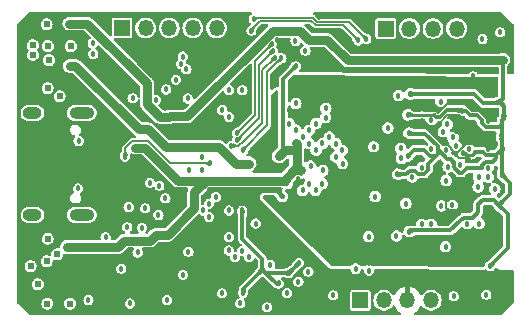
<source format=gbr>
%TF.GenerationSoftware,KiCad,Pcbnew,7.0.2-0*%
%TF.CreationDate,2023-05-06T05:04:52+08:00*%
%TF.ProjectId,slimarm_carambola,736c696d-6172-46d5-9f63-6172616d626f,rev?*%
%TF.SameCoordinates,Original*%
%TF.FileFunction,Copper,L2,Inr*%
%TF.FilePolarity,Positive*%
%FSLAX46Y46*%
G04 Gerber Fmt 4.6, Leading zero omitted, Abs format (unit mm)*
G04 Created by KiCad (PCBNEW 7.0.2-0) date 2023-05-06 05:04:52*
%MOMM*%
%LPD*%
G01*
G04 APERTURE LIST*
%TA.AperFunction,ComponentPad*%
%ADD10R,1.350000X1.350000*%
%TD*%
%TA.AperFunction,ComponentPad*%
%ADD11O,1.350000X1.350000*%
%TD*%
%TA.AperFunction,ComponentPad*%
%ADD12O,2.100000X1.000000*%
%TD*%
%TA.AperFunction,ComponentPad*%
%ADD13O,1.600000X1.000000*%
%TD*%
%TA.AperFunction,ViaPad*%
%ADD14C,0.457200*%
%TD*%
%TA.AperFunction,ViaPad*%
%ADD15C,0.609600*%
%TD*%
%TA.AperFunction,Conductor*%
%ADD16C,0.127000*%
%TD*%
%TA.AperFunction,Conductor*%
%ADD17C,0.304800*%
%TD*%
%TA.AperFunction,Conductor*%
%ADD18C,0.762000*%
%TD*%
%TA.AperFunction,Conductor*%
%ADD19C,0.254000*%
%TD*%
G04 APERTURE END LIST*
D10*
%TO.N,/DEBUG_TXD*%
%TO.C,J3*%
X47600000Y-15850000D03*
D11*
%TO.N,/DEBUG_RXD*%
X49600000Y-15850000D03*
%TO.N,/UART_TXD*%
X51600000Y-15850000D03*
%TO.N,/UART_RXD*%
X53600000Y-15850000D03*
%TD*%
D10*
%TO.N,/JTAG_TDI*%
%TO.C,J2*%
X25270000Y-15800000D03*
D11*
%TO.N,/JTAG_TMS*%
X27270000Y-15800000D03*
%TO.N,/JTAG_TCK*%
X29270000Y-15800000D03*
%TO.N,/JTAG_RST*%
X31270000Y-15800000D03*
%TO.N,/JTAG_TDO*%
X33270000Y-15800000D03*
%TD*%
D10*
%TO.N,/UART_UTXD*%
%TO.C,J4*%
X45440000Y-38870000D03*
D11*
%TO.N,/UART_URXD*%
X47440000Y-38870000D03*
%TO.N,/3v3*%
X49440000Y-38870000D03*
%TO.N,GND*%
X51440000Y-38870000D03*
%TD*%
D12*
%TO.N,GND*%
%TO.C,J1*%
X21861000Y-23000000D03*
D13*
X17681000Y-23000000D03*
D12*
X21861000Y-31640000D03*
D13*
X17681000Y-31640000D03*
%TD*%
D14*
%TO.N,GND*%
X30840000Y-21770000D03*
%TO.N,/SPI_CS*%
X30410000Y-18220000D03*
%TO.N,GND*%
X26170000Y-21760000D03*
%TO.N,/3v3*%
X24580000Y-19060000D03*
%TO.N,/SPI_MISO*%
X30280000Y-18850000D03*
%TO.N,/SPI_CLK*%
X28430000Y-29160000D03*
%TO.N,/SPI_MOSI*%
X27640000Y-28900000D03*
%TO.N,Net-(U1C-NRST)*%
X34321647Y-31255409D03*
X35280000Y-39120000D03*
%TO.N,/DP*%
X34305394Y-34637901D03*
X25830000Y-30970000D03*
%TO.N,/DN*%
X34847375Y-35202157D03*
X27240000Y-31070000D03*
%TO.N,Net-(U1A-JTAGSEL)*%
X25950000Y-39130000D03*
X32760000Y-27260000D03*
X25210000Y-36180000D03*
X25530000Y-26690000D03*
%TO.N,/USBD_FS_DP*%
X25720000Y-32670000D03*
X35453016Y-34649522D03*
%TO.N,/USBD_FS_DN*%
X36029926Y-35215207D03*
X26950000Y-32730000D03*
%TO.N,+3V3*%
X26590000Y-34810000D03*
%TO.N,Net-(U1C-PD5)*%
X36584011Y-32359847D03*
X28940000Y-30230000D03*
%TO.N,/DDR_CS*%
X56830000Y-29440000D03*
X39989724Y-22193220D03*
%TO.N,/DDR_DQM0*%
X52730000Y-26100219D03*
X42530000Y-22600000D03*
%TO.N,/DDR_DQS0*%
X42500000Y-23390000D03*
X53558051Y-25837262D03*
%TO.N,/DDR_WE*%
X50651613Y-27630049D03*
X42818151Y-25032870D03*
%TO.N,/DDR_D2*%
X53920000Y-27410000D03*
X48880000Y-26000000D03*
%TO.N,/DDR_DQM1*%
X52270000Y-22040000D03*
X48666054Y-21520830D03*
%TO.N,/DDR_RAS*%
X55460250Y-28422114D03*
X41680000Y-23910000D03*
%TO.N,/DDR_CKE*%
X42241122Y-25579974D03*
X49849327Y-28411400D03*
%TO.N,/DDR_D13*%
X43380037Y-25598529D03*
X52470000Y-24580000D03*
%TO.N,/DDR_D7*%
X43929673Y-26152866D03*
X53293768Y-25074456D03*
%TO.N,/DDR_D3*%
X48920000Y-26834500D03*
X52888600Y-27576063D03*
%TO.N,/DDR_A10*%
X39412816Y-23901499D03*
X49300000Y-30670000D03*
%TO.N,/DDR_CAS*%
X40002112Y-24455700D03*
X55430432Y-29250490D03*
%TO.N,/DDR_NCLK*%
X56256248Y-28426256D03*
X41110000Y-24470000D03*
%TO.N,/DDR_D11*%
X51451713Y-23629549D03*
X41700000Y-26160000D03*
%TO.N,/DDR_D6*%
X46580000Y-25860000D03*
X43380000Y-26729900D03*
%TO.N,/DDR_D9*%
X47780000Y-24260000D03*
X43939969Y-27295596D03*
%TO.N,/DDR_A11*%
X54500000Y-32370000D03*
X46710000Y-30080000D03*
%TO.N,/DDR_CLK*%
X56260350Y-27622013D03*
X40555409Y-25021647D03*
%TO.N,/DDR_D10*%
X52810000Y-23970000D03*
X41121095Y-25587332D03*
%TO.N,/DDR_D1*%
X42270779Y-27861780D03*
X52710000Y-28730000D03*
%TO.N,/DDR_A12*%
X42241243Y-28992668D03*
X48500000Y-33410000D03*
%TO.N,Net-(U1A-PC1)*%
X35464241Y-21073072D03*
X36430000Y-15070000D03*
X45950000Y-16740000D03*
%TO.N,/DDR_A9*%
X51459749Y-32438687D03*
X41141232Y-28993231D03*
%TO.N,/UART_UTXD*%
X33767175Y-22759808D03*
X45050000Y-36210000D03*
%TO.N,/UART_URXD*%
X46170000Y-36340000D03*
X34330000Y-23330000D03*
%TO.N,/DDR_A7*%
X50659650Y-32438687D03*
X41659165Y-29558756D03*
%TO.N,/DDR_A1*%
X46140000Y-33470000D03*
X52310500Y-30860000D03*
%TO.N,/UART_TXD*%
X34997639Y-24706769D03*
X37945996Y-17185007D03*
%TO.N,/UART_RXD*%
X35039004Y-25289004D03*
X38050515Y-17759275D03*
%TO.N,/DEBUG_TXD*%
X38180345Y-18328354D03*
X34539005Y-25789005D03*
%TO.N,/JTAG_TDI*%
X32103527Y-31250894D03*
%TO.N,/JTAG_TDO*%
X32624602Y-30679729D03*
%TO.N,/JTAG_RST*%
X33201499Y-30124039D03*
%TO.N,/DEBUG_RXD*%
X38763116Y-18361307D03*
X35490000Y-26130000D03*
%TO.N,/JTAG_TCK*%
X30927534Y-27861297D03*
%TO.N,/JTAG_TMS*%
X32624589Y-31809872D03*
%TO.N,/DDR_A8*%
X40555409Y-29558353D03*
X55499773Y-32377718D03*
%TO.N,Net-(U2-VREF)*%
X53250000Y-30811900D03*
X52670000Y-34320000D03*
%TO.N,Net-(U1A-PC2)*%
X45270000Y-16857400D03*
X36230000Y-16040000D03*
X34332870Y-21061849D03*
%TO.N,GND*%
X57290000Y-16170000D03*
X52680995Y-29709005D03*
X36580000Y-26730000D03*
X28113162Y-21903162D03*
X51730000Y-34400000D03*
X37820000Y-35850000D03*
D15*
X18950000Y-39140000D03*
D14*
X30420000Y-36700000D03*
X22430000Y-38850000D03*
D15*
X19770000Y-34960000D03*
D14*
X46090000Y-24780000D03*
X23880000Y-33530000D03*
X54470000Y-28390000D03*
X48050000Y-35730000D03*
X51455955Y-26034051D03*
X53350000Y-38520000D03*
X32060000Y-26710000D03*
X47220000Y-23890000D03*
D15*
X18890000Y-35560000D03*
D14*
X29080000Y-38850000D03*
X49020000Y-31858600D03*
X32080000Y-27860000D03*
X38292668Y-22770128D03*
D15*
X20890000Y-39140000D03*
D14*
X47950000Y-33050000D03*
X56259003Y-26020434D03*
X29838162Y-20178162D03*
X40203676Y-37283676D03*
X34332847Y-33509967D03*
X29013162Y-21003162D03*
X40796838Y-17733162D03*
X33733162Y-38266838D03*
X53550000Y-24550000D03*
X50200000Y-35730000D03*
X43150000Y-38440000D03*
X56110000Y-38388600D03*
X55790000Y-16750000D03*
X41053676Y-36433676D03*
X30890000Y-34750000D03*
X52550000Y-32270000D03*
X22840000Y-17990000D03*
X51460100Y-22037030D03*
X57480000Y-29220000D03*
X36590000Y-27860000D03*
D15*
X20940000Y-17330000D03*
X19990000Y-21570000D03*
D14*
X46160000Y-35670000D03*
X40160000Y-28580000D03*
X37554004Y-39445996D03*
X39411774Y-22729890D03*
X55000000Y-19900000D03*
X39956838Y-16893162D03*
X37170000Y-27290000D03*
X55730000Y-20910000D03*
X39238676Y-38248676D03*
X56290000Y-32470000D03*
X28350000Y-31640000D03*
X50671165Y-23649694D03*
D15*
X18980000Y-17330000D03*
D14*
X30718162Y-19298162D03*
X22790000Y-17090000D03*
X56258832Y-23639141D03*
X54540000Y-34510000D03*
D15*
X18970000Y-20890000D03*
%TO.N,+5V*%
X17730000Y-17270000D03*
X18142500Y-37497500D03*
X17730000Y-18080000D03*
D14*
X21597015Y-25362985D03*
D15*
X17530000Y-35960000D03*
D14*
X21540000Y-29390000D03*
%TO.N,/DDR_D0*%
X41240000Y-27500000D03*
X54650114Y-26048400D03*
%TO.N,/3v3*%
X41970000Y-14890000D03*
X38418162Y-16841838D03*
D15*
X20810000Y-37220000D03*
D14*
X23678000Y-38090000D03*
X36010000Y-36320000D03*
X38850000Y-30070000D03*
X29831838Y-21711838D03*
X32630000Y-29540000D03*
X34890000Y-34070000D03*
X27240000Y-18940000D03*
D15*
X19260000Y-37810000D03*
D14*
X39283162Y-17706838D03*
X38287056Y-20480000D03*
X30596838Y-20946838D03*
X34340000Y-24450000D03*
X33770000Y-29570000D03*
X54690000Y-38430000D03*
X28936838Y-22606838D03*
X41310000Y-37770000D03*
%TO.N,/1v8_CPUMEM*%
X39979005Y-19039005D03*
X39260000Y-28970000D03*
D15*
X18970000Y-33660000D03*
D14*
X26400000Y-25930000D03*
X38626661Y-26663339D03*
X39960000Y-25570000D03*
D15*
X20600000Y-34350000D03*
D14*
X40450000Y-28070000D03*
%TO.N,/1v8_DDR*%
X57480000Y-28250000D03*
X57490000Y-26060000D03*
X57410000Y-25070000D03*
X57180000Y-30800000D03*
X57620000Y-23370000D03*
X49560000Y-24700000D03*
X48590000Y-28180000D03*
D15*
X18890000Y-15500000D03*
D14*
X54028910Y-22794266D03*
D15*
X20820000Y-15430000D03*
D14*
X57260000Y-22060000D03*
X49620000Y-21390000D03*
X49450000Y-23157400D03*
X56450000Y-35970000D03*
X54170000Y-26410000D03*
X57540000Y-18490000D03*
X49580000Y-33050000D03*
X53375986Y-27198440D03*
X49490000Y-26630000D03*
%TO.N,/1v0_CPUCORE*%
X27500000Y-24380000D03*
X35520000Y-38230000D03*
X38525000Y-37435000D03*
X36024315Y-27314315D03*
X39400000Y-36560000D03*
D15*
X20870000Y-19010000D03*
D14*
X37160000Y-36300000D03*
X40255000Y-35705000D03*
X35453018Y-31255409D03*
D15*
X19100000Y-18520000D03*
%TD*%
D16*
%TO.N,Net-(U1A-JTAGSEL)*%
X29348224Y-27260000D02*
X27446724Y-25358500D01*
X26151500Y-25358500D02*
X25530000Y-25980000D01*
X32760000Y-27260000D02*
X29348224Y-27260000D01*
X25530000Y-25980000D02*
X25530000Y-26690000D01*
X27446724Y-25358500D02*
X26151500Y-25358500D01*
%TO.N,Net-(U1A-PC1)*%
X36580000Y-14920000D02*
X36430000Y-15070000D01*
X44519100Y-15309100D02*
X41796403Y-15309100D01*
X41407303Y-14920000D02*
X36580000Y-14920000D01*
X45950000Y-16740000D02*
X44519100Y-15309100D01*
X41796403Y-15309100D02*
X41407303Y-14920000D01*
%TO.N,/UART_TXD*%
X36540000Y-18591003D02*
X36540000Y-23164408D01*
X36540000Y-23164408D02*
X34997639Y-24706769D01*
X37945996Y-17185007D02*
X36540000Y-18591003D01*
%TO.N,/UART_RXD*%
X38050515Y-17759275D02*
X36880000Y-18929790D01*
X36880000Y-23448008D02*
X35039004Y-25289004D01*
X36880000Y-18929790D02*
X36880000Y-23448008D01*
%TO.N,/DEBUG_TXD*%
X38180345Y-18328354D02*
X37134000Y-19374699D01*
X37134000Y-23806000D02*
X35400000Y-25540000D01*
X37134000Y-19374699D02*
X37134000Y-23806000D01*
X35380705Y-25540000D02*
X35131700Y-25789005D01*
X35131700Y-25789005D02*
X34539005Y-25789005D01*
X35400000Y-25540000D02*
X35380705Y-25540000D01*
%TO.N,/DEBUG_RXD*%
X38763116Y-18361307D02*
X37570000Y-19554423D01*
X37570000Y-24050000D02*
X35490000Y-26130000D01*
X37570000Y-19554423D02*
X37570000Y-24050000D01*
%TO.N,Net-(U1A-PC2)*%
X36230000Y-15940000D02*
X36230000Y-16040000D01*
X40924000Y-15180000D02*
X36990000Y-15180000D01*
X36990000Y-15180000D02*
X36230000Y-15940000D01*
X40930000Y-15174000D02*
X40924000Y-15180000D01*
X45270000Y-16857400D02*
X43975700Y-15563100D01*
X41302093Y-15174000D02*
X40930000Y-15174000D01*
X41691193Y-15563100D02*
X41302093Y-15174000D01*
X43975700Y-15563100D02*
X41691193Y-15563100D01*
%TO.N,GND*%
X53841947Y-23200000D02*
X53855313Y-23213366D01*
X53398092Y-26270000D02*
X53717303Y-26270000D01*
X54225066Y-22170000D02*
X54885066Y-22830000D01*
X49969449Y-22829449D02*
X49860000Y-22720000D01*
D17*
X50671165Y-23841165D02*
X52422219Y-25592219D01*
D16*
X53149100Y-26021008D02*
X53398092Y-26270000D01*
X53149100Y-25926622D02*
X53149100Y-26021008D01*
X52613690Y-25592219D02*
X52702590Y-25681119D01*
X52062900Y-22967100D02*
X51992619Y-22967100D01*
X51460100Y-22037030D02*
X52033070Y-22610000D01*
X52729600Y-31019600D02*
X52950000Y-31240000D01*
X52680995Y-29709005D02*
X52729600Y-29757610D01*
X51530622Y-22804049D02*
X51505222Y-22829449D01*
X52033070Y-22610000D02*
X52420000Y-22610000D01*
X51992619Y-22967100D02*
X51829568Y-22804049D01*
X52040000Y-23980000D02*
X52820000Y-23200000D01*
X53398092Y-26418092D02*
X53398092Y-26270000D01*
X53717303Y-26270000D02*
X54358003Y-25629300D01*
X52903597Y-25681119D02*
X53149100Y-25926622D01*
D17*
X50671165Y-23649694D02*
X51159020Y-24137549D01*
D16*
X54885066Y-22830000D02*
X55520000Y-22830000D01*
X51159020Y-24137549D02*
X51702451Y-24137549D01*
X50510551Y-22829449D02*
X49969449Y-22829449D01*
X53828500Y-26848500D02*
X53398092Y-26418092D01*
X53680000Y-31240000D02*
X53680000Y-31330000D01*
X51829568Y-22804049D02*
X51530622Y-22804049D01*
X54358003Y-25629300D02*
X55867869Y-25629300D01*
X51505222Y-22829449D02*
X50849449Y-22829449D01*
X52729600Y-29757610D02*
X52729600Y-31019600D01*
X52702590Y-25681119D02*
X52903597Y-25681119D01*
X52820000Y-23200000D02*
X53841947Y-23200000D01*
X52950000Y-31240000D02*
X53680000Y-31240000D01*
D17*
X52422219Y-25592219D02*
X52613690Y-25592219D01*
D16*
X51702451Y-24137549D02*
X51860000Y-23980000D01*
X56258832Y-23568832D02*
X56258832Y-23639141D01*
X54703623Y-26848500D02*
X53828500Y-26848500D01*
X51860000Y-23980000D02*
X52040000Y-23980000D01*
X55520000Y-22830000D02*
X56258832Y-23568832D01*
X55867869Y-25629300D02*
X56259003Y-26020434D01*
X50680000Y-22660000D02*
X50510551Y-22829449D01*
X50849449Y-22829449D02*
X50680000Y-22660000D01*
X52420000Y-22610000D02*
X52062900Y-22967100D01*
X52420000Y-22610000D02*
X52860000Y-22170000D01*
X52860000Y-22170000D02*
X54225066Y-22170000D01*
X54729023Y-26873900D02*
X54703623Y-26848500D01*
D17*
X50671165Y-23649694D02*
X50671165Y-23841165D01*
%TO.N,/3v3*%
X39075286Y-19044713D02*
X39187221Y-19044713D01*
D16*
X39432724Y-17856400D02*
X39283162Y-17706838D01*
D17*
X38287056Y-19832944D02*
X39075286Y-19044713D01*
X33770000Y-29570000D02*
X38350000Y-29570000D01*
X39187221Y-19044713D02*
X39432724Y-18799210D01*
X38350000Y-29570000D02*
X38850000Y-30070000D01*
X39432724Y-18799210D02*
X39432724Y-17856400D01*
X38287056Y-20480000D02*
X38287056Y-19832944D01*
D18*
%TO.N,/1v8_CPUMEM*%
X31390000Y-29720000D02*
X32390000Y-28720000D01*
X26400000Y-25930000D02*
X27210000Y-25930000D01*
X27210000Y-25930000D02*
X30000000Y-28720000D01*
D17*
X39979005Y-19039005D02*
X38903774Y-20114236D01*
D18*
X39038290Y-26160000D02*
X38580806Y-26617484D01*
X30000000Y-28720000D02*
X31560000Y-28720000D01*
X40046600Y-27651690D02*
X40046600Y-26160000D01*
X28126000Y-33330000D02*
X29130000Y-33330000D01*
D17*
X38903774Y-26386226D02*
X38626661Y-26663339D01*
D18*
X27656000Y-33800000D02*
X28126000Y-33330000D01*
X29130000Y-33330000D02*
X31390000Y-31070000D01*
X39854890Y-27843400D02*
X40450000Y-27843400D01*
X31560000Y-28720000D02*
X38978290Y-28720000D01*
D17*
X38903774Y-20114236D02*
X38903774Y-26386226D01*
D18*
X38978290Y-28720000D02*
X39854890Y-27843400D01*
X39854890Y-27843400D02*
X40046600Y-27651690D01*
X24930000Y-34350000D02*
X25480000Y-33800000D01*
X40046600Y-26160000D02*
X39038290Y-26160000D01*
X25480000Y-33800000D02*
X27656000Y-33800000D01*
X31100000Y-28720000D02*
X31560000Y-28720000D01*
D16*
X33240000Y-28540000D02*
X30920000Y-28540000D01*
D18*
X20600000Y-34350000D02*
X24930000Y-34350000D01*
X40046600Y-26160000D02*
X40046600Y-25656600D01*
X31390000Y-31070000D02*
X31390000Y-29720000D01*
X40046600Y-25656600D02*
X39960000Y-25570000D01*
D16*
%TO.N,/1v8_DDR*%
X51838638Y-26620000D02*
X51939319Y-26519319D01*
D17*
X52760000Y-22770000D02*
X52220000Y-23310000D01*
X50823483Y-26120000D02*
X51323483Y-26620000D01*
X57540000Y-21780000D02*
X57540000Y-18490000D01*
X48610000Y-28200000D02*
X48590000Y-28180000D01*
X56970000Y-26580000D02*
X57490000Y-26060000D01*
X51190000Y-27290000D02*
X51190000Y-27810083D01*
X49342306Y-28200000D02*
X48610000Y-28200000D01*
X56685987Y-27114013D02*
X56970000Y-26830000D01*
X57960000Y-31580000D02*
X57960000Y-34460000D01*
X57960000Y-34460000D02*
X56450000Y-35970000D01*
X55420000Y-30740000D02*
X55800000Y-30360000D01*
X56049929Y-27114013D02*
X56685987Y-27114013D01*
X54188934Y-31862000D02*
X54958000Y-31862000D01*
X52821360Y-26910000D02*
X53087546Y-26910000D01*
X49683313Y-32946687D02*
X53063313Y-32946687D01*
X56048411Y-24147141D02*
X57232859Y-24147141D01*
X57410000Y-23580000D02*
X57620000Y-23370000D01*
X55800148Y-26280000D02*
X56100148Y-26580000D01*
D18*
X57540000Y-18490000D02*
X57480000Y-18550000D01*
D17*
X53970934Y-32080000D02*
X54188934Y-31862000D01*
D19*
X54341800Y-26531000D02*
X54835135Y-26531000D01*
D18*
X44370000Y-18550000D02*
X42660000Y-16840000D01*
D16*
X57480000Y-25140000D02*
X57410000Y-25070000D01*
D18*
X30800000Y-23290000D02*
X29295386Y-23290000D01*
D17*
X57620000Y-22420000D02*
X57260000Y-22060000D01*
X51323483Y-26620000D02*
X51838638Y-26620000D01*
X57480000Y-28250000D02*
X57480000Y-25140000D01*
X54004644Y-22770000D02*
X53620000Y-22770000D01*
X55136935Y-26280000D02*
X55800148Y-26280000D01*
X54958000Y-31862000D02*
X55420000Y-31400000D01*
X58120000Y-28890000D02*
X57480000Y-28250000D01*
X57410000Y-23970000D02*
X57410000Y-23580000D01*
X49630000Y-24770000D02*
X50950000Y-24770000D01*
X57260000Y-22060000D02*
X57540000Y-21780000D01*
X56100148Y-26580000D02*
X56970000Y-26580000D01*
D18*
X38050000Y-16040000D02*
X30800000Y-23290000D01*
D17*
X53620000Y-22770000D02*
X53705800Y-22855800D01*
D19*
X51662134Y-23121549D02*
X51636734Y-23146949D01*
D17*
X49500000Y-26620000D02*
X50000000Y-26120000D01*
X57232859Y-24147141D02*
X57410000Y-23970000D01*
D18*
X40300000Y-16040000D02*
X38050000Y-16040000D01*
X57480000Y-18550000D02*
X44370000Y-18550000D01*
D17*
X54440000Y-27680000D02*
X55752350Y-27680000D01*
X51990000Y-25810000D02*
X51990000Y-26468638D01*
X53087546Y-26910000D02*
X53375986Y-27198440D01*
X49620000Y-21390000D02*
X55090000Y-21390000D01*
X53396600Y-27219054D02*
X53396600Y-27606600D01*
X56970000Y-26830000D02*
X56970000Y-26580000D01*
X51920000Y-26560000D02*
X51190000Y-27290000D01*
D19*
X51850585Y-23310000D02*
X51662134Y-23121549D01*
D17*
X54743032Y-23172900D02*
X55302900Y-23172900D01*
X55752350Y-27411592D02*
X56049929Y-27114013D01*
X57180000Y-30800000D02*
X57960000Y-31580000D01*
X53396600Y-27606600D02*
X53840000Y-28050000D01*
X53620000Y-22770000D02*
X52760000Y-22770000D01*
D16*
X53900000Y-32110000D02*
X53900000Y-32080000D01*
D17*
X55750832Y-23620832D02*
X55750832Y-23849562D01*
X55752350Y-27680000D02*
X55752350Y-27411592D01*
X50950000Y-24770000D02*
X51990000Y-25810000D01*
D18*
X29295386Y-23290000D02*
X29241948Y-23343438D01*
D17*
X49560000Y-24700000D02*
X49630000Y-24770000D01*
X53705800Y-22855800D02*
X54425932Y-22855800D01*
D16*
X49490000Y-26630000D02*
X49500000Y-26620000D01*
D17*
X55870000Y-22170000D02*
X57150000Y-22170000D01*
D18*
X22330000Y-15430000D02*
X20820000Y-15430000D01*
D17*
X54028910Y-22794266D02*
X54004644Y-22770000D01*
X54070000Y-28050000D02*
X54440000Y-27680000D01*
X51990000Y-26468638D02*
X51838638Y-26620000D01*
X55800000Y-30360000D02*
X56740000Y-30360000D01*
X52220000Y-23310000D02*
X51850585Y-23310000D01*
D19*
X51636734Y-23146949D02*
X49511251Y-23146949D01*
D17*
X57180000Y-30800000D02*
X58120000Y-29860000D01*
D18*
X27376562Y-22208272D02*
X27376562Y-20476562D01*
D17*
X55420000Y-31400000D02*
X55420000Y-30740000D01*
D18*
X28511728Y-23343438D02*
X27376562Y-22208272D01*
X29241948Y-23343438D02*
X28511728Y-23343438D01*
D17*
X57620000Y-23370000D02*
X57620000Y-22420000D01*
X57410000Y-25070000D02*
X57410000Y-23970000D01*
X50000000Y-26120000D02*
X50823483Y-26120000D01*
X49580000Y-33050000D02*
X49683313Y-32946687D01*
D19*
X54860535Y-26556400D02*
X55136935Y-26280000D01*
D17*
X50059748Y-27903400D02*
X49638906Y-27903400D01*
D18*
X41100000Y-16840000D02*
X40300000Y-16040000D01*
D17*
X55302900Y-23172900D02*
X55750832Y-23620832D01*
D16*
X57150000Y-22170000D02*
X57260000Y-22060000D01*
D17*
X53063313Y-32946687D02*
X53900000Y-32110000D01*
X49638906Y-27903400D02*
X49342306Y-28200000D01*
X56740000Y-30360000D02*
X57180000Y-30800000D01*
X50294397Y-28138049D02*
X50059748Y-27903400D01*
D19*
X49511251Y-23146949D02*
X49485851Y-23121549D01*
D17*
X54425932Y-22855800D02*
X54743032Y-23172900D01*
X58120000Y-29860000D02*
X58120000Y-28890000D01*
X55090000Y-21390000D02*
X55870000Y-22170000D01*
D18*
X42660000Y-16840000D02*
X41100000Y-16840000D01*
D17*
X53840000Y-28050000D02*
X54070000Y-28050000D01*
X51990000Y-25810000D02*
X51990000Y-26078640D01*
D18*
X27376562Y-20476562D02*
X22330000Y-15430000D01*
D17*
X55750832Y-23849562D02*
X56048411Y-24147141D01*
X50862034Y-28138049D02*
X50294397Y-28138049D01*
X53375986Y-27198440D02*
X53396600Y-27219054D01*
X51990000Y-26078640D02*
X52821360Y-26910000D01*
X51190000Y-27810083D02*
X50862034Y-28138049D01*
X49485851Y-23121549D02*
X49450000Y-23157400D01*
%TO.N,/1v0_CPUCORE*%
X37160000Y-35350000D02*
X37160000Y-36300000D01*
D16*
X38295000Y-37435000D02*
X38525000Y-37435000D01*
D17*
X35453018Y-33643018D02*
X37160000Y-35350000D01*
D18*
X34924315Y-27314315D02*
X36024315Y-27314315D01*
D17*
X37420000Y-36560000D02*
X39400000Y-36560000D01*
X35453018Y-31255409D02*
X35453018Y-33643018D01*
D18*
X27500000Y-24380000D02*
X26680000Y-24380000D01*
X27500000Y-24380000D02*
X29010000Y-25890000D01*
X21310000Y-19010000D02*
X20870000Y-19010000D01*
D17*
X39400000Y-36560000D02*
X40255000Y-35705000D01*
X35520000Y-37940000D02*
X37160000Y-36300000D01*
D18*
X26680000Y-24380000D02*
X21310000Y-19010000D01*
D17*
X37160000Y-36300000D02*
X37420000Y-36560000D01*
D18*
X29010000Y-25890000D02*
X33500000Y-25890000D01*
D17*
X37160000Y-36300000D02*
X38295000Y-37435000D01*
X35520000Y-38230000D02*
X35520000Y-37940000D01*
D18*
X33500000Y-25890000D02*
X34924315Y-27314315D01*
%TD*%
%TA.AperFunction,Conductor*%
%TO.N,/3v3*%
G36*
X36264193Y-14499713D02*
G01*
X36300738Y-14550013D01*
X36300738Y-14612187D01*
X36264193Y-14662487D01*
X36259451Y-14665730D01*
X36248569Y-14672723D01*
X36248570Y-14672723D01*
X36143993Y-14739930D01*
X36143992Y-14739930D01*
X36143992Y-14739931D01*
X36062587Y-14833876D01*
X36010945Y-14946955D01*
X35993255Y-15070000D01*
X36010945Y-15193044D01*
X36062587Y-15306123D01*
X36105170Y-15355266D01*
X36143993Y-15400070D01*
X36151978Y-15405202D01*
X36191335Y-15453331D01*
X36194885Y-15515403D01*
X36161273Y-15567708D01*
X36152065Y-15574405D01*
X36037682Y-15648080D01*
X36036551Y-15649078D01*
X36024410Y-15658248D01*
X35943993Y-15709929D01*
X35862586Y-15803878D01*
X35810945Y-15916955D01*
X35793255Y-16040000D01*
X35810945Y-16163044D01*
X35862587Y-16276123D01*
X35900028Y-16319332D01*
X35943993Y-16370070D01*
X36048570Y-16437277D01*
X36167845Y-16472300D01*
X36167846Y-16472300D01*
X36292154Y-16472300D01*
X36292155Y-16472300D01*
X36411430Y-16437277D01*
X36516007Y-16370070D01*
X36597413Y-16276122D01*
X36649054Y-16163045D01*
X36651078Y-16148964D01*
X36652803Y-16139930D01*
X36723125Y-15845785D01*
X36749831Y-15798045D01*
X37071212Y-15476665D01*
X37126611Y-15448439D01*
X37142348Y-15447200D01*
X37565720Y-15447200D01*
X37624851Y-15466413D01*
X37661396Y-15516713D01*
X37661396Y-15578887D01*
X37638846Y-15610792D01*
X37641048Y-15612482D01*
X37613469Y-15648421D01*
X37604795Y-15658312D01*
X31446052Y-21817057D01*
X31390654Y-21845283D01*
X31329246Y-21835557D01*
X31285282Y-21791593D01*
X31275341Y-21760238D01*
X31259054Y-21646955D01*
X31225322Y-21573092D01*
X31207413Y-21533878D01*
X31207412Y-21533877D01*
X31207412Y-21533876D01*
X31170106Y-21490823D01*
X31126007Y-21439930D01*
X31021430Y-21372723D01*
X30902155Y-21337700D01*
X30777845Y-21337700D01*
X30718207Y-21355211D01*
X30658569Y-21372723D01*
X30591361Y-21415914D01*
X30553993Y-21439930D01*
X30553992Y-21439930D01*
X30553992Y-21439931D01*
X30472587Y-21533876D01*
X30420945Y-21646955D01*
X30403255Y-21769999D01*
X30420945Y-21893044D01*
X30472587Y-22006123D01*
X30499606Y-22037304D01*
X30553993Y-22100070D01*
X30658570Y-22167277D01*
X30777845Y-22202300D01*
X30777846Y-22202300D01*
X30817940Y-22202300D01*
X30877071Y-22221513D01*
X30913616Y-22271813D01*
X30913616Y-22333987D01*
X30889075Y-22374035D01*
X30587275Y-22675835D01*
X30531877Y-22704061D01*
X30516140Y-22705300D01*
X29340304Y-22705300D01*
X29327174Y-22704439D01*
X29322086Y-22703769D01*
X29295385Y-22700253D01*
X29142749Y-22720349D01*
X29068560Y-22751080D01*
X29030062Y-22758738D01*
X28795588Y-22758738D01*
X28736457Y-22739525D01*
X28724453Y-22729273D01*
X28383490Y-22388310D01*
X28355264Y-22332912D01*
X28364990Y-22271504D01*
X28389713Y-22244177D01*
X28389697Y-22244163D01*
X28409324Y-22221513D01*
X28480575Y-22139284D01*
X28532216Y-22026207D01*
X28549907Y-21903162D01*
X28532216Y-21780117D01*
X28480575Y-21667040D01*
X28480574Y-21667039D01*
X28480574Y-21667038D01*
X28443268Y-21623985D01*
X28399169Y-21573092D01*
X28294592Y-21505885D01*
X28175317Y-21470862D01*
X28061862Y-21470862D01*
X28002731Y-21451649D01*
X27966186Y-21401349D01*
X27961262Y-21370262D01*
X27961262Y-21003162D01*
X28576417Y-21003162D01*
X28594107Y-21126206D01*
X28645749Y-21239285D01*
X28679511Y-21278248D01*
X28727155Y-21333232D01*
X28831732Y-21400439D01*
X28951007Y-21435462D01*
X28951008Y-21435462D01*
X29075316Y-21435462D01*
X29075317Y-21435462D01*
X29194592Y-21400439D01*
X29299169Y-21333232D01*
X29380575Y-21239284D01*
X29432216Y-21126207D01*
X29449907Y-21003162D01*
X29432216Y-20880117D01*
X29380575Y-20767040D01*
X29380574Y-20767039D01*
X29380574Y-20767038D01*
X29338733Y-20718752D01*
X29299169Y-20673092D01*
X29194592Y-20605885D01*
X29075317Y-20570862D01*
X28951007Y-20570862D01*
X28891369Y-20588373D01*
X28831731Y-20605885D01*
X28777446Y-20640772D01*
X28727155Y-20673092D01*
X28727154Y-20673092D01*
X28727154Y-20673093D01*
X28645749Y-20767038D01*
X28594107Y-20880117D01*
X28576417Y-21003162D01*
X27961262Y-21003162D01*
X27961262Y-20521472D01*
X27962123Y-20508340D01*
X27962137Y-20508232D01*
X27966307Y-20476562D01*
X27959215Y-20422696D01*
X27957288Y-20408055D01*
X27946212Y-20323925D01*
X27907336Y-20230070D01*
X27887297Y-20181691D01*
X27887296Y-20181690D01*
X27887296Y-20181689D01*
X27884590Y-20178162D01*
X29401417Y-20178162D01*
X29403960Y-20195852D01*
X29419107Y-20301206D01*
X29470749Y-20414285D01*
X29514848Y-20465177D01*
X29552155Y-20508232D01*
X29656732Y-20575439D01*
X29776007Y-20610462D01*
X29776008Y-20610462D01*
X29900316Y-20610462D01*
X29900317Y-20610462D01*
X30019592Y-20575439D01*
X30124169Y-20508232D01*
X30205575Y-20414284D01*
X30257216Y-20301207D01*
X30274907Y-20178162D01*
X30257216Y-20055117D01*
X30205575Y-19942040D01*
X30205574Y-19942039D01*
X30205574Y-19942038D01*
X30166439Y-19896874D01*
X30124169Y-19848092D01*
X30019592Y-19780885D01*
X29900317Y-19745862D01*
X29776007Y-19745862D01*
X29716369Y-19763373D01*
X29656731Y-19780885D01*
X29611168Y-19810167D01*
X29552155Y-19848092D01*
X29552154Y-19848092D01*
X29552154Y-19848093D01*
X29470749Y-19942038D01*
X29419107Y-20055117D01*
X29401417Y-20178161D01*
X29401417Y-20178162D01*
X27884590Y-20178162D01*
X27817104Y-20090213D01*
X27793575Y-20059549D01*
X27793573Y-20059548D01*
X27793573Y-20059547D01*
X27768138Y-20040030D01*
X27758246Y-20031355D01*
X26576890Y-18849999D01*
X29843255Y-18849999D01*
X29860945Y-18973044D01*
X29912587Y-19086123D01*
X29941639Y-19119650D01*
X29993993Y-19180070D01*
X30098570Y-19247277D01*
X30217845Y-19282300D01*
X30217846Y-19282300D01*
X30219804Y-19282875D01*
X30271127Y-19317969D01*
X30291038Y-19365083D01*
X30299107Y-19421206D01*
X30350749Y-19534285D01*
X30381636Y-19569930D01*
X30432155Y-19628232D01*
X30536732Y-19695439D01*
X30656007Y-19730462D01*
X30656008Y-19730462D01*
X30780316Y-19730462D01*
X30780317Y-19730462D01*
X30899592Y-19695439D01*
X31004169Y-19628232D01*
X31085575Y-19534284D01*
X31137216Y-19421207D01*
X31154907Y-19298162D01*
X31137216Y-19175117D01*
X31085575Y-19062040D01*
X31085574Y-19062039D01*
X31085574Y-19062038D01*
X31016012Y-18981760D01*
X31004169Y-18968092D01*
X30946955Y-18931323D01*
X30899592Y-18900884D01*
X30778356Y-18865286D01*
X30727033Y-18830192D01*
X30707123Y-18783077D01*
X30703853Y-18760333D01*
X30699054Y-18726955D01*
X30671958Y-18667625D01*
X30664872Y-18605858D01*
X30687440Y-18559956D01*
X30696005Y-18550071D01*
X30696007Y-18550070D01*
X30777413Y-18456122D01*
X30829054Y-18343045D01*
X30846745Y-18220000D01*
X30829054Y-18096955D01*
X30777413Y-17983878D01*
X30777412Y-17983877D01*
X30777412Y-17983876D01*
X30720467Y-17918159D01*
X30696007Y-17889930D01*
X30591430Y-17822723D01*
X30472155Y-17787700D01*
X30347845Y-17787700D01*
X30288207Y-17805211D01*
X30228569Y-17822723D01*
X30218004Y-17829513D01*
X30123993Y-17889930D01*
X30123992Y-17889930D01*
X30123992Y-17889931D01*
X30042587Y-17983876D01*
X29990945Y-18096955D01*
X29981096Y-18165462D01*
X29973255Y-18220000D01*
X29973936Y-18224734D01*
X29990945Y-18343044D01*
X30018040Y-18402372D01*
X30025127Y-18464140D01*
X30002560Y-18510041D01*
X29912587Y-18613876D01*
X29860945Y-18726955D01*
X29843255Y-18849999D01*
X26576890Y-18849999D01*
X26183013Y-18456122D01*
X24577324Y-16850434D01*
X24549099Y-16795037D01*
X24558825Y-16733629D01*
X24602789Y-16689665D01*
X24648460Y-16678700D01*
X25965063Y-16678700D01*
X25965064Y-16678700D01*
X26024480Y-16666881D01*
X26091860Y-16621860D01*
X26136881Y-16554480D01*
X26148700Y-16495064D01*
X26148700Y-15800000D01*
X26386460Y-15800000D01*
X26405766Y-15983699D01*
X26462845Y-16159367D01*
X26554259Y-16317700D01*
X26555201Y-16319332D01*
X26678796Y-16456598D01*
X26828230Y-16565168D01*
X26996971Y-16640296D01*
X27177645Y-16678700D01*
X27177646Y-16678700D01*
X27362354Y-16678700D01*
X27362355Y-16678700D01*
X27543029Y-16640296D01*
X27711770Y-16565168D01*
X27861204Y-16456598D01*
X27984799Y-16319332D01*
X28077154Y-16159368D01*
X28105693Y-16071532D01*
X28134233Y-15983699D01*
X28138748Y-15940735D01*
X28153540Y-15800000D01*
X28386460Y-15800000D01*
X28405766Y-15983699D01*
X28462845Y-16159367D01*
X28554259Y-16317700D01*
X28555201Y-16319332D01*
X28678796Y-16456598D01*
X28828230Y-16565168D01*
X28996971Y-16640296D01*
X29177645Y-16678700D01*
X29177646Y-16678700D01*
X29362354Y-16678700D01*
X29362355Y-16678700D01*
X29543029Y-16640296D01*
X29711770Y-16565168D01*
X29861204Y-16456598D01*
X29984799Y-16319332D01*
X30077154Y-16159368D01*
X30105693Y-16071532D01*
X30134233Y-15983699D01*
X30138748Y-15940735D01*
X30153540Y-15800000D01*
X30386460Y-15800000D01*
X30405766Y-15983699D01*
X30462845Y-16159367D01*
X30554259Y-16317700D01*
X30555201Y-16319332D01*
X30678796Y-16456598D01*
X30828230Y-16565168D01*
X30996971Y-16640296D01*
X31177645Y-16678700D01*
X31177646Y-16678700D01*
X31362354Y-16678700D01*
X31362355Y-16678700D01*
X31543029Y-16640296D01*
X31711770Y-16565168D01*
X31861204Y-16456598D01*
X31984799Y-16319332D01*
X32077154Y-16159368D01*
X32105693Y-16071532D01*
X32134233Y-15983699D01*
X32138748Y-15940735D01*
X32153540Y-15800000D01*
X32153540Y-15799999D01*
X32386460Y-15799999D01*
X32405766Y-15983699D01*
X32462845Y-16159367D01*
X32554259Y-16317700D01*
X32555201Y-16319332D01*
X32678796Y-16456598D01*
X32828230Y-16565168D01*
X32996971Y-16640296D01*
X33177645Y-16678700D01*
X33177646Y-16678700D01*
X33362354Y-16678700D01*
X33362355Y-16678700D01*
X33543029Y-16640296D01*
X33711770Y-16565168D01*
X33861204Y-16456598D01*
X33984799Y-16319332D01*
X34077154Y-16159368D01*
X34105693Y-16071533D01*
X34134233Y-15983699D01*
X34138748Y-15940735D01*
X34153540Y-15800000D01*
X34134233Y-15616302D01*
X34134233Y-15616300D01*
X34077154Y-15440632D01*
X33984799Y-15280668D01*
X33932205Y-15222257D01*
X33861204Y-15143402D01*
X33711770Y-15034832D01*
X33706970Y-15032695D01*
X33543030Y-14959704D01*
X33417958Y-14933119D01*
X33362355Y-14921300D01*
X33177645Y-14921300D01*
X33122042Y-14933119D01*
X32996969Y-14959704D01*
X32828229Y-15034832D01*
X32678797Y-15143401D01*
X32555200Y-15280668D01*
X32462845Y-15440632D01*
X32405766Y-15616300D01*
X32386460Y-15799999D01*
X32153540Y-15799999D01*
X32134233Y-15616302D01*
X32134233Y-15616300D01*
X32077154Y-15440632D01*
X31984799Y-15280668D01*
X31932205Y-15222257D01*
X31861204Y-15143402D01*
X31711770Y-15034832D01*
X31706970Y-15032695D01*
X31543030Y-14959704D01*
X31417958Y-14933119D01*
X31362355Y-14921300D01*
X31177645Y-14921300D01*
X31122042Y-14933119D01*
X30996969Y-14959704D01*
X30828229Y-15034832D01*
X30678797Y-15143401D01*
X30555200Y-15280668D01*
X30462845Y-15440632D01*
X30405766Y-15616300D01*
X30386460Y-15800000D01*
X30153540Y-15800000D01*
X30134233Y-15616302D01*
X30134233Y-15616300D01*
X30077154Y-15440632D01*
X29984799Y-15280668D01*
X29932205Y-15222257D01*
X29861204Y-15143402D01*
X29711770Y-15034832D01*
X29706970Y-15032695D01*
X29543030Y-14959704D01*
X29417958Y-14933119D01*
X29362355Y-14921300D01*
X29177645Y-14921300D01*
X29122042Y-14933119D01*
X28996969Y-14959704D01*
X28828229Y-15034832D01*
X28678797Y-15143401D01*
X28555200Y-15280668D01*
X28462845Y-15440632D01*
X28405766Y-15616300D01*
X28386460Y-15800000D01*
X28153540Y-15800000D01*
X28134233Y-15616302D01*
X28134233Y-15616300D01*
X28077154Y-15440632D01*
X27984799Y-15280668D01*
X27932205Y-15222257D01*
X27861204Y-15143402D01*
X27711770Y-15034832D01*
X27706970Y-15032695D01*
X27543030Y-14959704D01*
X27417958Y-14933119D01*
X27362355Y-14921300D01*
X27177645Y-14921300D01*
X27122042Y-14933119D01*
X26996969Y-14959704D01*
X26828229Y-15034832D01*
X26678797Y-15143401D01*
X26555200Y-15280668D01*
X26462845Y-15440632D01*
X26405766Y-15616300D01*
X26386460Y-15800000D01*
X26148700Y-15800000D01*
X26148700Y-15104936D01*
X26136881Y-15045520D01*
X26095187Y-14983119D01*
X26091860Y-14978139D01*
X26024480Y-14933119D01*
X25965064Y-14921300D01*
X24574936Y-14921300D01*
X24545228Y-14927209D01*
X24515519Y-14933119D01*
X24448139Y-14978139D01*
X24403119Y-15045519D01*
X24391300Y-15104936D01*
X24391300Y-16421539D01*
X24372087Y-16480670D01*
X24321787Y-16517215D01*
X24259613Y-16517215D01*
X24219565Y-16492674D01*
X22775208Y-15048318D01*
X22766531Y-15038424D01*
X22747013Y-15012987D01*
X22669386Y-14953422D01*
X22624873Y-14919266D01*
X22577566Y-14899671D01*
X22536163Y-14882521D01*
X22482634Y-14860348D01*
X22368322Y-14845300D01*
X22368313Y-14845298D01*
X22330000Y-14840254D01*
X22298219Y-14844439D01*
X22285088Y-14845300D01*
X20781679Y-14845300D01*
X20778426Y-14845728D01*
X20778414Y-14845729D01*
X20667363Y-14860349D01*
X20525129Y-14919264D01*
X20402986Y-15012987D01*
X20309264Y-15135128D01*
X20250349Y-15277363D01*
X20230254Y-15430000D01*
X20250349Y-15582636D01*
X20309264Y-15724870D01*
X20309266Y-15724872D01*
X20402987Y-15847013D01*
X20456729Y-15888250D01*
X20525129Y-15940735D01*
X20628854Y-15983699D01*
X20667363Y-15999650D01*
X20781679Y-16014700D01*
X22046140Y-16014700D01*
X22105271Y-16033913D01*
X22117275Y-16044165D01*
X22616033Y-16542923D01*
X22644259Y-16598321D01*
X22634533Y-16659729D01*
X22599287Y-16698688D01*
X22552588Y-16728700D01*
X22503993Y-16759930D01*
X22503992Y-16759930D01*
X22503992Y-16759931D01*
X22422587Y-16853876D01*
X22370945Y-16966955D01*
X22353255Y-17089999D01*
X22370945Y-17213044D01*
X22422587Y-17326123D01*
X22466686Y-17377015D01*
X22503993Y-17420070D01*
X22583921Y-17471436D01*
X22623278Y-17519568D01*
X22626827Y-17581640D01*
X22593213Y-17633945D01*
X22583922Y-17640695D01*
X22553993Y-17659929D01*
X22472587Y-17753876D01*
X22420945Y-17866955D01*
X22403255Y-17989999D01*
X22420945Y-18113044D01*
X22472587Y-18226123D01*
X22516686Y-18277015D01*
X22553993Y-18320070D01*
X22658570Y-18387277D01*
X22777845Y-18422300D01*
X22777846Y-18422300D01*
X22902154Y-18422300D01*
X22902155Y-18422300D01*
X23021430Y-18387277D01*
X23126007Y-18320070D01*
X23207413Y-18226122D01*
X23259054Y-18113045D01*
X23276745Y-17990000D01*
X23259054Y-17866955D01*
X23207413Y-17753878D01*
X23207412Y-17753877D01*
X23207412Y-17753876D01*
X23153579Y-17691750D01*
X23126007Y-17659930D01*
X23046078Y-17608563D01*
X23006721Y-17560431D01*
X23003172Y-17498358D01*
X23036786Y-17446054D01*
X23046062Y-17439314D01*
X23076007Y-17420070D01*
X23157413Y-17326122D01*
X23173035Y-17291913D01*
X23215076Y-17246108D01*
X23276012Y-17233761D01*
X23332567Y-17259589D01*
X23335679Y-17262570D01*
X26762397Y-20689287D01*
X26790623Y-20744685D01*
X26791862Y-20760422D01*
X26791862Y-21640942D01*
X26772649Y-21700073D01*
X26722349Y-21736618D01*
X26660175Y-21736618D01*
X26609875Y-21700073D01*
X26591686Y-21655258D01*
X26589054Y-21636955D01*
X26537412Y-21523876D01*
X26500106Y-21480823D01*
X26456007Y-21429930D01*
X26351430Y-21362723D01*
X26232155Y-21327700D01*
X26107845Y-21327700D01*
X26073789Y-21337700D01*
X25988569Y-21362723D01*
X25932899Y-21398500D01*
X25883993Y-21429930D01*
X25883992Y-21429930D01*
X25883992Y-21429931D01*
X25802587Y-21523876D01*
X25750945Y-21636955D01*
X25733255Y-21759999D01*
X25750945Y-21883044D01*
X25802587Y-21996123D01*
X25838271Y-22037304D01*
X25883993Y-22090070D01*
X25988570Y-22157277D01*
X26107845Y-22192300D01*
X26107846Y-22192300D01*
X26232154Y-22192300D01*
X26232155Y-22192300D01*
X26351430Y-22157277D01*
X26456007Y-22090070D01*
X26537413Y-21996122D01*
X26589054Y-21883045D01*
X26591685Y-21864741D01*
X26619118Y-21808946D01*
X26674106Y-21779931D01*
X26735648Y-21788778D01*
X26780235Y-21832109D01*
X26791862Y-21879057D01*
X26791862Y-22163361D01*
X26791001Y-22176493D01*
X26786816Y-22208271D01*
X26791862Y-22246590D01*
X26791862Y-22246594D01*
X26806910Y-22360906D01*
X26818262Y-22388310D01*
X26848572Y-22461484D01*
X26865828Y-22503145D01*
X26889509Y-22534006D01*
X26959549Y-22625285D01*
X26974508Y-22636763D01*
X26984987Y-22644804D01*
X26994881Y-22653481D01*
X28066518Y-23725118D01*
X28075194Y-23735012D01*
X28094712Y-23760448D01*
X28094713Y-23760449D01*
X28094715Y-23760451D01*
X28159747Y-23810351D01*
X28216855Y-23854172D01*
X28230083Y-23859651D01*
X28264289Y-23873820D01*
X28359091Y-23913088D01*
X28473407Y-23928138D01*
X28473409Y-23928138D01*
X28511728Y-23933183D01*
X28543509Y-23928999D01*
X28556640Y-23928138D01*
X29197037Y-23928138D01*
X29210168Y-23928998D01*
X29241948Y-23933183D01*
X29280267Y-23928138D01*
X29280269Y-23928138D01*
X29309735Y-23924258D01*
X29394582Y-23913089D01*
X29394584Y-23913088D01*
X29394585Y-23913088D01*
X29468774Y-23882357D01*
X29507271Y-23874700D01*
X30755089Y-23874700D01*
X30768220Y-23875560D01*
X30800000Y-23879745D01*
X30838319Y-23874700D01*
X30838321Y-23874700D01*
X30867787Y-23870820D01*
X30952634Y-23859651D01*
X30952636Y-23859650D01*
X30952637Y-23859650D01*
X31071657Y-23810350D01*
X31094873Y-23800734D01*
X31114190Y-23785911D01*
X31146041Y-23761472D01*
X31165720Y-23746371D01*
X31217013Y-23707013D01*
X31236533Y-23681572D01*
X31245202Y-23671686D01*
X32157080Y-22759808D01*
X33330430Y-22759808D01*
X33348120Y-22882852D01*
X33399762Y-22995931D01*
X33443861Y-23046823D01*
X33481168Y-23089878D01*
X33585745Y-23157085D01*
X33705020Y-23192108D01*
X33705021Y-23192108D01*
X33796982Y-23192108D01*
X33856113Y-23211321D01*
X33892658Y-23261621D01*
X33896558Y-23307023D01*
X33893255Y-23329998D01*
X33910945Y-23453044D01*
X33962587Y-23566123D01*
X34006686Y-23617015D01*
X34043993Y-23660070D01*
X34148570Y-23727277D01*
X34267845Y-23762300D01*
X34267846Y-23762300D01*
X34392154Y-23762300D01*
X34392155Y-23762300D01*
X34511430Y-23727277D01*
X34616007Y-23660070D01*
X34697413Y-23566122D01*
X34749054Y-23453045D01*
X34766745Y-23330000D01*
X34749054Y-23206955D01*
X34697413Y-23093878D01*
X34697412Y-23093877D01*
X34697412Y-23093876D01*
X34660106Y-23050823D01*
X34616007Y-22999930D01*
X34511430Y-22932723D01*
X34392155Y-22897700D01*
X34300192Y-22897700D01*
X34241061Y-22878487D01*
X34204516Y-22828187D01*
X34200616Y-22782786D01*
X34203920Y-22759808D01*
X34186229Y-22636763D01*
X34134588Y-22523686D01*
X34134587Y-22523685D01*
X34134587Y-22523684D01*
X34087553Y-22469405D01*
X34053182Y-22429738D01*
X33948605Y-22362531D01*
X33829330Y-22327508D01*
X33705020Y-22327508D01*
X33645382Y-22345019D01*
X33585744Y-22362531D01*
X33518537Y-22405722D01*
X33481168Y-22429738D01*
X33481167Y-22429738D01*
X33481167Y-22429739D01*
X33399762Y-22523684D01*
X33348120Y-22636763D01*
X33330430Y-22759808D01*
X32157080Y-22759808D01*
X33754361Y-21162527D01*
X33809757Y-21134303D01*
X33871165Y-21144029D01*
X33915129Y-21187993D01*
X33917003Y-21191873D01*
X33965457Y-21297972D01*
X33999882Y-21337700D01*
X34046863Y-21391919D01*
X34151440Y-21459126D01*
X34270715Y-21494149D01*
X34270716Y-21494149D01*
X34395024Y-21494149D01*
X34395025Y-21494149D01*
X34514300Y-21459126D01*
X34618877Y-21391919D01*
X34700283Y-21297971D01*
X34751924Y-21184894D01*
X34768001Y-21073072D01*
X35027496Y-21073072D01*
X35045186Y-21196116D01*
X35096828Y-21309195D01*
X35121528Y-21337700D01*
X35178234Y-21403142D01*
X35282811Y-21470349D01*
X35402086Y-21505372D01*
X35402087Y-21505372D01*
X35526395Y-21505372D01*
X35526396Y-21505372D01*
X35645671Y-21470349D01*
X35750248Y-21403142D01*
X35831654Y-21309194D01*
X35883295Y-21196117D01*
X35900986Y-21073072D01*
X35883295Y-20950027D01*
X35831654Y-20836950D01*
X35831653Y-20836949D01*
X35831653Y-20836948D01*
X35792364Y-20791607D01*
X35750248Y-20743002D01*
X35645671Y-20675795D01*
X35526396Y-20640772D01*
X35402086Y-20640772D01*
X35360868Y-20652875D01*
X35282810Y-20675795D01*
X35215968Y-20718752D01*
X35178234Y-20743002D01*
X35178233Y-20743002D01*
X35178233Y-20743003D01*
X35096828Y-20836948D01*
X35045186Y-20950027D01*
X35027496Y-21073072D01*
X34768001Y-21073072D01*
X34769615Y-21061849D01*
X34751924Y-20938804D01*
X34700283Y-20825727D01*
X34700282Y-20825726D01*
X34700282Y-20825725D01*
X34662976Y-20782672D01*
X34618877Y-20731779D01*
X34514300Y-20664572D01*
X34474465Y-20652875D01*
X34423143Y-20617780D01*
X34402250Y-20559221D01*
X34419767Y-20499566D01*
X34431669Y-20485220D01*
X36101067Y-18815822D01*
X36156463Y-18787598D01*
X36217871Y-18797324D01*
X36261835Y-18841288D01*
X36272800Y-18886959D01*
X36272800Y-23012059D01*
X36253587Y-23071190D01*
X36243335Y-23083194D01*
X35182907Y-24143621D01*
X35151441Y-24164934D01*
X34829520Y-24303069D01*
X34829402Y-24302795D01*
X34818915Y-24307752D01*
X34757565Y-24347180D01*
X34711632Y-24376699D01*
X34711631Y-24376699D01*
X34711631Y-24376700D01*
X34630226Y-24470645D01*
X34578584Y-24583724D01*
X34560894Y-24706769D01*
X34578584Y-24829813D01*
X34610772Y-24900293D01*
X34630226Y-24942891D01*
X34647871Y-24963254D01*
X34672073Y-25020522D01*
X34663351Y-25070923D01*
X34619949Y-25165959D01*
X34604931Y-25270421D01*
X34577499Y-25326216D01*
X34522510Y-25355231D01*
X34505355Y-25356705D01*
X34476850Y-25356705D01*
X34455463Y-25362985D01*
X34357574Y-25391728D01*
X34291871Y-25433953D01*
X34252998Y-25458935D01*
X34252997Y-25458935D01*
X34252997Y-25458936D01*
X34162120Y-25563814D01*
X34160014Y-25561989D01*
X34132733Y-25591711D01*
X34071797Y-25604054D01*
X34015243Y-25578222D01*
X34012136Y-25575246D01*
X33945208Y-25508318D01*
X33936531Y-25498424D01*
X33917012Y-25472986D01*
X33838696Y-25412893D01*
X33794873Y-25379266D01*
X33733230Y-25353733D01*
X33687367Y-25334736D01*
X33652634Y-25320348D01*
X33538322Y-25305300D01*
X33538313Y-25305298D01*
X33500000Y-25300254D01*
X33468219Y-25304439D01*
X33455088Y-25305300D01*
X29293861Y-25305300D01*
X29234730Y-25286087D01*
X29222726Y-25275835D01*
X27945208Y-23998318D01*
X27936531Y-23988424D01*
X27917012Y-23962986D01*
X27834223Y-23899461D01*
X27808529Y-23879745D01*
X27794873Y-23869266D01*
X27794871Y-23869265D01*
X27743214Y-23847868D01*
X27652636Y-23810349D01*
X27538322Y-23795300D01*
X27538313Y-23795298D01*
X27500000Y-23790254D01*
X27468219Y-23794439D01*
X27455088Y-23795300D01*
X26963860Y-23795300D01*
X26904729Y-23776087D01*
X26892725Y-23765835D01*
X21755208Y-18628318D01*
X21746531Y-18618424D01*
X21727012Y-18592986D01*
X21633490Y-18521225D01*
X21604873Y-18499266D01*
X21604868Y-18499264D01*
X21556221Y-18479114D01*
X21500714Y-18456122D01*
X21462634Y-18440348D01*
X21348322Y-18425300D01*
X21348313Y-18425298D01*
X21310000Y-18420254D01*
X21278219Y-18424439D01*
X21265088Y-18425300D01*
X20831679Y-18425300D01*
X20828426Y-18425728D01*
X20828414Y-18425729D01*
X20717363Y-18440349D01*
X20575129Y-18499264D01*
X20452986Y-18592987D01*
X20359264Y-18715128D01*
X20300349Y-18857363D01*
X20280254Y-19009999D01*
X20300349Y-19162636D01*
X20359264Y-19304870D01*
X20394646Y-19350981D01*
X20452987Y-19427013D01*
X20547067Y-19499202D01*
X20575129Y-19520735D01*
X20693897Y-19569930D01*
X20717363Y-19579650D01*
X20831679Y-19594700D01*
X21026140Y-19594700D01*
X21085271Y-19613913D01*
X21097275Y-19624165D01*
X26234790Y-24761680D01*
X26243466Y-24771574D01*
X26262984Y-24797010D01*
X26262985Y-24797011D01*
X26262987Y-24797013D01*
X26333597Y-24851193D01*
X26385127Y-24890734D01*
X26390098Y-24892793D01*
X26402084Y-24897758D01*
X26449361Y-24938136D01*
X26463876Y-24998593D01*
X26440083Y-25056034D01*
X26387071Y-25088520D01*
X26363586Y-25091300D01*
X26187731Y-25091300D01*
X26168105Y-25089367D01*
X26151500Y-25086064D01*
X26061104Y-25104046D01*
X26047243Y-25106803D01*
X25958857Y-25165859D01*
X25949453Y-25179934D01*
X25936944Y-25195176D01*
X25366676Y-25765444D01*
X25351435Y-25777952D01*
X25337359Y-25787357D01*
X25315749Y-25819701D01*
X25278302Y-25875743D01*
X25257564Y-25980000D01*
X25260867Y-25996604D01*
X25262800Y-26016231D01*
X25262800Y-26160787D01*
X25255621Y-26198108D01*
X25129260Y-26514412D01*
X25127480Y-26523778D01*
X25120161Y-26546775D01*
X25110945Y-26566954D01*
X25093255Y-26690000D01*
X25110945Y-26813044D01*
X25162587Y-26926123D01*
X25194832Y-26963335D01*
X25243993Y-27020070D01*
X25348570Y-27087277D01*
X25467845Y-27122300D01*
X25467846Y-27122300D01*
X25592154Y-27122300D01*
X25592155Y-27122300D01*
X25711430Y-27087277D01*
X25816007Y-27020070D01*
X25897413Y-26926122D01*
X25949054Y-26813045D01*
X25966745Y-26690000D01*
X25949753Y-26571814D01*
X25949054Y-26566954D01*
X25944015Y-26555920D01*
X25936926Y-26494151D01*
X25967499Y-26440013D01*
X26024054Y-26414184D01*
X26084990Y-26426530D01*
X26096764Y-26434316D01*
X26105129Y-26440735D01*
X26213600Y-26485665D01*
X26247363Y-26499650D01*
X26361679Y-26514700D01*
X26926140Y-26514700D01*
X26985271Y-26533913D01*
X26997275Y-26544165D01*
X29554790Y-29101680D01*
X29563466Y-29111574D01*
X29582984Y-29137011D01*
X29660175Y-29196241D01*
X29705126Y-29230734D01*
X29847363Y-29289650D01*
X29999999Y-29309746D01*
X29999999Y-29309745D01*
X30000000Y-29309746D01*
X30031786Y-29305560D01*
X30044918Y-29304700D01*
X30778590Y-29304700D01*
X30837721Y-29323913D01*
X30874266Y-29374213D01*
X30874266Y-29436387D01*
X30871532Y-29443798D01*
X30864255Y-29461366D01*
X30820349Y-29567363D01*
X30805405Y-29680883D01*
X30800254Y-29719999D01*
X30804439Y-29751779D01*
X30805300Y-29764911D01*
X30805300Y-30786139D01*
X30786087Y-30845270D01*
X30775835Y-30857274D01*
X28917275Y-32715835D01*
X28861877Y-32744061D01*
X28846140Y-32745300D01*
X28170911Y-32745300D01*
X28157779Y-32744439D01*
X28125998Y-32740254D01*
X28087684Y-32745298D01*
X28087678Y-32745300D01*
X27973365Y-32760348D01*
X27935796Y-32775910D01*
X27922513Y-32781413D01*
X27901810Y-32789987D01*
X27831126Y-32819265D01*
X27749474Y-32881920D01*
X27708986Y-32912986D01*
X27689469Y-32938421D01*
X27680794Y-32948312D01*
X27443275Y-33185834D01*
X27387878Y-33214061D01*
X27372140Y-33215300D01*
X27321782Y-33215300D01*
X27262651Y-33196087D01*
X27226106Y-33145787D01*
X27226106Y-33083613D01*
X27245754Y-33048821D01*
X27317412Y-32966123D01*
X27317411Y-32966123D01*
X27317413Y-32966122D01*
X27369054Y-32853045D01*
X27386745Y-32730000D01*
X27369054Y-32606955D01*
X27317413Y-32493878D01*
X27317412Y-32493877D01*
X27317412Y-32493876D01*
X27265421Y-32433876D01*
X27236007Y-32399930D01*
X27131430Y-32332723D01*
X27012155Y-32297700D01*
X26887845Y-32297700D01*
X26828207Y-32315211D01*
X26768569Y-32332723D01*
X26726365Y-32359846D01*
X26663993Y-32399930D01*
X26663992Y-32399930D01*
X26663992Y-32399931D01*
X26582587Y-32493876D01*
X26530945Y-32606955D01*
X26513255Y-32729999D01*
X26513255Y-32730000D01*
X26515455Y-32745300D01*
X26530945Y-32853044D01*
X26582587Y-32966123D01*
X26654246Y-33048821D01*
X26678449Y-33106091D01*
X26664367Y-33166650D01*
X26617379Y-33207365D01*
X26578218Y-33215300D01*
X26013714Y-33215300D01*
X25954583Y-33196087D01*
X25918038Y-33145787D01*
X25918038Y-33083613D01*
X25954583Y-33033313D01*
X25959314Y-33030077D01*
X26006007Y-33000070D01*
X26087413Y-32906122D01*
X26139054Y-32793045D01*
X26156745Y-32670000D01*
X26139054Y-32546955D01*
X26087413Y-32433878D01*
X26087412Y-32433877D01*
X26087412Y-32433876D01*
X26011858Y-32346683D01*
X26006007Y-32339930D01*
X25901430Y-32272723D01*
X25782155Y-32237700D01*
X25657845Y-32237700D01*
X25626326Y-32246955D01*
X25538569Y-32272723D01*
X25471361Y-32315914D01*
X25433993Y-32339930D01*
X25433992Y-32339930D01*
X25433992Y-32339931D01*
X25352587Y-32433876D01*
X25300945Y-32546955D01*
X25283255Y-32669999D01*
X25300945Y-32793044D01*
X25352587Y-32906123D01*
X25380574Y-32938421D01*
X25433993Y-33000070D01*
X25482170Y-33031031D01*
X25521527Y-33079162D01*
X25525077Y-33141235D01*
X25491463Y-33193539D01*
X25440913Y-33215400D01*
X25327365Y-33230348D01*
X25272900Y-33252909D01*
X25253643Y-33260886D01*
X25222362Y-33273843D01*
X25185126Y-33289266D01*
X25150972Y-33315474D01*
X25116817Y-33341682D01*
X25078186Y-33371323D01*
X25062984Y-33382989D01*
X25043469Y-33408421D01*
X25034795Y-33418312D01*
X24717275Y-33735835D01*
X24661878Y-33764061D01*
X24646140Y-33765300D01*
X24399013Y-33765300D01*
X24339882Y-33746087D01*
X24303337Y-33695787D01*
X24299437Y-33650384D01*
X24307306Y-33595650D01*
X24316745Y-33530000D01*
X24299054Y-33406955D01*
X24247413Y-33293878D01*
X24247412Y-33293877D01*
X24247412Y-33293876D01*
X24192364Y-33230348D01*
X24166007Y-33199930D01*
X24061430Y-33132723D01*
X23942155Y-33097700D01*
X23817845Y-33097700D01*
X23766795Y-33112690D01*
X23698569Y-33132723D01*
X23669352Y-33151500D01*
X23593993Y-33199930D01*
X23593992Y-33199930D01*
X23593992Y-33199931D01*
X23512587Y-33293876D01*
X23460945Y-33406955D01*
X23443255Y-33529999D01*
X23460563Y-33650384D01*
X23449961Y-33711647D01*
X23405373Y-33754979D01*
X23360987Y-33765300D01*
X20561679Y-33765300D01*
X20558426Y-33765728D01*
X20558414Y-33765729D01*
X20447363Y-33780349D01*
X20305129Y-33839264D01*
X20182986Y-33932987D01*
X20089264Y-34055128D01*
X20030349Y-34197363D01*
X20010254Y-34349999D01*
X20010709Y-34353450D01*
X19999376Y-34414583D01*
X19954276Y-34457379D01*
X19892633Y-34465493D01*
X19882627Y-34463103D01*
X19843111Y-34451500D01*
X19696889Y-34451500D01*
X19556589Y-34492695D01*
X19498499Y-34530028D01*
X19433579Y-34571750D01*
X19433578Y-34571750D01*
X19433578Y-34571751D01*
X19337824Y-34682255D01*
X19277080Y-34815266D01*
X19256270Y-34960000D01*
X19261504Y-34996403D01*
X19250902Y-35057666D01*
X19206314Y-35100998D01*
X19144773Y-35109845D01*
X19107539Y-35095349D01*
X19103410Y-35092695D01*
X18963111Y-35051500D01*
X18816889Y-35051500D01*
X18676589Y-35092695D01*
X18591661Y-35147276D01*
X18553579Y-35171750D01*
X18553578Y-35171750D01*
X18553578Y-35171751D01*
X18457824Y-35282255D01*
X18397080Y-35415266D01*
X18376270Y-35559999D01*
X18397080Y-35704733D01*
X18457824Y-35837744D01*
X18503101Y-35889995D01*
X18553579Y-35948250D01*
X18676589Y-36027304D01*
X18816889Y-36068500D01*
X18963111Y-36068500D01*
X19103411Y-36027304D01*
X19226421Y-35948250D01*
X19322176Y-35837743D01*
X19382919Y-35704734D01*
X19403729Y-35560000D01*
X19398495Y-35523597D01*
X19409097Y-35462334D01*
X19453683Y-35419002D01*
X19515224Y-35410153D01*
X19552459Y-35424649D01*
X19556589Y-35427304D01*
X19696889Y-35468500D01*
X19843111Y-35468500D01*
X19983411Y-35427304D01*
X20106421Y-35348250D01*
X20202176Y-35237743D01*
X20262919Y-35104734D01*
X20268634Y-35064984D01*
X20279972Y-34986132D01*
X20307405Y-34930337D01*
X20362394Y-34901322D01*
X20418046Y-34907507D01*
X20447363Y-34919649D01*
X20447363Y-34919650D01*
X20561679Y-34934700D01*
X24885089Y-34934700D01*
X24898220Y-34935560D01*
X24930000Y-34939745D01*
X24968319Y-34934700D01*
X24968321Y-34934700D01*
X25082637Y-34919650D01*
X25201201Y-34870539D01*
X25224873Y-34860734D01*
X25269386Y-34826577D01*
X25347013Y-34767013D01*
X25366540Y-34741564D01*
X25375201Y-34731688D01*
X25692725Y-34414165D01*
X25748124Y-34385939D01*
X25763861Y-34384700D01*
X26166228Y-34384700D01*
X26225359Y-34403913D01*
X26261904Y-34454213D01*
X26261904Y-34516387D01*
X26242258Y-34551176D01*
X26224602Y-34571552D01*
X26222586Y-34573879D01*
X26170945Y-34686955D01*
X26153255Y-34810000D01*
X26170945Y-34933044D01*
X26222587Y-35046123D01*
X26262943Y-35092696D01*
X26303993Y-35140070D01*
X26408570Y-35207277D01*
X26527845Y-35242300D01*
X26527846Y-35242300D01*
X26652154Y-35242300D01*
X26652155Y-35242300D01*
X26771430Y-35207277D01*
X26876007Y-35140070D01*
X26957413Y-35046122D01*
X27009054Y-34933045D01*
X27026745Y-34810000D01*
X27018118Y-34750000D01*
X30453255Y-34750000D01*
X30470945Y-34873044D01*
X30522587Y-34986123D01*
X30531495Y-34996403D01*
X30603993Y-35080070D01*
X30708570Y-35147277D01*
X30827845Y-35182300D01*
X30827846Y-35182300D01*
X30952154Y-35182300D01*
X30952155Y-35182300D01*
X31071430Y-35147277D01*
X31176007Y-35080070D01*
X31257413Y-34986122D01*
X31309054Y-34873045D01*
X31326745Y-34750000D01*
X31310628Y-34637901D01*
X33868649Y-34637901D01*
X33886339Y-34760945D01*
X33937981Y-34874024D01*
X33966995Y-34907507D01*
X34019387Y-34967971D01*
X34123964Y-35035178D01*
X34243239Y-35070201D01*
X34243240Y-35070201D01*
X34313504Y-35070201D01*
X34372635Y-35089414D01*
X34409180Y-35139714D01*
X34413080Y-35185117D01*
X34410630Y-35202156D01*
X34428320Y-35325201D01*
X34479962Y-35438280D01*
X34514864Y-35478558D01*
X34561368Y-35532227D01*
X34665945Y-35599434D01*
X34785220Y-35634457D01*
X34785221Y-35634457D01*
X34909529Y-35634457D01*
X34909530Y-35634457D01*
X35028805Y-35599434D01*
X35133382Y-35532227D01*
X35214788Y-35438279D01*
X35266429Y-35325202D01*
X35284120Y-35202157D01*
X35283340Y-35196737D01*
X35293944Y-35135473D01*
X35338532Y-35092143D01*
X35382917Y-35081822D01*
X35496261Y-35081822D01*
X35555392Y-35101035D01*
X35591937Y-35151335D01*
X35595836Y-35196736D01*
X35593181Y-35215207D01*
X35593181Y-35215208D01*
X35610871Y-35338251D01*
X35662513Y-35451330D01*
X35702521Y-35497501D01*
X35743919Y-35545277D01*
X35848496Y-35612484D01*
X35967771Y-35647507D01*
X35967772Y-35647507D01*
X36092080Y-35647507D01*
X36092081Y-35647507D01*
X36211356Y-35612484D01*
X36315933Y-35545277D01*
X36397339Y-35451329D01*
X36448980Y-35338252D01*
X36448980Y-35338248D01*
X36450134Y-35335723D01*
X36492175Y-35289917D01*
X36553110Y-35277570D01*
X36609666Y-35303398D01*
X36612778Y-35306379D01*
X36774435Y-35468036D01*
X36802661Y-35523434D01*
X36803900Y-35539171D01*
X36803900Y-35789861D01*
X36800531Y-35808293D01*
X36801739Y-35808495D01*
X36800110Y-35818265D01*
X36800110Y-35818267D01*
X36796864Y-35837743D01*
X36752075Y-36106467D01*
X36734706Y-36148400D01*
X36560338Y-36392518D01*
X36559761Y-36392105D01*
X36547992Y-36408405D01*
X35301690Y-37654707D01*
X35285580Y-37667789D01*
X35275484Y-37674384D01*
X35256393Y-37698912D01*
X35248159Y-37708238D01*
X35247337Y-37709060D01*
X35235665Y-37725406D01*
X35233184Y-37728733D01*
X35199089Y-37772539D01*
X35197237Y-37776138D01*
X35181385Y-37829379D01*
X35180118Y-37833335D01*
X35162098Y-37885827D01*
X35161518Y-37889804D01*
X35163602Y-37940173D01*
X35152441Y-37990551D01*
X35129253Y-38035378D01*
X35128782Y-38036325D01*
X35125413Y-38043197D01*
X35125027Y-38044014D01*
X35122854Y-38053736D01*
X35116187Y-38073577D01*
X35100945Y-38106953D01*
X35083255Y-38230000D01*
X35100945Y-38353044D01*
X35133768Y-38424915D01*
X35152587Y-38466122D01*
X35216370Y-38539732D01*
X35240572Y-38597001D01*
X35226490Y-38657560D01*
X35179501Y-38698275D01*
X35168684Y-38702135D01*
X35098569Y-38722722D01*
X35024899Y-38770068D01*
X34993993Y-38789930D01*
X34993992Y-38789930D01*
X34993992Y-38789931D01*
X34912587Y-38883876D01*
X34860945Y-38996955D01*
X34843255Y-39120000D01*
X34860945Y-39243044D01*
X34912587Y-39356123D01*
X34941363Y-39389332D01*
X34993993Y-39450070D01*
X35098570Y-39517277D01*
X35217845Y-39552300D01*
X35217846Y-39552300D01*
X35342154Y-39552300D01*
X35342155Y-39552300D01*
X35461430Y-39517277D01*
X35566007Y-39450070D01*
X35569537Y-39445996D01*
X37117259Y-39445996D01*
X37117845Y-39450070D01*
X37134949Y-39569040D01*
X37186591Y-39682119D01*
X37195032Y-39691860D01*
X37267997Y-39776066D01*
X37372574Y-39843273D01*
X37491849Y-39878296D01*
X37491850Y-39878296D01*
X37616158Y-39878296D01*
X37616159Y-39878296D01*
X37735434Y-39843273D01*
X37840011Y-39776066D01*
X37921417Y-39682118D01*
X37973058Y-39569041D01*
X37973630Y-39565063D01*
X44561300Y-39565063D01*
X44573119Y-39624480D01*
X44618139Y-39691860D01*
X44645730Y-39710295D01*
X44685520Y-39736881D01*
X44744936Y-39748700D01*
X44744937Y-39748700D01*
X46135063Y-39748700D01*
X46135064Y-39748700D01*
X46194480Y-39736881D01*
X46261860Y-39691860D01*
X46306881Y-39624480D01*
X46318700Y-39565064D01*
X46318700Y-38174936D01*
X46306881Y-38115520D01*
X46288293Y-38087700D01*
X46261860Y-38048139D01*
X46194480Y-38003119D01*
X46194479Y-38003118D01*
X46135064Y-37991300D01*
X44744936Y-37991300D01*
X44715228Y-37997209D01*
X44685519Y-38003119D01*
X44618139Y-38048139D01*
X44573119Y-38115519D01*
X44561300Y-38174936D01*
X44561300Y-39565063D01*
X37973630Y-39565063D01*
X37990749Y-39445996D01*
X37973058Y-39322951D01*
X37921417Y-39209874D01*
X37921416Y-39209873D01*
X37921416Y-39209872D01*
X37852205Y-39129999D01*
X37840011Y-39115926D01*
X37735434Y-39048719D01*
X37616159Y-39013696D01*
X37491849Y-39013696D01*
X37432211Y-39031207D01*
X37372573Y-39048719D01*
X37314373Y-39086122D01*
X37267997Y-39115926D01*
X37267996Y-39115926D01*
X37267996Y-39115927D01*
X37186591Y-39209872D01*
X37134949Y-39322951D01*
X37121321Y-39417743D01*
X37117259Y-39445996D01*
X35569537Y-39445996D01*
X35647413Y-39356122D01*
X35699054Y-39243045D01*
X35716745Y-39120000D01*
X35699054Y-38996955D01*
X35647413Y-38883878D01*
X35647412Y-38883877D01*
X35647412Y-38883876D01*
X35583630Y-38810268D01*
X35559427Y-38752998D01*
X35573509Y-38692439D01*
X35620498Y-38651724D01*
X35631304Y-38647868D01*
X35701430Y-38627277D01*
X35806007Y-38560070D01*
X35887413Y-38466122D01*
X35939054Y-38353045D01*
X35954060Y-38248676D01*
X38801931Y-38248676D01*
X38819621Y-38371720D01*
X38871263Y-38484799D01*
X38915362Y-38535691D01*
X38952669Y-38578746D01*
X39057246Y-38645953D01*
X39176521Y-38680976D01*
X39176522Y-38680976D01*
X39300830Y-38680976D01*
X39300831Y-38680976D01*
X39420106Y-38645953D01*
X39524683Y-38578746D01*
X39606089Y-38484798D01*
X39626548Y-38440000D01*
X42713255Y-38440000D01*
X42730945Y-38563044D01*
X42782587Y-38676123D01*
X42802530Y-38699138D01*
X42863993Y-38770070D01*
X42968570Y-38837277D01*
X43087845Y-38872300D01*
X43087846Y-38872300D01*
X43212154Y-38872300D01*
X43212155Y-38872300D01*
X43331430Y-38837277D01*
X43436007Y-38770070D01*
X43517413Y-38676122D01*
X43569054Y-38563045D01*
X43586745Y-38440000D01*
X43569054Y-38316955D01*
X43517413Y-38203878D01*
X43517412Y-38203877D01*
X43517412Y-38203876D01*
X43465349Y-38143793D01*
X43436007Y-38109930D01*
X43331430Y-38042723D01*
X43212155Y-38007700D01*
X43087845Y-38007700D01*
X43028207Y-38025211D01*
X42968569Y-38042723D01*
X42920560Y-38073577D01*
X42863993Y-38109930D01*
X42863992Y-38109930D01*
X42863992Y-38109931D01*
X42782587Y-38203876D01*
X42730945Y-38316955D01*
X42713255Y-38440000D01*
X39626548Y-38440000D01*
X39657730Y-38371721D01*
X39675421Y-38248676D01*
X39657730Y-38125631D01*
X39606089Y-38012554D01*
X39606088Y-38012553D01*
X39606088Y-38012552D01*
X39549604Y-37947367D01*
X39524683Y-37918606D01*
X39420106Y-37851399D01*
X39300831Y-37816376D01*
X39176521Y-37816376D01*
X39132238Y-37829379D01*
X39057245Y-37851399D01*
X39000114Y-37888115D01*
X38952669Y-37918606D01*
X38952668Y-37918606D01*
X38952668Y-37918607D01*
X38871263Y-38012552D01*
X38819621Y-38125631D01*
X38801931Y-38248676D01*
X35954060Y-38248676D01*
X35956745Y-38230000D01*
X35956744Y-38229997D01*
X35957274Y-38226316D01*
X35957188Y-38216426D01*
X35957189Y-38216422D01*
X35955747Y-38050399D01*
X35974445Y-37991104D01*
X35985202Y-37978397D01*
X37051078Y-36912521D01*
X37066486Y-36901878D01*
X37065773Y-36900880D01*
X37073838Y-36895118D01*
X37073842Y-36895117D01*
X37101527Y-36875341D01*
X37160807Y-36856606D01*
X37218469Y-36875340D01*
X37239093Y-36890071D01*
X37252519Y-36899661D01*
X37252104Y-36900240D01*
X37268403Y-36912004D01*
X38064064Y-37707666D01*
X38136439Y-37759340D01*
X38250344Y-37793252D01*
X38250344Y-37793251D01*
X38266434Y-37798042D01*
X38266238Y-37798698D01*
X38305262Y-37809285D01*
X38311496Y-37813291D01*
X38312959Y-37814231D01*
X38328707Y-37823406D01*
X38330511Y-37824354D01*
X38329850Y-37824011D01*
X38330649Y-37824454D01*
X38329639Y-37823909D01*
X38338202Y-37828828D01*
X38343567Y-37832276D01*
X38343569Y-37832276D01*
X38343570Y-37832277D01*
X38462845Y-37867300D01*
X38462846Y-37867300D01*
X38587154Y-37867300D01*
X38587155Y-37867300D01*
X38706430Y-37832277D01*
X38811007Y-37765070D01*
X38892413Y-37671122D01*
X38944054Y-37558045D01*
X38961745Y-37435000D01*
X38944054Y-37311955D01*
X38931139Y-37283676D01*
X39766931Y-37283676D01*
X39784621Y-37406720D01*
X39836263Y-37519799D01*
X39869403Y-37558044D01*
X39917669Y-37613746D01*
X40022246Y-37680953D01*
X40141521Y-37715976D01*
X40141522Y-37715976D01*
X40265830Y-37715976D01*
X40265831Y-37715976D01*
X40385106Y-37680953D01*
X40489683Y-37613746D01*
X40571089Y-37519798D01*
X40622730Y-37406721D01*
X40640421Y-37283676D01*
X40622730Y-37160631D01*
X40571089Y-37047554D01*
X40571088Y-37047553D01*
X40571088Y-37047552D01*
X40524936Y-36994290D01*
X40489683Y-36953606D01*
X40385106Y-36886399D01*
X40265831Y-36851376D01*
X40141521Y-36851376D01*
X40123710Y-36856606D01*
X40022245Y-36886399D01*
X39972669Y-36918260D01*
X39917669Y-36953606D01*
X39917668Y-36953606D01*
X39917668Y-36953607D01*
X39836263Y-37047552D01*
X39784621Y-37160631D01*
X39766931Y-37283676D01*
X38931139Y-37283676D01*
X38892413Y-37198878D01*
X38892412Y-37198877D01*
X38892412Y-37198876D01*
X38834723Y-37132300D01*
X38811007Y-37104930D01*
X38805404Y-37101329D01*
X38766048Y-37053199D01*
X38762498Y-36991126D01*
X38796112Y-36938822D01*
X38854050Y-36916264D01*
X38859793Y-36916100D01*
X38889863Y-36916100D01*
X38908291Y-36919467D01*
X38908493Y-36918260D01*
X38918266Y-36919888D01*
X38918267Y-36919889D01*
X39312318Y-36985563D01*
X39324116Y-36988269D01*
X39337843Y-36992300D01*
X39337845Y-36992300D01*
X39346635Y-36992300D01*
X39359172Y-36993083D01*
X39368774Y-36994290D01*
X39370646Y-36994449D01*
X39375704Y-36994817D01*
X39382763Y-36993649D01*
X39399183Y-36992300D01*
X39462154Y-36992300D01*
X39462155Y-36992300D01*
X39581430Y-36957277D01*
X39587141Y-36953607D01*
X39686006Y-36890071D01*
X39689188Y-36886399D01*
X39720327Y-36850460D01*
X39727461Y-36843033D01*
X39739463Y-36831759D01*
X39750474Y-36816341D01*
X39756295Y-36808951D01*
X39767413Y-36796122D01*
X39767814Y-36795241D01*
X39777463Y-36778557D01*
X39999662Y-36467480D01*
X40000241Y-36467893D01*
X40012002Y-36451597D01*
X40029923Y-36433676D01*
X40616931Y-36433676D01*
X40634621Y-36556720D01*
X40686263Y-36669799D01*
X40712433Y-36700000D01*
X40767669Y-36763746D01*
X40872246Y-36830953D01*
X40991521Y-36865976D01*
X40991522Y-36865976D01*
X41115830Y-36865976D01*
X41115831Y-36865976D01*
X41235106Y-36830953D01*
X41339683Y-36763746D01*
X41421089Y-36669798D01*
X41472730Y-36556721D01*
X41490421Y-36433676D01*
X41472730Y-36310631D01*
X41421089Y-36197554D01*
X41421088Y-36197553D01*
X41421088Y-36197552D01*
X41378364Y-36148247D01*
X41339683Y-36103606D01*
X41235106Y-36036399D01*
X41115831Y-36001376D01*
X40991521Y-36001376D01*
X40931883Y-36018887D01*
X40872245Y-36036399D01*
X40833175Y-36061508D01*
X40767669Y-36103606D01*
X40767668Y-36103606D01*
X40767668Y-36103607D01*
X40686263Y-36197552D01*
X40634621Y-36310631D01*
X40616931Y-36433676D01*
X40029923Y-36433676D01*
X40146079Y-36317520D01*
X40161491Y-36306876D01*
X40160778Y-36305877D01*
X40203320Y-36275490D01*
X40526759Y-36044463D01*
X40526346Y-36044764D01*
X40531719Y-36041038D01*
X40541007Y-36035070D01*
X40622413Y-35941122D01*
X40674054Y-35828045D01*
X40691745Y-35705000D01*
X40674054Y-35581955D01*
X40622413Y-35468878D01*
X40622412Y-35468877D01*
X40622412Y-35468876D01*
X40575958Y-35415266D01*
X40541007Y-35374930D01*
X40436430Y-35307723D01*
X40317155Y-35272700D01*
X40192845Y-35272700D01*
X40176260Y-35277570D01*
X40073567Y-35307723D01*
X39968992Y-35374929D01*
X39934678Y-35414529D01*
X39927535Y-35421966D01*
X39915535Y-35433240D01*
X39904520Y-35448660D01*
X39898694Y-35456058D01*
X39887585Y-35468879D01*
X39887185Y-35469757D01*
X39877541Y-35486432D01*
X39655338Y-35797518D01*
X39654761Y-35797105D01*
X39642992Y-35813405D01*
X39508922Y-35947475D01*
X39493508Y-35958130D01*
X39494218Y-35959124D01*
X39248399Y-36134707D01*
X39206466Y-36152076D01*
X38910553Y-36201395D01*
X38910436Y-36200694D01*
X38890589Y-36203900D01*
X38290162Y-36203900D01*
X38231031Y-36184687D01*
X38194486Y-36134387D01*
X38194486Y-36072213D01*
X38198647Y-36061521D01*
X38239054Y-35973045D01*
X38256745Y-35850000D01*
X38239054Y-35726955D01*
X38187413Y-35613878D01*
X38187412Y-35613877D01*
X38187412Y-35613876D01*
X38150106Y-35570823D01*
X38106007Y-35519930D01*
X38001430Y-35452723D01*
X37882155Y-35417700D01*
X37757845Y-35417700D01*
X37648968Y-35449669D01*
X37586819Y-35447894D01*
X37537583Y-35409927D01*
X37520798Y-35365586D01*
X37520715Y-35364922D01*
X37520716Y-35364919D01*
X37516871Y-35334076D01*
X37516100Y-35321644D01*
X37516100Y-35320494D01*
X37513969Y-35307723D01*
X37512788Y-35300648D01*
X37512205Y-35296643D01*
X37506015Y-35246986D01*
X37506013Y-35246983D01*
X37505327Y-35241473D01*
X37504104Y-35237656D01*
X37501463Y-35232776D01*
X37477661Y-35188796D01*
X37475764Y-35185109D01*
X37469233Y-35171750D01*
X37453819Y-35140218D01*
X37453818Y-35140217D01*
X37451381Y-35135231D01*
X37448979Y-35132010D01*
X37408121Y-35094398D01*
X37405119Y-35091518D01*
X35838583Y-33524981D01*
X35810357Y-33469583D01*
X35809118Y-33453846D01*
X35809118Y-32359846D01*
X36147266Y-32359846D01*
X36164956Y-32482891D01*
X36216598Y-32595970D01*
X36226117Y-32606955D01*
X36298004Y-32689917D01*
X36402581Y-32757124D01*
X36521856Y-32792147D01*
X36521857Y-32792147D01*
X36646165Y-32792147D01*
X36646166Y-32792147D01*
X36765441Y-32757124D01*
X36870018Y-32689917D01*
X36951424Y-32595969D01*
X37003065Y-32482892D01*
X37020756Y-32359847D01*
X37003065Y-32236802D01*
X36951424Y-32123725D01*
X36951423Y-32123724D01*
X36951423Y-32123723D01*
X36906864Y-32072300D01*
X36870018Y-32029777D01*
X36765441Y-31962570D01*
X36646166Y-31927547D01*
X36521856Y-31927547D01*
X36502063Y-31933359D01*
X36402580Y-31962570D01*
X36335372Y-32005761D01*
X36298004Y-32029777D01*
X36298003Y-32029777D01*
X36298003Y-32029778D01*
X36216598Y-32123723D01*
X36164956Y-32236802D01*
X36147266Y-32359846D01*
X35809118Y-32359846D01*
X35809118Y-31765551D01*
X35812488Y-31747115D01*
X35811281Y-31746914D01*
X35884744Y-31306123D01*
X35885218Y-31303281D01*
X35887308Y-31286634D01*
X35887467Y-31284762D01*
X35887835Y-31279704D01*
X35887834Y-31279703D01*
X35888706Y-31267732D01*
X35889304Y-31267775D01*
X35889212Y-31259238D01*
X35889763Y-31255407D01*
X35872072Y-31132364D01*
X35820430Y-31019285D01*
X35777723Y-30969999D01*
X35739025Y-30925339D01*
X35634448Y-30858132D01*
X35515173Y-30823109D01*
X35390863Y-30823109D01*
X35339568Y-30838171D01*
X35271587Y-30858132D01*
X35204379Y-30901323D01*
X35167011Y-30925339D01*
X35167010Y-30925339D01*
X35167010Y-30925340D01*
X35085605Y-31019285D01*
X35033963Y-31132364D01*
X35018874Y-31237316D01*
X35016273Y-31255409D01*
X35018051Y-31267775D01*
X35019986Y-31281238D01*
X35020960Y-31298679D01*
X35020816Y-31303278D01*
X35094413Y-31744851D01*
X35093712Y-31744967D01*
X35096918Y-31764815D01*
X35096918Y-33595650D01*
X35094777Y-33616294D01*
X35092301Y-33628099D01*
X35096145Y-33658926D01*
X35096918Y-33671371D01*
X35096918Y-33672527D01*
X35100221Y-33692324D01*
X35100820Y-33696435D01*
X35107688Y-33751532D01*
X35108918Y-33755371D01*
X35135350Y-33804212D01*
X35137253Y-33807909D01*
X35161636Y-33857785D01*
X35164040Y-33861010D01*
X35204895Y-33898618D01*
X35207897Y-33901498D01*
X35373595Y-34067196D01*
X35401821Y-34122594D01*
X35392095Y-34184002D01*
X35348131Y-34227966D01*
X35330804Y-34234856D01*
X35271585Y-34252245D01*
X35237924Y-34273878D01*
X35167009Y-34319452D01*
X35167008Y-34319452D01*
X35167008Y-34319453D01*
X35085603Y-34413398D01*
X35033961Y-34526477D01*
X35016271Y-34649522D01*
X35017050Y-34654942D01*
X35006447Y-34716206D01*
X34961859Y-34759536D01*
X34917474Y-34769857D01*
X34839265Y-34769857D01*
X34780134Y-34750644D01*
X34743589Y-34700344D01*
X34739689Y-34654941D01*
X34740468Y-34649522D01*
X34742139Y-34637901D01*
X34724448Y-34514856D01*
X34672807Y-34401779D01*
X34672806Y-34401778D01*
X34672806Y-34401777D01*
X34627940Y-34350000D01*
X34591401Y-34307831D01*
X34486824Y-34240624D01*
X34367549Y-34205601D01*
X34243239Y-34205601D01*
X34191702Y-34220734D01*
X34123963Y-34240624D01*
X34072219Y-34273878D01*
X34019387Y-34307831D01*
X34019386Y-34307831D01*
X34019386Y-34307832D01*
X33937981Y-34401777D01*
X33886339Y-34514856D01*
X33868649Y-34637901D01*
X31310628Y-34637901D01*
X31309054Y-34626955D01*
X31257413Y-34513878D01*
X31257412Y-34513877D01*
X31257412Y-34513876D01*
X31213416Y-34463103D01*
X31176007Y-34419930D01*
X31071430Y-34352723D01*
X30952155Y-34317700D01*
X30827845Y-34317700D01*
X30792805Y-34327989D01*
X30708569Y-34352723D01*
X30656884Y-34385939D01*
X30603993Y-34419930D01*
X30603992Y-34419930D01*
X30603992Y-34419931D01*
X30522587Y-34513876D01*
X30470945Y-34626955D01*
X30453255Y-34750000D01*
X27018118Y-34750000D01*
X27009054Y-34686955D01*
X26957413Y-34573878D01*
X26937742Y-34551177D01*
X26913541Y-34493910D01*
X26927623Y-34433351D01*
X26974611Y-34392635D01*
X27013772Y-34384700D01*
X27611089Y-34384700D01*
X27624220Y-34385560D01*
X27656000Y-34389745D01*
X27694319Y-34384700D01*
X27694321Y-34384700D01*
X27719691Y-34381359D01*
X27808635Y-34369651D01*
X27909212Y-34327989D01*
X27909212Y-34327988D01*
X27950873Y-34310734D01*
X27998904Y-34273878D01*
X28073013Y-34217013D01*
X28092532Y-34191573D01*
X28101211Y-34181678D01*
X28338727Y-33944165D01*
X28394124Y-33915938D01*
X28409861Y-33914700D01*
X29085089Y-33914700D01*
X29098220Y-33915560D01*
X29130000Y-33919745D01*
X29168319Y-33914700D01*
X29168321Y-33914700D01*
X29193691Y-33911359D01*
X29282635Y-33899651D01*
X29383212Y-33857989D01*
X29395740Y-33852800D01*
X29424873Y-33840734D01*
X29499679Y-33783333D01*
X29547013Y-33747013D01*
X29566534Y-33721571D01*
X29575202Y-33711686D01*
X29776921Y-33509967D01*
X33896102Y-33509967D01*
X33913792Y-33633011D01*
X33965434Y-33746090D01*
X33982080Y-33765300D01*
X34046840Y-33840037D01*
X34151417Y-33907244D01*
X34270692Y-33942267D01*
X34270693Y-33942267D01*
X34395001Y-33942267D01*
X34395002Y-33942267D01*
X34514277Y-33907244D01*
X34618854Y-33840037D01*
X34700260Y-33746089D01*
X34751901Y-33633012D01*
X34769592Y-33509967D01*
X34751901Y-33386922D01*
X34700260Y-33273845D01*
X34700259Y-33273844D01*
X34700259Y-33273843D01*
X34649617Y-33215400D01*
X34618854Y-33179897D01*
X34514277Y-33112690D01*
X34395002Y-33077667D01*
X34270692Y-33077667D01*
X34211054Y-33095178D01*
X34151416Y-33112690D01*
X34091027Y-33151500D01*
X34046840Y-33179897D01*
X34046839Y-33179897D01*
X34046839Y-33179898D01*
X33965434Y-33273843D01*
X33913792Y-33386922D01*
X33896102Y-33509967D01*
X29776921Y-33509967D01*
X31692261Y-31594627D01*
X31747658Y-31566403D01*
X31809066Y-31576129D01*
X31817783Y-31581134D01*
X31922094Y-31648170D01*
X31922096Y-31648170D01*
X31922097Y-31648171D01*
X32041372Y-31683194D01*
X32041373Y-31683194D01*
X32089959Y-31683194D01*
X32149090Y-31702407D01*
X32185635Y-31752707D01*
X32189535Y-31798109D01*
X32187844Y-31809871D01*
X32205534Y-31932916D01*
X32257176Y-32045995D01*
X32279970Y-32072300D01*
X32338582Y-32139942D01*
X32443159Y-32207149D01*
X32562434Y-32242172D01*
X32562435Y-32242172D01*
X32686743Y-32242172D01*
X32686744Y-32242172D01*
X32806019Y-32207149D01*
X32910596Y-32139942D01*
X32992002Y-32045994D01*
X33043643Y-31932917D01*
X33061334Y-31809872D01*
X33043643Y-31686827D01*
X32992002Y-31573750D01*
X32992001Y-31573749D01*
X32992001Y-31573748D01*
X32947525Y-31522421D01*
X32910596Y-31479802D01*
X32806019Y-31412595D01*
X32686744Y-31377572D01*
X32638157Y-31377572D01*
X32579026Y-31358359D01*
X32542481Y-31308059D01*
X32538581Y-31262657D01*
X32539623Y-31255408D01*
X33884902Y-31255408D01*
X33902592Y-31378453D01*
X33954234Y-31491532D01*
X33988727Y-31531338D01*
X34035640Y-31585479D01*
X34140217Y-31652686D01*
X34259492Y-31687709D01*
X34259493Y-31687709D01*
X34383801Y-31687709D01*
X34383802Y-31687709D01*
X34503077Y-31652686D01*
X34607654Y-31585479D01*
X34689060Y-31491531D01*
X34740701Y-31378454D01*
X34758392Y-31255409D01*
X34754299Y-31226944D01*
X34740701Y-31132364D01*
X34689059Y-31019285D01*
X34646352Y-30969999D01*
X34607654Y-30925339D01*
X34503077Y-30858132D01*
X34383802Y-30823109D01*
X34259492Y-30823109D01*
X34208197Y-30838171D01*
X34140216Y-30858132D01*
X34073009Y-30901323D01*
X34035640Y-30925339D01*
X34035639Y-30925339D01*
X34035639Y-30925340D01*
X33954234Y-31019285D01*
X33902592Y-31132364D01*
X33884902Y-31255408D01*
X32539623Y-31255408D01*
X32540272Y-31250893D01*
X32536829Y-31226944D01*
X32547432Y-31165681D01*
X32592020Y-31122350D01*
X32636405Y-31112029D01*
X32686756Y-31112029D01*
X32686757Y-31112029D01*
X32806032Y-31077006D01*
X32910609Y-31009799D01*
X32992015Y-30915851D01*
X33043656Y-30802774D01*
X33061347Y-30679729D01*
X33060128Y-30671254D01*
X33070729Y-30609993D01*
X33115316Y-30566661D01*
X33159704Y-30556339D01*
X33263653Y-30556339D01*
X33263654Y-30556339D01*
X33382929Y-30521316D01*
X33487506Y-30454109D01*
X33568912Y-30360161D01*
X33620553Y-30247084D01*
X33638244Y-30124039D01*
X33620553Y-30000994D01*
X33568912Y-29887917D01*
X33568911Y-29887916D01*
X33568911Y-29887915D01*
X33521086Y-29832723D01*
X33487506Y-29793969D01*
X33382929Y-29726762D01*
X33263654Y-29691739D01*
X33139344Y-29691739D01*
X33079706Y-29709250D01*
X33020068Y-29726762D01*
X32952860Y-29769953D01*
X32915492Y-29793969D01*
X32915491Y-29793969D01*
X32915491Y-29793970D01*
X32834086Y-29887915D01*
X32782444Y-30000994D01*
X32766149Y-30114336D01*
X32764754Y-30124039D01*
X32765972Y-30132513D01*
X32755372Y-30193775D01*
X32710785Y-30237107D01*
X32666397Y-30247429D01*
X32562447Y-30247429D01*
X32502809Y-30264940D01*
X32443171Y-30282452D01*
X32389320Y-30317060D01*
X32338595Y-30349659D01*
X32338594Y-30349659D01*
X32338594Y-30349660D01*
X32257189Y-30443605D01*
X32205547Y-30556684D01*
X32187857Y-30679729D01*
X32191300Y-30703679D01*
X32180697Y-30764942D01*
X32136109Y-30808273D01*
X32091724Y-30818594D01*
X32075300Y-30818594D01*
X32016169Y-30799381D01*
X31979624Y-30749081D01*
X31974700Y-30717994D01*
X31974700Y-30376089D01*
X31974700Y-30003856D01*
X31993912Y-29944729D01*
X32004157Y-29932732D01*
X32602725Y-29334165D01*
X32658124Y-29305939D01*
X32673861Y-29304700D01*
X38763363Y-29304700D01*
X38822494Y-29323913D01*
X38859039Y-29374213D01*
X38859039Y-29436387D01*
X38854870Y-29447095D01*
X38852937Y-29451325D01*
X38852929Y-29451343D01*
X38852005Y-29453368D01*
X38851260Y-29455477D01*
X38851255Y-29455492D01*
X38836617Y-29496986D01*
X38833327Y-29558356D01*
X38831196Y-29598097D01*
X38840978Y-29666141D01*
X38840980Y-29666152D01*
X38841299Y-29668370D01*
X38841815Y-29670555D01*
X38841818Y-29670569D01*
X38851937Y-29713391D01*
X38902039Y-29801375D01*
X38902041Y-29801378D01*
X38941697Y-29847144D01*
X38948534Y-29855034D01*
X38987492Y-29888791D01*
X38997641Y-29898941D01*
X39030566Y-29936938D01*
X39046047Y-29961027D01*
X39060739Y-29993199D01*
X39068806Y-30020672D01*
X39073840Y-30055683D01*
X39073840Y-30084318D01*
X39068806Y-30119327D01*
X39060738Y-30146801D01*
X39046046Y-30178971D01*
X39030567Y-30203057D01*
X39007400Y-30229794D01*
X38985760Y-30248546D01*
X38956012Y-30267664D01*
X38929967Y-30279559D01*
X38896028Y-30289525D01*
X38867684Y-30293600D01*
X38832314Y-30293600D01*
X38803972Y-30289525D01*
X38770033Y-30279559D01*
X38743996Y-30267668D01*
X38714228Y-30248538D01*
X38692595Y-30229792D01*
X38669441Y-30203071D01*
X38653962Y-30178987D01*
X38617762Y-30099729D01*
X38617524Y-30099209D01*
X38617122Y-30095702D01*
X38612620Y-30087458D01*
X38606041Y-30072704D01*
X38589839Y-30026771D01*
X38578394Y-30019896D01*
X38574181Y-30013839D01*
X38572374Y-30012942D01*
X38562229Y-30001357D01*
X38530444Y-29958899D01*
X38402796Y-29831251D01*
X38401856Y-29830311D01*
X38381197Y-29811753D01*
X38368320Y-29801375D01*
X38361412Y-29795808D01*
X38360316Y-29794897D01*
X38360218Y-29794845D01*
X38360216Y-29794844D01*
X38292193Y-29759262D01*
X38270494Y-29747911D01*
X38202378Y-29727911D01*
X38129267Y-29717400D01*
X37295545Y-29717400D01*
X37286003Y-29717576D01*
X37285992Y-29717576D01*
X37285851Y-29717579D01*
X37276746Y-29717915D01*
X37195052Y-29734304D01*
X37130703Y-29758467D01*
X37130680Y-29758476D01*
X37128589Y-29759262D01*
X37126572Y-29760232D01*
X37126559Y-29760238D01*
X37086902Y-29779320D01*
X37011730Y-29847144D01*
X36970651Y-29902273D01*
X36970638Y-29902291D01*
X36969308Y-29904077D01*
X36968137Y-29905982D01*
X36968133Y-29905988D01*
X36945083Y-29943488D01*
X36918512Y-30041190D01*
X36913759Y-30109784D01*
X36913758Y-30109800D01*
X36913605Y-30112017D01*
X36913649Y-30114230D01*
X36913649Y-30114248D01*
X36914532Y-30158267D01*
X36945000Y-30254822D01*
X36979163Y-30317061D01*
X37023555Y-30376089D01*
X37023558Y-30376092D01*
X37023559Y-30376093D01*
X37318775Y-30670002D01*
X37503491Y-30853901D01*
X39890500Y-33230348D01*
X40131219Y-33470002D01*
X40315935Y-33653901D01*
X40984997Y-34320003D01*
X41067135Y-34401777D01*
X41169713Y-34503901D01*
X42760302Y-36087452D01*
X42761251Y-36088304D01*
X42761263Y-36088315D01*
X42778302Y-36103606D01*
X42780284Y-36105385D01*
X42800536Y-36121751D01*
X42875370Y-36161198D01*
X42889302Y-36168542D01*
X42957317Y-36188879D01*
X42957318Y-36188879D01*
X42957321Y-36188880D01*
X43030374Y-36199753D01*
X44526178Y-36207175D01*
X44585211Y-36226681D01*
X44621506Y-36277162D01*
X44625253Y-36293456D01*
X44630945Y-36333044D01*
X44682587Y-36446123D01*
X44706606Y-36473842D01*
X44763993Y-36540070D01*
X44868570Y-36607277D01*
X44987845Y-36642300D01*
X44987846Y-36642300D01*
X45112154Y-36642300D01*
X45112155Y-36642300D01*
X45231430Y-36607277D01*
X45336007Y-36540070D01*
X45417413Y-36446122D01*
X45469054Y-36333045D01*
X45472277Y-36310631D01*
X45473998Y-36298659D01*
X45501430Y-36242863D01*
X45556418Y-36213848D01*
X45574062Y-36212375D01*
X45635963Y-36212682D01*
X45694996Y-36232188D01*
X45731291Y-36282669D01*
X45735038Y-36327596D01*
X45733255Y-36339998D01*
X45750945Y-36463044D01*
X45802587Y-36576123D01*
X45833935Y-36612300D01*
X45883993Y-36670070D01*
X45988570Y-36737277D01*
X46107845Y-36772300D01*
X46107846Y-36772300D01*
X46232154Y-36772300D01*
X46232155Y-36772300D01*
X46351430Y-36737277D01*
X46456007Y-36670070D01*
X46537413Y-36576122D01*
X46589054Y-36463045D01*
X46606745Y-36340000D01*
X46605725Y-36332912D01*
X46616325Y-36271648D01*
X46660911Y-36228314D01*
X46705799Y-36217992D01*
X55845971Y-36263353D01*
X55883550Y-36260806D01*
X55919673Y-36255704D01*
X55929455Y-36254131D01*
X56008434Y-36223056D01*
X56070493Y-36219286D01*
X56121294Y-36250793D01*
X56158262Y-36293456D01*
X56163993Y-36300070D01*
X56268570Y-36367277D01*
X56387845Y-36402300D01*
X56387846Y-36402300D01*
X56512154Y-36402300D01*
X56512155Y-36402300D01*
X56631430Y-36367277D01*
X56661040Y-36348248D01*
X56736006Y-36300071D01*
X56736009Y-36300068D01*
X56770327Y-36260460D01*
X56777461Y-36253033D01*
X56789463Y-36241759D01*
X56800474Y-36226341D01*
X56806295Y-36218951D01*
X56817413Y-36206122D01*
X56817812Y-36205246D01*
X56827458Y-36188563D01*
X56852966Y-36152852D01*
X56902968Y-36115905D01*
X56965140Y-36115403D01*
X57011181Y-36145827D01*
X57021549Y-36157913D01*
X57021556Y-36157921D01*
X57023020Y-36159627D01*
X57056152Y-36191916D01*
X57142713Y-36237743D01*
X57145639Y-36239292D01*
X57213654Y-36259629D01*
X57213655Y-36259629D01*
X57213658Y-36259630D01*
X57286711Y-36270503D01*
X58291586Y-36275490D01*
X58308518Y-36273733D01*
X58369315Y-36286740D01*
X58410857Y-36333000D01*
X58419500Y-36373796D01*
X58419500Y-39038122D01*
X58400287Y-39097253D01*
X58390035Y-39109257D01*
X57449257Y-40050035D01*
X57393859Y-40078261D01*
X57378122Y-40079500D01*
X50072169Y-40079500D01*
X50013038Y-40060287D01*
X49976493Y-40009987D01*
X49976493Y-39947813D01*
X50013038Y-39897513D01*
X50019210Y-39893368D01*
X50151130Y-39811686D01*
X50312054Y-39664985D01*
X50443287Y-39491204D01*
X50517566Y-39342032D01*
X50561121Y-39297664D01*
X50622437Y-39287370D01*
X50678094Y-39315084D01*
X50694739Y-39336571D01*
X50725201Y-39389332D01*
X50848796Y-39526598D01*
X50998230Y-39635168D01*
X51166971Y-39710296D01*
X51347645Y-39748700D01*
X51347646Y-39748700D01*
X51532354Y-39748700D01*
X51532355Y-39748700D01*
X51713029Y-39710296D01*
X51881770Y-39635168D01*
X52031204Y-39526598D01*
X52154799Y-39389332D01*
X52247154Y-39229368D01*
X52282690Y-39120000D01*
X52304233Y-39053699D01*
X52310374Y-38995266D01*
X52323540Y-38870000D01*
X52305582Y-38699138D01*
X52304233Y-38686300D01*
X52250198Y-38520000D01*
X52913255Y-38520000D01*
X52930945Y-38643044D01*
X52982587Y-38756123D01*
X53026686Y-38807015D01*
X53063993Y-38850070D01*
X53168570Y-38917277D01*
X53287845Y-38952300D01*
X53287846Y-38952300D01*
X53412154Y-38952300D01*
X53412155Y-38952300D01*
X53531430Y-38917277D01*
X53636007Y-38850070D01*
X53717413Y-38756122D01*
X53769054Y-38643045D01*
X53786745Y-38520000D01*
X53769054Y-38396955D01*
X53765238Y-38388600D01*
X55673255Y-38388600D01*
X55690945Y-38511644D01*
X55742587Y-38624723D01*
X55786686Y-38675615D01*
X55823993Y-38718670D01*
X55928570Y-38785877D01*
X56047845Y-38820900D01*
X56047846Y-38820900D01*
X56172154Y-38820900D01*
X56172155Y-38820900D01*
X56291430Y-38785877D01*
X56396007Y-38718670D01*
X56477413Y-38624722D01*
X56529054Y-38511645D01*
X56546745Y-38388600D01*
X56529054Y-38265555D01*
X56477413Y-38152478D01*
X56477412Y-38152477D01*
X56477412Y-38152476D01*
X56436128Y-38104832D01*
X56396007Y-38058530D01*
X56291430Y-37991323D01*
X56172155Y-37956300D01*
X56047845Y-37956300D01*
X56018884Y-37964804D01*
X55928569Y-37991323D01*
X55867276Y-38030714D01*
X55823993Y-38058530D01*
X55823992Y-38058530D01*
X55823992Y-38058531D01*
X55742587Y-38152476D01*
X55690945Y-38265555D01*
X55673255Y-38388600D01*
X53765238Y-38388600D01*
X53717413Y-38283878D01*
X53717412Y-38283877D01*
X53717412Y-38283876D01*
X53680106Y-38240823D01*
X53636007Y-38189930D01*
X53531430Y-38122723D01*
X53412155Y-38087700D01*
X53287845Y-38087700D01*
X53229500Y-38104832D01*
X53168569Y-38122723D01*
X53135784Y-38143793D01*
X53063993Y-38189930D01*
X53063992Y-38189930D01*
X53063992Y-38189931D01*
X52982587Y-38283876D01*
X52930945Y-38396955D01*
X52913255Y-38520000D01*
X52250198Y-38520000D01*
X52247154Y-38510632D01*
X52154799Y-38350668D01*
X52154799Y-38350667D01*
X52031204Y-38213402D01*
X51881770Y-38104832D01*
X51843291Y-38087700D01*
X51713030Y-38029704D01*
X51587958Y-38003119D01*
X51532355Y-37991300D01*
X51347645Y-37991300D01*
X51292042Y-38003119D01*
X51166969Y-38029704D01*
X50998229Y-38104832D01*
X50848797Y-38213401D01*
X50725200Y-38350668D01*
X50694741Y-38403426D01*
X50648536Y-38445029D01*
X50586703Y-38451528D01*
X50532858Y-38420440D01*
X50517566Y-38397967D01*
X50443287Y-38248795D01*
X50312054Y-38075014D01*
X50151130Y-37928313D01*
X49965987Y-37813677D01*
X49762930Y-37735012D01*
X49690000Y-37721379D01*
X49690000Y-38554314D01*
X49678045Y-38542359D01*
X49565148Y-38484835D01*
X49471481Y-38470000D01*
X49408519Y-38470000D01*
X49314852Y-38484835D01*
X49201955Y-38542359D01*
X49190000Y-38554314D01*
X49190000Y-37721379D01*
X49189999Y-37721379D01*
X49117069Y-37735012D01*
X48914012Y-37813677D01*
X48728869Y-37928313D01*
X48567945Y-38075014D01*
X48436712Y-38248795D01*
X48362434Y-38397967D01*
X48318879Y-38442336D01*
X48257562Y-38452629D01*
X48201906Y-38424915D01*
X48185259Y-38403426D01*
X48154799Y-38350668D01*
X48154799Y-38350667D01*
X48031204Y-38213402D01*
X47881770Y-38104832D01*
X47843291Y-38087700D01*
X47713030Y-38029704D01*
X47587958Y-38003119D01*
X47532355Y-37991300D01*
X47347645Y-37991300D01*
X47292042Y-38003119D01*
X47166969Y-38029704D01*
X46998229Y-38104832D01*
X46848797Y-38213401D01*
X46725200Y-38350668D01*
X46632845Y-38510632D01*
X46575766Y-38686300D01*
X46556460Y-38870000D01*
X46575766Y-39053699D01*
X46632845Y-39229367D01*
X46711801Y-39366122D01*
X46725201Y-39389332D01*
X46848796Y-39526598D01*
X46998230Y-39635168D01*
X47166971Y-39710296D01*
X47347645Y-39748700D01*
X47347646Y-39748700D01*
X47532354Y-39748700D01*
X47532355Y-39748700D01*
X47713029Y-39710296D01*
X47881770Y-39635168D01*
X48031204Y-39526598D01*
X48154799Y-39389332D01*
X48185260Y-39336570D01*
X48231461Y-39294971D01*
X48293294Y-39288471D01*
X48347139Y-39319557D01*
X48362433Y-39342031D01*
X48436714Y-39491206D01*
X48567945Y-39664985D01*
X48728869Y-39811686D01*
X48860790Y-39893368D01*
X48900950Y-39940832D01*
X48905542Y-40002836D01*
X48872812Y-40055698D01*
X48815261Y-40079225D01*
X48807831Y-40079500D01*
X17431877Y-40079500D01*
X17372746Y-40060287D01*
X17360742Y-40050035D01*
X16450707Y-39139999D01*
X18436270Y-39139999D01*
X18457080Y-39284733D01*
X18517824Y-39417744D01*
X18569696Y-39477607D01*
X18613579Y-39528250D01*
X18736589Y-39607304D01*
X18876889Y-39648500D01*
X19023111Y-39648500D01*
X19163411Y-39607304D01*
X19286421Y-39528250D01*
X19382176Y-39417743D01*
X19442919Y-39284734D01*
X19463729Y-39140000D01*
X19463729Y-39139999D01*
X20376270Y-39139999D01*
X20397080Y-39284733D01*
X20457824Y-39417744D01*
X20509696Y-39477607D01*
X20553579Y-39528250D01*
X20676589Y-39607304D01*
X20816889Y-39648500D01*
X20963111Y-39648500D01*
X21103411Y-39607304D01*
X21226421Y-39528250D01*
X21322176Y-39417743D01*
X21382919Y-39284734D01*
X21403729Y-39140000D01*
X21382919Y-38995266D01*
X21322176Y-38862257D01*
X21322175Y-38862256D01*
X21322175Y-38862255D01*
X21311555Y-38849999D01*
X21993255Y-38849999D01*
X22010945Y-38973044D01*
X22062587Y-39086123D01*
X22088412Y-39115926D01*
X22143993Y-39180070D01*
X22248570Y-39247277D01*
X22367845Y-39282300D01*
X22367846Y-39282300D01*
X22492154Y-39282300D01*
X22492155Y-39282300D01*
X22611430Y-39247277D01*
X22716007Y-39180070D01*
X22759393Y-39130000D01*
X25513255Y-39130000D01*
X25530945Y-39253044D01*
X25582587Y-39366123D01*
X25602698Y-39389332D01*
X25663993Y-39460070D01*
X25768570Y-39527277D01*
X25887845Y-39562300D01*
X25887846Y-39562300D01*
X26012154Y-39562300D01*
X26012155Y-39562300D01*
X26131430Y-39527277D01*
X26236007Y-39460070D01*
X26317413Y-39366122D01*
X26369054Y-39253045D01*
X26386745Y-39130000D01*
X26369054Y-39006955D01*
X26317413Y-38893878D01*
X26317412Y-38893877D01*
X26317412Y-38893876D01*
X26279392Y-38849999D01*
X28643255Y-38849999D01*
X28660945Y-38973044D01*
X28712587Y-39086123D01*
X28738412Y-39115926D01*
X28793993Y-39180070D01*
X28898570Y-39247277D01*
X29017845Y-39282300D01*
X29017846Y-39282300D01*
X29142154Y-39282300D01*
X29142155Y-39282300D01*
X29261430Y-39247277D01*
X29366007Y-39180070D01*
X29447413Y-39086122D01*
X29499054Y-38973045D01*
X29516745Y-38850000D01*
X29499054Y-38726955D01*
X29447413Y-38613878D01*
X29447412Y-38613877D01*
X29447412Y-38613876D01*
X29400788Y-38560070D01*
X29366007Y-38519930D01*
X29261430Y-38452723D01*
X29142155Y-38417700D01*
X29017845Y-38417700D01*
X28958207Y-38435211D01*
X28898569Y-38452723D01*
X28871686Y-38470000D01*
X28793993Y-38519930D01*
X28793992Y-38519930D01*
X28793992Y-38519931D01*
X28712587Y-38613876D01*
X28660945Y-38726955D01*
X28643255Y-38849999D01*
X26279392Y-38849999D01*
X26268367Y-38837276D01*
X26236007Y-38799930D01*
X26131430Y-38732723D01*
X26012155Y-38697700D01*
X25887845Y-38697700D01*
X25828207Y-38715211D01*
X25768569Y-38732723D01*
X25710456Y-38770070D01*
X25663993Y-38799930D01*
X25663992Y-38799930D01*
X25663992Y-38799931D01*
X25582587Y-38893876D01*
X25530945Y-39006955D01*
X25513255Y-39130000D01*
X22759393Y-39130000D01*
X22797413Y-39086122D01*
X22849054Y-38973045D01*
X22866745Y-38850000D01*
X22849054Y-38726955D01*
X22797413Y-38613878D01*
X22797412Y-38613877D01*
X22797412Y-38613876D01*
X22750788Y-38560070D01*
X22716007Y-38519930D01*
X22611430Y-38452723D01*
X22492155Y-38417700D01*
X22367845Y-38417700D01*
X22308207Y-38435211D01*
X22248569Y-38452723D01*
X22221686Y-38470000D01*
X22143993Y-38519930D01*
X22143992Y-38519930D01*
X22143992Y-38519931D01*
X22062587Y-38613876D01*
X22010945Y-38726955D01*
X21993255Y-38849999D01*
X21311555Y-38849999D01*
X21242295Y-38770070D01*
X21226421Y-38751750D01*
X21116295Y-38680976D01*
X21103410Y-38672695D01*
X20963111Y-38631500D01*
X20816889Y-38631500D01*
X20676589Y-38672695D01*
X20605055Y-38718668D01*
X20553579Y-38751750D01*
X20553578Y-38751750D01*
X20553578Y-38751751D01*
X20457824Y-38862255D01*
X20397080Y-38995266D01*
X20376270Y-39139999D01*
X19463729Y-39139999D01*
X19442919Y-38995266D01*
X19382176Y-38862257D01*
X19382175Y-38862256D01*
X19382175Y-38862255D01*
X19302295Y-38770070D01*
X19286421Y-38751750D01*
X19176295Y-38680976D01*
X19163410Y-38672695D01*
X19023111Y-38631500D01*
X18876889Y-38631500D01*
X18736589Y-38672695D01*
X18665055Y-38718668D01*
X18613579Y-38751750D01*
X18613578Y-38751750D01*
X18613578Y-38751751D01*
X18517824Y-38862255D01*
X18457080Y-38995266D01*
X18436270Y-39139999D01*
X16450707Y-39139999D01*
X16419965Y-39109257D01*
X16391739Y-39053859D01*
X16390500Y-39038122D01*
X16390500Y-38266838D01*
X33296417Y-38266838D01*
X33314107Y-38389882D01*
X33365749Y-38502961D01*
X33380454Y-38519931D01*
X33447155Y-38596908D01*
X33551732Y-38664115D01*
X33671007Y-38699138D01*
X33671008Y-38699138D01*
X33795316Y-38699138D01*
X33795317Y-38699138D01*
X33914592Y-38664115D01*
X34019169Y-38596908D01*
X34100575Y-38502960D01*
X34152216Y-38389883D01*
X34169907Y-38266838D01*
X34152216Y-38143793D01*
X34100575Y-38030716D01*
X34100574Y-38030715D01*
X34100574Y-38030714D01*
X34036093Y-37956300D01*
X34019169Y-37936768D01*
X33914592Y-37869561D01*
X33795317Y-37834538D01*
X33671007Y-37834538D01*
X33613585Y-37851399D01*
X33551731Y-37869561D01*
X33484524Y-37912752D01*
X33447155Y-37936768D01*
X33447154Y-37936768D01*
X33447154Y-37936769D01*
X33365749Y-38030714D01*
X33314107Y-38143793D01*
X33296417Y-38266838D01*
X16390500Y-38266838D01*
X16390500Y-37497500D01*
X17628770Y-37497500D01*
X17649580Y-37642233D01*
X17710324Y-37775244D01*
X17754383Y-37826090D01*
X17806079Y-37885750D01*
X17929089Y-37964804D01*
X18069389Y-38006000D01*
X18215611Y-38006000D01*
X18355911Y-37964804D01*
X18478921Y-37885750D01*
X18574676Y-37775243D01*
X18635419Y-37642234D01*
X18656229Y-37497500D01*
X18635419Y-37352766D01*
X18574676Y-37219757D01*
X18574675Y-37219756D01*
X18574675Y-37219755D01*
X18523443Y-37160631D01*
X18478921Y-37109250D01*
X18388294Y-37051007D01*
X18355910Y-37030195D01*
X18215611Y-36989000D01*
X18069389Y-36989000D01*
X17929089Y-37030195D01*
X17838462Y-37088438D01*
X17806079Y-37109250D01*
X17806078Y-37109250D01*
X17806078Y-37109251D01*
X17710324Y-37219755D01*
X17649580Y-37352766D01*
X17628770Y-37497500D01*
X16390500Y-37497500D01*
X16390500Y-36700000D01*
X29983255Y-36700000D01*
X30000945Y-36823044D01*
X30052587Y-36936123D01*
X30080634Y-36968490D01*
X30133993Y-37030070D01*
X30238570Y-37097277D01*
X30357845Y-37132300D01*
X30357846Y-37132300D01*
X30482154Y-37132300D01*
X30482155Y-37132300D01*
X30601430Y-37097277D01*
X30706007Y-37030070D01*
X30787413Y-36936122D01*
X30839054Y-36823045D01*
X30856745Y-36700000D01*
X30839054Y-36576955D01*
X30787413Y-36463878D01*
X30787412Y-36463877D01*
X30787412Y-36463876D01*
X30746032Y-36416122D01*
X30706007Y-36369930D01*
X30601430Y-36302723D01*
X30482155Y-36267700D01*
X30357845Y-36267700D01*
X30325621Y-36277162D01*
X30238569Y-36302723D01*
X30180568Y-36339998D01*
X30133993Y-36369930D01*
X30133992Y-36369930D01*
X30133992Y-36369931D01*
X30052587Y-36463876D01*
X30000945Y-36576955D01*
X29983255Y-36700000D01*
X16390500Y-36700000D01*
X16390500Y-35959999D01*
X17016270Y-35959999D01*
X17037080Y-36104733D01*
X17097824Y-36237744D01*
X17140280Y-36286740D01*
X17193579Y-36348250D01*
X17316589Y-36427304D01*
X17456889Y-36468500D01*
X17603111Y-36468500D01*
X17743411Y-36427304D01*
X17866421Y-36348250D01*
X17962176Y-36237743D01*
X17988546Y-36180000D01*
X24773255Y-36180000D01*
X24790945Y-36303044D01*
X24842587Y-36416123D01*
X24883245Y-36463044D01*
X24923993Y-36510070D01*
X25028570Y-36577277D01*
X25147845Y-36612300D01*
X25147846Y-36612300D01*
X25272154Y-36612300D01*
X25272155Y-36612300D01*
X25391430Y-36577277D01*
X25496007Y-36510070D01*
X25577413Y-36416122D01*
X25629054Y-36303045D01*
X25646745Y-36180000D01*
X25629054Y-36056955D01*
X25577413Y-35943878D01*
X25577412Y-35943877D01*
X25577412Y-35943876D01*
X25530723Y-35889995D01*
X25496007Y-35849930D01*
X25391430Y-35782723D01*
X25272155Y-35747700D01*
X25147845Y-35747700D01*
X25088207Y-35765211D01*
X25028569Y-35782723D01*
X24973262Y-35818267D01*
X24923993Y-35849930D01*
X24923992Y-35849930D01*
X24923992Y-35849931D01*
X24842587Y-35943876D01*
X24790945Y-36056955D01*
X24773255Y-36180000D01*
X17988546Y-36180000D01*
X18022919Y-36104734D01*
X18043729Y-35960000D01*
X18022919Y-35815266D01*
X17962176Y-35682257D01*
X17962175Y-35682256D01*
X17962175Y-35682255D01*
X17890408Y-35599433D01*
X17866421Y-35571750D01*
X17750888Y-35497501D01*
X17743410Y-35492695D01*
X17603111Y-35451500D01*
X17456889Y-35451500D01*
X17316589Y-35492695D01*
X17225962Y-35550938D01*
X17193579Y-35571750D01*
X17193578Y-35571750D01*
X17193578Y-35571751D01*
X17097824Y-35682255D01*
X17037080Y-35815266D01*
X17016270Y-35959999D01*
X16390500Y-35959999D01*
X16390500Y-33659999D01*
X18456270Y-33659999D01*
X18477080Y-33804733D01*
X18537824Y-33937744D01*
X18589696Y-33997607D01*
X18633579Y-34048250D01*
X18756589Y-34127304D01*
X18896889Y-34168500D01*
X19043111Y-34168500D01*
X19183411Y-34127304D01*
X19306421Y-34048250D01*
X19402176Y-33937743D01*
X19462919Y-33804734D01*
X19483729Y-33660000D01*
X19462919Y-33515266D01*
X19402176Y-33382257D01*
X19402175Y-33382256D01*
X19402175Y-33382255D01*
X19325593Y-33293876D01*
X19306421Y-33271750D01*
X19194669Y-33199931D01*
X19183410Y-33192695D01*
X19043111Y-33151500D01*
X18896889Y-33151500D01*
X18756589Y-33192695D01*
X18697998Y-33230350D01*
X18633579Y-33271750D01*
X18633578Y-33271750D01*
X18633578Y-33271751D01*
X18537824Y-33382255D01*
X18477080Y-33515266D01*
X18456270Y-33659999D01*
X16390500Y-33659999D01*
X16390500Y-31725445D01*
X16677300Y-31725445D01*
X16718197Y-31891368D01*
X16740003Y-31932916D01*
X16797613Y-32042683D01*
X16910934Y-32170595D01*
X17051569Y-32267669D01*
X17051571Y-32267669D01*
X17051573Y-32267671D01*
X17211357Y-32328270D01*
X17291553Y-32338007D01*
X17335404Y-32343332D01*
X17335408Y-32343332D01*
X17338437Y-32343700D01*
X17341480Y-32343700D01*
X18020520Y-32343700D01*
X18023563Y-32343700D01*
X18026592Y-32343332D01*
X18026595Y-32343332D01*
X18054612Y-32339930D01*
X18150643Y-32328270D01*
X18310427Y-32267671D01*
X18451066Y-32170595D01*
X18564387Y-32042683D01*
X18643803Y-31891368D01*
X18684700Y-31725445D01*
X20607300Y-31725445D01*
X20648197Y-31891368D01*
X20670003Y-31932916D01*
X20727613Y-32042683D01*
X20840934Y-32170595D01*
X20981569Y-32267669D01*
X20981571Y-32267669D01*
X20981573Y-32267671D01*
X21141357Y-32328270D01*
X21221553Y-32338007D01*
X21265404Y-32343332D01*
X21265408Y-32343332D01*
X21268437Y-32343700D01*
X21271480Y-32343700D01*
X22450520Y-32343700D01*
X22453563Y-32343700D01*
X22456592Y-32343332D01*
X22456595Y-32343332D01*
X22484612Y-32339930D01*
X22580643Y-32328270D01*
X22740427Y-32267671D01*
X22881066Y-32170595D01*
X22994387Y-32042683D01*
X23073803Y-31891368D01*
X23114700Y-31725445D01*
X23114700Y-31640000D01*
X27913255Y-31640000D01*
X27930945Y-31763044D01*
X27982587Y-31876123D01*
X28026686Y-31927015D01*
X28063993Y-31970070D01*
X28168570Y-32037277D01*
X28287845Y-32072300D01*
X28287846Y-32072300D01*
X28412154Y-32072300D01*
X28412155Y-32072300D01*
X28531430Y-32037277D01*
X28636007Y-31970070D01*
X28717413Y-31876122D01*
X28769054Y-31763045D01*
X28786745Y-31640000D01*
X28769054Y-31516955D01*
X28717413Y-31403878D01*
X28717412Y-31403877D01*
X28717412Y-31403876D01*
X28677971Y-31358359D01*
X28636007Y-31309930D01*
X28531430Y-31242723D01*
X28412155Y-31207700D01*
X28287845Y-31207700D01*
X28228207Y-31225211D01*
X28168569Y-31242723D01*
X28111698Y-31279272D01*
X28063993Y-31309930D01*
X28063992Y-31309930D01*
X28063992Y-31309931D01*
X27982587Y-31403876D01*
X27930945Y-31516955D01*
X27913255Y-31640000D01*
X23114700Y-31640000D01*
X23114700Y-31554555D01*
X23073803Y-31388632D01*
X22994387Y-31237317D01*
X22881066Y-31109405D01*
X22881065Y-31109404D01*
X22740430Y-31012330D01*
X22719140Y-31004256D01*
X22628813Y-30969999D01*
X25393255Y-30969999D01*
X25410945Y-31093044D01*
X25462587Y-31206123D01*
X25489617Y-31237317D01*
X25543993Y-31300070D01*
X25648570Y-31367277D01*
X25767845Y-31402300D01*
X25767846Y-31402300D01*
X25892154Y-31402300D01*
X25892155Y-31402300D01*
X26011430Y-31367277D01*
X26116007Y-31300070D01*
X26197413Y-31206122D01*
X26249054Y-31093045D01*
X26252367Y-31069999D01*
X26803255Y-31069999D01*
X26820945Y-31193044D01*
X26872587Y-31306123D01*
X26916686Y-31357015D01*
X26953993Y-31400070D01*
X27058570Y-31467277D01*
X27177845Y-31502300D01*
X27177846Y-31502300D01*
X27302154Y-31502300D01*
X27302155Y-31502300D01*
X27421430Y-31467277D01*
X27526007Y-31400070D01*
X27607413Y-31306122D01*
X27659054Y-31193045D01*
X27676745Y-31070000D01*
X27659054Y-30946955D01*
X27607413Y-30833878D01*
X27607412Y-30833877D01*
X27607412Y-30833876D01*
X27566047Y-30786139D01*
X27526007Y-30739930D01*
X27421430Y-30672723D01*
X27302155Y-30637700D01*
X27177845Y-30637700D01*
X27145216Y-30647281D01*
X27058569Y-30672723D01*
X27010401Y-30703679D01*
X26953993Y-30739930D01*
X26953992Y-30739930D01*
X26953992Y-30739931D01*
X26872587Y-30833876D01*
X26820945Y-30946955D01*
X26803255Y-31069999D01*
X26252367Y-31069999D01*
X26266745Y-30970000D01*
X26249054Y-30846955D01*
X26197413Y-30733878D01*
X26197412Y-30733877D01*
X26197412Y-30733876D01*
X26160106Y-30690823D01*
X26116007Y-30639930D01*
X26011430Y-30572723D01*
X25892155Y-30537700D01*
X25767845Y-30537700D01*
X25708207Y-30555211D01*
X25648569Y-30572723D01*
X25590576Y-30609993D01*
X25543993Y-30639930D01*
X25543992Y-30639930D01*
X25543992Y-30639931D01*
X25462587Y-30733876D01*
X25410945Y-30846955D01*
X25393255Y-30969999D01*
X22628813Y-30969999D01*
X22580643Y-30951730D01*
X22580639Y-30951729D01*
X22580638Y-30951729D01*
X22456595Y-30936667D01*
X22456576Y-30936665D01*
X22453563Y-30936300D01*
X21268437Y-30936300D01*
X21265424Y-30936665D01*
X21265404Y-30936667D01*
X21141361Y-30951729D01*
X21141359Y-30951729D01*
X21141357Y-30951730D01*
X21093184Y-30970000D01*
X20981569Y-31012330D01*
X20840934Y-31109404D01*
X20727613Y-31237316D01*
X20692464Y-31304288D01*
X20648197Y-31388632D01*
X20607300Y-31554555D01*
X20607300Y-31725445D01*
X18684700Y-31725445D01*
X18684700Y-31554555D01*
X18643803Y-31388632D01*
X18564387Y-31237317D01*
X18451066Y-31109405D01*
X18451065Y-31109404D01*
X18310430Y-31012330D01*
X18289140Y-31004256D01*
X18150643Y-30951730D01*
X18150639Y-30951729D01*
X18150638Y-30951729D01*
X18026595Y-30936667D01*
X18026576Y-30936665D01*
X18023563Y-30936300D01*
X17338437Y-30936300D01*
X17335424Y-30936665D01*
X17335404Y-30936667D01*
X17211361Y-30951729D01*
X17211359Y-30951729D01*
X17211357Y-30951730D01*
X17163184Y-30970000D01*
X17051569Y-31012330D01*
X16910934Y-31109404D01*
X16797613Y-31237316D01*
X16762464Y-31304288D01*
X16718197Y-31388632D01*
X16677300Y-31554555D01*
X16677300Y-31725445D01*
X16390500Y-31725445D01*
X16390500Y-30175802D01*
X20874668Y-30175802D01*
X20884861Y-30311827D01*
X20903831Y-30360161D01*
X20934697Y-30438805D01*
X21019745Y-30545453D01*
X21132450Y-30622293D01*
X21262797Y-30662500D01*
X21262799Y-30662500D01*
X21364912Y-30662500D01*
X21385871Y-30659340D01*
X21465883Y-30647281D01*
X21588781Y-30588096D01*
X21688775Y-30495316D01*
X21756978Y-30377184D01*
X21787331Y-30244197D01*
X21786267Y-30230000D01*
X28503255Y-30230000D01*
X28520945Y-30353044D01*
X28572587Y-30466123D01*
X28616686Y-30517015D01*
X28653993Y-30560070D01*
X28758570Y-30627277D01*
X28877845Y-30662300D01*
X28877846Y-30662300D01*
X29002154Y-30662300D01*
X29002155Y-30662300D01*
X29121430Y-30627277D01*
X29226007Y-30560070D01*
X29307413Y-30466122D01*
X29359054Y-30353045D01*
X29376745Y-30230000D01*
X29359054Y-30106955D01*
X29307413Y-29993878D01*
X29307412Y-29993877D01*
X29307412Y-29993876D01*
X29263749Y-29943487D01*
X29226007Y-29899930D01*
X29121430Y-29832723D01*
X29002155Y-29797700D01*
X28877845Y-29797700D01*
X28829986Y-29811753D01*
X28758569Y-29832723D01*
X28723853Y-29855034D01*
X28653993Y-29899930D01*
X28653992Y-29899930D01*
X28653992Y-29899931D01*
X28572587Y-29993876D01*
X28520945Y-30106955D01*
X28503255Y-30230000D01*
X21786267Y-30230000D01*
X21777138Y-30108172D01*
X21727303Y-29981195D01*
X21692538Y-29937600D01*
X21670693Y-29879393D01*
X21687234Y-29819459D01*
X21716804Y-29790250D01*
X21756232Y-29764911D01*
X21826007Y-29720070D01*
X21907413Y-29626122D01*
X21959054Y-29513045D01*
X21976745Y-29390000D01*
X21959054Y-29266955D01*
X21907413Y-29153878D01*
X21907412Y-29153877D01*
X21907412Y-29153876D01*
X21852146Y-29090096D01*
X21826007Y-29059930D01*
X21721430Y-28992723D01*
X21602155Y-28957700D01*
X21477845Y-28957700D01*
X21418207Y-28975211D01*
X21358569Y-28992723D01*
X21291361Y-29035914D01*
X21253993Y-29059930D01*
X21253992Y-29059930D01*
X21253992Y-29059931D01*
X21172587Y-29153876D01*
X21120945Y-29266955D01*
X21103255Y-29390000D01*
X21120945Y-29513044D01*
X21141639Y-29558356D01*
X21172587Y-29626122D01*
X21182984Y-29638121D01*
X21207186Y-29695390D01*
X21193104Y-29755949D01*
X21150605Y-29794636D01*
X21073220Y-29831903D01*
X20973223Y-29924685D01*
X20905022Y-30042815D01*
X20874668Y-30175802D01*
X16390500Y-30175802D01*
X16390500Y-28900000D01*
X27203255Y-28900000D01*
X27220945Y-29023044D01*
X27272587Y-29136123D01*
X27296525Y-29163748D01*
X27353993Y-29230070D01*
X27458570Y-29297277D01*
X27577845Y-29332300D01*
X27577846Y-29332300D01*
X27702154Y-29332300D01*
X27702155Y-29332300D01*
X27821430Y-29297277D01*
X27875303Y-29262655D01*
X27935431Y-29246850D01*
X27993369Y-29269407D01*
X28021198Y-29305494D01*
X28062588Y-29396124D01*
X28087720Y-29425127D01*
X28143993Y-29490070D01*
X28248570Y-29557277D01*
X28367845Y-29592300D01*
X28367846Y-29592300D01*
X28492154Y-29592300D01*
X28492155Y-29592300D01*
X28611430Y-29557277D01*
X28716007Y-29490070D01*
X28797413Y-29396122D01*
X28849054Y-29283045D01*
X28866745Y-29160000D01*
X28849054Y-29036955D01*
X28797413Y-28923878D01*
X28797412Y-28923877D01*
X28797412Y-28923876D01*
X28734658Y-28851455D01*
X28716007Y-28829930D01*
X28611430Y-28762723D01*
X28492155Y-28727700D01*
X28367845Y-28727700D01*
X28340772Y-28735649D01*
X28248570Y-28762722D01*
X28194698Y-28797344D01*
X28134566Y-28813149D01*
X28076628Y-28790591D01*
X28048801Y-28754504D01*
X28007412Y-28663876D01*
X27953171Y-28601279D01*
X27926007Y-28569930D01*
X27821430Y-28502723D01*
X27702155Y-28467700D01*
X27577845Y-28467700D01*
X27518207Y-28485211D01*
X27458569Y-28502723D01*
X27399296Y-28540816D01*
X27353993Y-28569930D01*
X27353992Y-28569930D01*
X27353992Y-28569931D01*
X27272587Y-28663876D01*
X27220945Y-28776955D01*
X27203255Y-28900000D01*
X16390500Y-28900000D01*
X16390500Y-24395802D01*
X20874668Y-24395802D01*
X20884861Y-24531827D01*
X20908888Y-24593045D01*
X20934697Y-24658805D01*
X21019745Y-24765453D01*
X21132450Y-24842293D01*
X21256319Y-24880502D01*
X21307158Y-24916289D01*
X21327254Y-24975126D01*
X21308928Y-25034538D01*
X21302694Y-25042510D01*
X21229601Y-25126863D01*
X21177960Y-25239940D01*
X21160270Y-25362985D01*
X21177960Y-25486029D01*
X21229602Y-25599108D01*
X21273701Y-25650000D01*
X21311008Y-25693055D01*
X21415585Y-25760262D01*
X21534860Y-25795285D01*
X21534861Y-25795285D01*
X21659169Y-25795285D01*
X21659170Y-25795285D01*
X21778445Y-25760262D01*
X21883022Y-25693055D01*
X21964428Y-25599107D01*
X22016069Y-25486030D01*
X22033760Y-25362985D01*
X22016069Y-25239940D01*
X21964428Y-25126863D01*
X21964427Y-25126862D01*
X21964427Y-25126861D01*
X21915956Y-25070923D01*
X21883022Y-25032915D01*
X21778445Y-24965708D01*
X21675182Y-24935386D01*
X21623860Y-24900293D01*
X21602967Y-24841734D01*
X21620484Y-24782079D01*
X21635098Y-24765119D01*
X21688775Y-24715316D01*
X21756978Y-24597184D01*
X21787331Y-24464197D01*
X21777138Y-24328172D01*
X21727303Y-24201195D01*
X21642255Y-24094547D01*
X21529550Y-24017707D01*
X21399203Y-23977500D01*
X21297090Y-23977500D01*
X21297088Y-23977500D01*
X21196117Y-23992719D01*
X21073220Y-24051903D01*
X20973223Y-24144685D01*
X20905022Y-24262815D01*
X20874668Y-24395802D01*
X16390500Y-24395802D01*
X16390500Y-23085445D01*
X16677300Y-23085445D01*
X16718197Y-23251368D01*
X16747407Y-23307023D01*
X16797613Y-23402683D01*
X16910934Y-23530595D01*
X17051569Y-23627669D01*
X17051571Y-23627669D01*
X17051573Y-23627671D01*
X17211357Y-23688270D01*
X17291553Y-23698007D01*
X17335404Y-23703332D01*
X17335408Y-23703332D01*
X17338437Y-23703700D01*
X17341480Y-23703700D01*
X18020520Y-23703700D01*
X18023563Y-23703700D01*
X18026592Y-23703332D01*
X18026595Y-23703332D01*
X18050397Y-23700441D01*
X18150643Y-23688270D01*
X18310427Y-23627671D01*
X18451066Y-23530595D01*
X18564387Y-23402683D01*
X18643803Y-23251368D01*
X18684700Y-23085445D01*
X20607300Y-23085445D01*
X20648197Y-23251368D01*
X20677407Y-23307023D01*
X20727613Y-23402683D01*
X20840934Y-23530595D01*
X20981569Y-23627669D01*
X20981571Y-23627669D01*
X20981573Y-23627671D01*
X21141357Y-23688270D01*
X21221553Y-23698007D01*
X21265404Y-23703332D01*
X21265408Y-23703332D01*
X21268437Y-23703700D01*
X21271480Y-23703700D01*
X22450520Y-23703700D01*
X22453563Y-23703700D01*
X22456592Y-23703332D01*
X22456595Y-23703332D01*
X22480397Y-23700441D01*
X22580643Y-23688270D01*
X22740427Y-23627671D01*
X22881066Y-23530595D01*
X22994387Y-23402683D01*
X23073803Y-23251368D01*
X23114700Y-23085445D01*
X23114700Y-22914555D01*
X23073803Y-22748632D01*
X22994387Y-22597317D01*
X22881066Y-22469405D01*
X22881065Y-22469404D01*
X22740430Y-22372330D01*
X22710307Y-22360906D01*
X22580643Y-22311730D01*
X22580639Y-22311729D01*
X22580638Y-22311729D01*
X22456595Y-22296667D01*
X22456576Y-22296665D01*
X22453563Y-22296300D01*
X21268437Y-22296300D01*
X21265424Y-22296665D01*
X21265404Y-22296667D01*
X21141361Y-22311729D01*
X21141359Y-22311729D01*
X21141357Y-22311730D01*
X21085506Y-22332912D01*
X20981569Y-22372330D01*
X20840934Y-22469404D01*
X20727613Y-22597316D01*
X20671391Y-22704439D01*
X20648197Y-22748632D01*
X20607300Y-22914555D01*
X20607300Y-23085445D01*
X18684700Y-23085445D01*
X18684700Y-22914555D01*
X18643803Y-22748632D01*
X18564387Y-22597317D01*
X18451066Y-22469405D01*
X18451065Y-22469404D01*
X18310430Y-22372330D01*
X18280307Y-22360906D01*
X18150643Y-22311730D01*
X18150639Y-22311729D01*
X18150638Y-22311729D01*
X18026595Y-22296667D01*
X18026576Y-22296665D01*
X18023563Y-22296300D01*
X17338437Y-22296300D01*
X17335424Y-22296665D01*
X17335404Y-22296667D01*
X17211361Y-22311729D01*
X17211359Y-22311729D01*
X17211357Y-22311730D01*
X17155506Y-22332912D01*
X17051569Y-22372330D01*
X16910934Y-22469404D01*
X16797613Y-22597316D01*
X16741391Y-22704439D01*
X16718197Y-22748632D01*
X16677300Y-22914555D01*
X16677300Y-23085445D01*
X16390500Y-23085445D01*
X16390500Y-21569999D01*
X19476270Y-21569999D01*
X19497080Y-21714733D01*
X19557824Y-21847744D01*
X19597078Y-21893045D01*
X19653579Y-21958250D01*
X19776589Y-22037304D01*
X19916889Y-22078500D01*
X20063111Y-22078500D01*
X20203411Y-22037304D01*
X20326421Y-21958250D01*
X20422176Y-21847743D01*
X20482919Y-21714734D01*
X20503729Y-21570000D01*
X20482919Y-21425266D01*
X20422176Y-21292257D01*
X20422175Y-21292256D01*
X20422175Y-21292255D01*
X20342496Y-21200302D01*
X20326421Y-21181750D01*
X20235794Y-21123507D01*
X20203410Y-21102695D01*
X20063111Y-21061500D01*
X19916889Y-21061500D01*
X19776589Y-21102695D01*
X19653579Y-21181750D01*
X19566696Y-21282018D01*
X19560872Y-21285529D01*
X19560840Y-21285652D01*
X19497080Y-21425266D01*
X19476270Y-21569999D01*
X16390500Y-21569999D01*
X16390500Y-20889999D01*
X18456270Y-20889999D01*
X18477080Y-21034733D01*
X18537824Y-21167744D01*
X18589696Y-21227607D01*
X18633579Y-21278250D01*
X18756589Y-21357304D01*
X18896889Y-21398500D01*
X19043111Y-21398500D01*
X19183411Y-21357304D01*
X19306421Y-21278250D01*
X19393305Y-21177979D01*
X19399126Y-21174469D01*
X19399159Y-21174347D01*
X19402175Y-21167744D01*
X19402176Y-21167743D01*
X19462919Y-21034734D01*
X19483729Y-20890000D01*
X19462919Y-20745266D01*
X19402176Y-20612257D01*
X19402175Y-20612256D01*
X19402175Y-20612255D01*
X19312131Y-20508340D01*
X19306421Y-20501750D01*
X19215794Y-20443507D01*
X19183410Y-20422695D01*
X19043111Y-20381500D01*
X18896889Y-20381500D01*
X18756589Y-20422695D01*
X18672774Y-20476561D01*
X18633579Y-20501750D01*
X18633578Y-20501750D01*
X18633578Y-20501751D01*
X18537824Y-20612255D01*
X18477080Y-20745266D01*
X18456270Y-20889999D01*
X16390500Y-20889999D01*
X16390500Y-18079999D01*
X17216270Y-18079999D01*
X17237080Y-18224733D01*
X17297824Y-18357744D01*
X17323415Y-18387277D01*
X17393579Y-18468250D01*
X17516589Y-18547304D01*
X17656889Y-18588500D01*
X17803111Y-18588500D01*
X17943411Y-18547304D01*
X18066421Y-18468250D01*
X18162176Y-18357743D01*
X18222919Y-18224734D01*
X18243729Y-18080000D01*
X18222919Y-17935266D01*
X18162176Y-17802257D01*
X18124931Y-17759274D01*
X18108992Y-17740879D01*
X18084789Y-17683609D01*
X18098871Y-17623050D01*
X18108992Y-17609121D01*
X18132804Y-17581640D01*
X18162176Y-17547743D01*
X18222919Y-17414734D01*
X18235102Y-17329999D01*
X18466270Y-17329999D01*
X18487080Y-17474733D01*
X18547824Y-17607744D01*
X18593043Y-17659929D01*
X18643579Y-17718250D01*
X18751645Y-17787700D01*
X18766589Y-17797304D01*
X18906889Y-17838500D01*
X18916385Y-17838500D01*
X18975516Y-17857713D01*
X19012061Y-17908013D01*
X19012061Y-17970187D01*
X18975516Y-18020487D01*
X18944727Y-18035625D01*
X18886589Y-18052695D01*
X18817721Y-18096955D01*
X18763579Y-18131750D01*
X18763578Y-18131750D01*
X18763578Y-18131751D01*
X18667824Y-18242255D01*
X18607080Y-18375266D01*
X18586270Y-18519999D01*
X18607080Y-18664733D01*
X18667824Y-18797744D01*
X18683491Y-18815824D01*
X18763579Y-18908250D01*
X18886589Y-18987304D01*
X19026889Y-19028500D01*
X19173111Y-19028500D01*
X19313411Y-18987304D01*
X19436421Y-18908250D01*
X19532176Y-18797743D01*
X19592919Y-18664734D01*
X19613729Y-18520000D01*
X19592919Y-18375266D01*
X19532176Y-18242257D01*
X19532175Y-18242256D01*
X19532175Y-18242255D01*
X19488293Y-18191614D01*
X19436421Y-18131750D01*
X19344983Y-18072986D01*
X19313410Y-18052695D01*
X19173111Y-18011500D01*
X19163615Y-18011500D01*
X19104484Y-17992287D01*
X19067939Y-17941987D01*
X19067939Y-17879813D01*
X19104484Y-17829513D01*
X19135273Y-17814375D01*
X19144975Y-17811526D01*
X19193411Y-17797304D01*
X19316421Y-17718250D01*
X19412176Y-17607743D01*
X19472919Y-17474734D01*
X19493729Y-17330000D01*
X19493729Y-17329999D01*
X20426270Y-17329999D01*
X20447080Y-17474733D01*
X20507824Y-17607744D01*
X20553043Y-17659929D01*
X20603579Y-17718250D01*
X20726589Y-17797304D01*
X20866889Y-17838500D01*
X21013111Y-17838500D01*
X21153411Y-17797304D01*
X21276421Y-17718250D01*
X21372176Y-17607743D01*
X21432919Y-17474734D01*
X21453729Y-17330000D01*
X21432919Y-17185266D01*
X21372176Y-17052257D01*
X21372175Y-17052256D01*
X21372175Y-17052255D01*
X21328293Y-17001614D01*
X21276421Y-16941750D01*
X21183060Y-16881750D01*
X21153410Y-16862695D01*
X21013111Y-16821500D01*
X20866889Y-16821500D01*
X20726589Y-16862695D01*
X20635962Y-16920938D01*
X20603579Y-16941750D01*
X20603578Y-16941750D01*
X20603578Y-16941751D01*
X20507824Y-17052255D01*
X20447080Y-17185266D01*
X20426270Y-17329999D01*
X19493729Y-17329999D01*
X19472919Y-17185266D01*
X19412176Y-17052257D01*
X19412175Y-17052256D01*
X19412175Y-17052255D01*
X19368293Y-17001614D01*
X19316421Y-16941750D01*
X19223060Y-16881750D01*
X19193410Y-16862695D01*
X19053111Y-16821500D01*
X18906889Y-16821500D01*
X18766589Y-16862695D01*
X18675962Y-16920938D01*
X18643579Y-16941750D01*
X18643578Y-16941750D01*
X18643578Y-16941751D01*
X18547824Y-17052255D01*
X18487080Y-17185266D01*
X18466270Y-17329999D01*
X18235102Y-17329999D01*
X18243729Y-17270000D01*
X18222919Y-17125266D01*
X18162176Y-16992257D01*
X18162175Y-16992256D01*
X18162175Y-16992255D01*
X18118293Y-16941614D01*
X18066421Y-16881750D01*
X17975794Y-16823507D01*
X17943410Y-16802695D01*
X17803111Y-16761500D01*
X17656889Y-16761500D01*
X17516589Y-16802695D01*
X17435301Y-16854937D01*
X17393579Y-16881750D01*
X17393578Y-16881750D01*
X17393578Y-16881751D01*
X17297824Y-16992255D01*
X17237080Y-17125266D01*
X17216270Y-17269999D01*
X17237080Y-17414733D01*
X17264482Y-17474734D01*
X17297824Y-17547743D01*
X17297825Y-17547744D01*
X17351008Y-17609122D01*
X17375210Y-17666392D01*
X17361127Y-17726950D01*
X17351008Y-17740878D01*
X17297825Y-17802255D01*
X17237080Y-17935266D01*
X17216270Y-18079999D01*
X16390500Y-18079999D01*
X16390500Y-15521877D01*
X16397609Y-15499999D01*
X18376270Y-15499999D01*
X18397080Y-15644733D01*
X18457824Y-15777744D01*
X18492831Y-15818143D01*
X18553579Y-15888250D01*
X18676589Y-15967304D01*
X18816889Y-16008500D01*
X18963111Y-16008500D01*
X19103411Y-15967304D01*
X19226421Y-15888250D01*
X19322176Y-15777743D01*
X19382919Y-15644734D01*
X19403729Y-15500000D01*
X19382919Y-15355266D01*
X19322176Y-15222257D01*
X19322175Y-15222256D01*
X19322175Y-15222255D01*
X19263842Y-15154936D01*
X19226421Y-15111750D01*
X19127719Y-15048318D01*
X19103410Y-15032695D01*
X18963111Y-14991500D01*
X18816889Y-14991500D01*
X18676589Y-15032695D01*
X18609605Y-15075744D01*
X18553579Y-15111750D01*
X18553578Y-15111750D01*
X18553578Y-15111751D01*
X18457824Y-15222255D01*
X18397080Y-15355266D01*
X18376270Y-15499999D01*
X16397609Y-15499999D01*
X16409713Y-15462746D01*
X16419965Y-15450742D01*
X17360742Y-14509965D01*
X17416140Y-14481739D01*
X17431877Y-14480500D01*
X36205062Y-14480500D01*
X36264193Y-14499713D01*
G37*
%TD.AperFunction*%
%TA.AperFunction,Conductor*%
G36*
X39506788Y-16643913D02*
G01*
X39543333Y-16694213D01*
X39543333Y-16756387D01*
X39539165Y-16767093D01*
X39537783Y-16770118D01*
X39520093Y-16893161D01*
X39537783Y-17016206D01*
X39589425Y-17129285D01*
X39626698Y-17172300D01*
X39670831Y-17223232D01*
X39775408Y-17290439D01*
X39894683Y-17325462D01*
X39894684Y-17325462D01*
X40018992Y-17325462D01*
X40018993Y-17325462D01*
X40138268Y-17290439D01*
X40242845Y-17223232D01*
X40324251Y-17129284D01*
X40338722Y-17097596D01*
X40380759Y-17051793D01*
X40441694Y-17039445D01*
X40498251Y-17065271D01*
X40501364Y-17068254D01*
X40620633Y-17187523D01*
X40648859Y-17242921D01*
X40639133Y-17304329D01*
X40603887Y-17343288D01*
X40534700Y-17387752D01*
X40510831Y-17403092D01*
X40510830Y-17403092D01*
X40510830Y-17403093D01*
X40429425Y-17497038D01*
X40377783Y-17610117D01*
X40360093Y-17733161D01*
X40377783Y-17856206D01*
X40429425Y-17969285D01*
X40466005Y-18011500D01*
X40510831Y-18063232D01*
X40615408Y-18130439D01*
X40734683Y-18165462D01*
X40734684Y-18165462D01*
X40858992Y-18165462D01*
X40858993Y-18165462D01*
X40978268Y-18130439D01*
X41082845Y-18063232D01*
X41164251Y-17969284D01*
X41215892Y-17856207D01*
X41233583Y-17733162D01*
X41215892Y-17610117D01*
X41214808Y-17607743D01*
X41196243Y-17567091D01*
X41189156Y-17505322D01*
X41219729Y-17451184D01*
X41276284Y-17425356D01*
X41287752Y-17424700D01*
X42376140Y-17424700D01*
X42435271Y-17443913D01*
X42447275Y-17454165D01*
X43924790Y-18931680D01*
X43933466Y-18941574D01*
X43952984Y-18967011D01*
X44030613Y-19026577D01*
X44075126Y-19060734D01*
X44128488Y-19082837D01*
X44217363Y-19119650D01*
X44331679Y-19134700D01*
X44331681Y-19134700D01*
X44370000Y-19139745D01*
X44401781Y-19135561D01*
X44414912Y-19134700D01*
X57083300Y-19134700D01*
X57142431Y-19153913D01*
X57178976Y-19204213D01*
X57183900Y-19235300D01*
X57183900Y-19624245D01*
X57164687Y-19683376D01*
X57114387Y-19719921D01*
X57067814Y-19723646D01*
X57011634Y-19714893D01*
X56983283Y-19714559D01*
X55440381Y-19696424D01*
X55381479Y-19676517D01*
X55365535Y-19661710D01*
X55307470Y-19594700D01*
X55286007Y-19569930D01*
X55181430Y-19502723D01*
X55062155Y-19467700D01*
X54937845Y-19467700D01*
X54878207Y-19485211D01*
X54818569Y-19502723D01*
X54713993Y-19569930D01*
X54643367Y-19651436D01*
X54590124Y-19683542D01*
X54566157Y-19686149D01*
X40354102Y-19519108D01*
X40295200Y-19499202D01*
X40259249Y-19448476D01*
X40259980Y-19386306D01*
X40279256Y-19352636D01*
X40320646Y-19304870D01*
X40346418Y-19275127D01*
X40398059Y-19162050D01*
X40415750Y-19039005D01*
X40398059Y-18915960D01*
X40346418Y-18802883D01*
X40346417Y-18802882D01*
X40346417Y-18802881D01*
X40302705Y-18752435D01*
X40265012Y-18708935D01*
X40160435Y-18641728D01*
X40041160Y-18606705D01*
X39916850Y-18606705D01*
X39887031Y-18615460D01*
X39797572Y-18641728D01*
X39692997Y-18708934D01*
X39658683Y-18748534D01*
X39651540Y-18755971D01*
X39639540Y-18767245D01*
X39628525Y-18782665D01*
X39622699Y-18790063D01*
X39611590Y-18802884D01*
X39611190Y-18803762D01*
X39601546Y-18820437D01*
X39379344Y-19131521D01*
X39378767Y-19131108D01*
X39366998Y-19147408D01*
X38685464Y-19828943D01*
X38669354Y-19842025D01*
X38659258Y-19848620D01*
X38640167Y-19873148D01*
X38631933Y-19882474D01*
X38631111Y-19883296D01*
X38619439Y-19899642D01*
X38616958Y-19902969D01*
X38582863Y-19946775D01*
X38581011Y-19950374D01*
X38565159Y-20003615D01*
X38563892Y-20007571D01*
X38545872Y-20060063D01*
X38545292Y-20064039D01*
X38547588Y-20119524D01*
X38547674Y-20123682D01*
X38547674Y-20732476D01*
X38528461Y-20791607D01*
X38478161Y-20828152D01*
X38440351Y-20832851D01*
X38363121Y-20827678D01*
X38363118Y-20827677D01*
X38360880Y-20827528D01*
X38358640Y-20827578D01*
X38358637Y-20827578D01*
X38314640Y-20828561D01*
X38218151Y-20859250D01*
X38155999Y-20893550D01*
X38155996Y-20893551D01*
X38155998Y-20893551D01*
X38097062Y-20938085D01*
X38032570Y-21003162D01*
X38009255Y-21026688D01*
X37953985Y-21055164D01*
X37892533Y-21045714D01*
X37848372Y-21001949D01*
X37837200Y-20955874D01*
X37837200Y-19706770D01*
X37856413Y-19647639D01*
X37866659Y-19635641D01*
X38577850Y-18924449D01*
X38609311Y-18903139D01*
X38872841Y-18790063D01*
X38931235Y-18765007D01*
X38931353Y-18765283D01*
X38941824Y-18760333D01*
X38944546Y-18758584D01*
X39049123Y-18691377D01*
X39130529Y-18597429D01*
X39182170Y-18484352D01*
X39199861Y-18361307D01*
X39182170Y-18238262D01*
X39130529Y-18125185D01*
X39130528Y-18125184D01*
X39130528Y-18125183D01*
X39085299Y-18072987D01*
X39049123Y-18031237D01*
X38944546Y-17964030D01*
X38825271Y-17929007D01*
X38700961Y-17929007D01*
X38602556Y-17957901D01*
X38540407Y-17956125D01*
X38491171Y-17918159D01*
X38473655Y-17858503D01*
X38474636Y-17847071D01*
X38487260Y-17759275D01*
X38469569Y-17636230D01*
X38417928Y-17523153D01*
X38361307Y-17457809D01*
X38337106Y-17400539D01*
X38345829Y-17350138D01*
X38365050Y-17308052D01*
X38382741Y-17185007D01*
X38365050Y-17061962D01*
X38313409Y-16948885D01*
X38232003Y-16854937D01*
X38232002Y-16854936D01*
X38222531Y-16844006D01*
X38223259Y-16843374D01*
X38194145Y-16807770D01*
X38190595Y-16745697D01*
X38216755Y-16700135D01*
X38262726Y-16654164D01*
X38318125Y-16625938D01*
X38333861Y-16624700D01*
X39447657Y-16624700D01*
X39506788Y-16643913D01*
G37*
%TD.AperFunction*%
%TA.AperFunction,Conductor*%
G36*
X57437253Y-14499713D02*
G01*
X57449257Y-14509965D01*
X58390035Y-15450742D01*
X58418261Y-15506140D01*
X58419500Y-15521877D01*
X58419500Y-19631450D01*
X58400287Y-19690581D01*
X58349987Y-19727126D01*
X58303421Y-19730852D01*
X58298036Y-19730013D01*
X58080201Y-19727452D01*
X58080189Y-19727452D01*
X58077426Y-19727420D01*
X58074674Y-19727691D01*
X58074659Y-19727692D01*
X58023469Y-19732740D01*
X58023460Y-19732741D01*
X58020705Y-19733013D01*
X58018001Y-19733584D01*
X58017979Y-19733588D01*
X58017499Y-19733690D01*
X58017394Y-19733678D01*
X58015257Y-19734009D01*
X58017184Y-19733656D01*
X57955673Y-19727118D01*
X57909518Y-19685461D01*
X57896100Y-19635264D01*
X57896100Y-19002459D01*
X57915313Y-18943328D01*
X57925566Y-18931323D01*
X57932437Y-18924452D01*
X57980543Y-18876348D01*
X58050734Y-18784873D01*
X58109650Y-18642637D01*
X58129746Y-18490000D01*
X58129002Y-18484352D01*
X58109650Y-18337363D01*
X58050735Y-18195128D01*
X57957013Y-18072986D01*
X57834871Y-17979264D01*
X57692637Y-17920349D01*
X57540000Y-17900253D01*
X57387363Y-17920349D01*
X57297332Y-17957642D01*
X57258834Y-17965300D01*
X44653860Y-17965300D01*
X44594729Y-17946087D01*
X44582725Y-17935835D01*
X43105208Y-16458318D01*
X43096531Y-16448424D01*
X43077012Y-16422986D01*
X42985442Y-16352723D01*
X42954873Y-16329266D01*
X42896593Y-16305126D01*
X42848817Y-16285336D01*
X42812634Y-16270348D01*
X42698322Y-16255300D01*
X42698313Y-16255298D01*
X42660000Y-16250254D01*
X42628219Y-16254439D01*
X42615088Y-16255300D01*
X41383860Y-16255300D01*
X41324729Y-16236087D01*
X41312725Y-16225835D01*
X40745208Y-15658318D01*
X40736531Y-15648424D01*
X40708950Y-15612479D01*
X40711365Y-15610625D01*
X40687825Y-15576377D01*
X40689449Y-15514224D01*
X40727296Y-15464896D01*
X40784281Y-15447200D01*
X40887769Y-15447200D01*
X40907394Y-15449132D01*
X40924000Y-15452436D01*
X40970766Y-15443133D01*
X40990394Y-15441200D01*
X41149745Y-15441200D01*
X41208876Y-15460413D01*
X41220880Y-15470665D01*
X41476637Y-15726422D01*
X41489144Y-15741662D01*
X41498552Y-15755741D01*
X41586937Y-15814797D01*
X41664875Y-15830300D01*
X41664876Y-15830300D01*
X41691193Y-15835535D01*
X41707793Y-15832232D01*
X41727419Y-15830300D01*
X43823352Y-15830300D01*
X43882483Y-15849513D01*
X43894487Y-15859765D01*
X44706852Y-16672130D01*
X44728166Y-16703596D01*
X44862474Y-17016605D01*
X44872826Y-17031815D01*
X44881167Y-17046622D01*
X44902586Y-17093522D01*
X44902587Y-17093522D01*
X44983993Y-17187470D01*
X45088570Y-17254677D01*
X45207845Y-17289700D01*
X45207846Y-17289700D01*
X45332154Y-17289700D01*
X45332155Y-17289700D01*
X45451430Y-17254677D01*
X45556007Y-17187470D01*
X45602889Y-17133364D01*
X45656130Y-17101259D01*
X45718076Y-17106579D01*
X45733304Y-17114614D01*
X45768567Y-17137276D01*
X45768569Y-17137276D01*
X45768570Y-17137277D01*
X45887845Y-17172300D01*
X45887846Y-17172300D01*
X46012154Y-17172300D01*
X46012155Y-17172300D01*
X46131430Y-17137277D01*
X46236007Y-17070070D01*
X46317413Y-16976122D01*
X46369054Y-16863045D01*
X46385307Y-16749999D01*
X55353255Y-16749999D01*
X55370945Y-16873044D01*
X55422587Y-16986123D01*
X55462180Y-17031815D01*
X55503993Y-17080070D01*
X55608570Y-17147277D01*
X55727845Y-17182300D01*
X55727846Y-17182300D01*
X55852154Y-17182300D01*
X55852155Y-17182300D01*
X55971430Y-17147277D01*
X56076007Y-17080070D01*
X56157413Y-16986122D01*
X56209054Y-16873045D01*
X56226745Y-16750000D01*
X56209054Y-16626955D01*
X56157413Y-16513878D01*
X56157412Y-16513877D01*
X56157412Y-16513876D01*
X56107780Y-16456598D01*
X56076007Y-16419930D01*
X55971430Y-16352723D01*
X55852155Y-16317700D01*
X55727845Y-16317700D01*
X55668207Y-16335211D01*
X55608569Y-16352723D01*
X55581580Y-16370068D01*
X55503993Y-16419930D01*
X55503992Y-16419930D01*
X55503992Y-16419931D01*
X55422587Y-16513876D01*
X55370945Y-16626955D01*
X55353255Y-16749999D01*
X46385307Y-16749999D01*
X46386745Y-16740000D01*
X46369054Y-16616955D01*
X46336222Y-16545064D01*
X46721300Y-16545064D01*
X46725719Y-16567277D01*
X46733119Y-16604480D01*
X46778139Y-16671860D01*
X46805730Y-16690295D01*
X46845520Y-16716881D01*
X46904936Y-16728700D01*
X46904937Y-16728700D01*
X48295063Y-16728700D01*
X48295064Y-16728700D01*
X48354480Y-16716881D01*
X48421860Y-16671860D01*
X48466881Y-16604480D01*
X48478700Y-16545064D01*
X48478700Y-15850000D01*
X48716460Y-15850000D01*
X48735766Y-16033699D01*
X48792845Y-16209367D01*
X48875612Y-16352723D01*
X48885201Y-16369332D01*
X49008796Y-16506598D01*
X49158230Y-16615168D01*
X49326971Y-16690296D01*
X49507645Y-16728700D01*
X49507646Y-16728700D01*
X49692354Y-16728700D01*
X49692355Y-16728700D01*
X49873029Y-16690296D01*
X50041770Y-16615168D01*
X50191204Y-16506598D01*
X50314799Y-16369332D01*
X50407154Y-16209368D01*
X50460832Y-16044165D01*
X50464233Y-16033699D01*
X50466881Y-16008500D01*
X50483540Y-15850000D01*
X50483540Y-15849999D01*
X50716460Y-15849999D01*
X50735766Y-16033699D01*
X50792845Y-16209367D01*
X50875612Y-16352723D01*
X50885201Y-16369332D01*
X51008796Y-16506598D01*
X51158230Y-16615168D01*
X51326971Y-16690296D01*
X51507645Y-16728700D01*
X51507646Y-16728700D01*
X51692354Y-16728700D01*
X51692355Y-16728700D01*
X51873029Y-16690296D01*
X52041770Y-16615168D01*
X52191204Y-16506598D01*
X52314799Y-16369332D01*
X52407154Y-16209368D01*
X52460832Y-16044165D01*
X52464233Y-16033699D01*
X52466881Y-16008500D01*
X52483540Y-15850000D01*
X52716460Y-15850000D01*
X52735766Y-16033699D01*
X52792845Y-16209367D01*
X52875612Y-16352723D01*
X52885201Y-16369332D01*
X53008796Y-16506598D01*
X53158230Y-16615168D01*
X53326971Y-16690296D01*
X53507645Y-16728700D01*
X53507646Y-16728700D01*
X53692354Y-16728700D01*
X53692355Y-16728700D01*
X53873029Y-16690296D01*
X54041770Y-16615168D01*
X54191204Y-16506598D01*
X54314799Y-16369332D01*
X54407154Y-16209368D01*
X54419946Y-16169999D01*
X56853255Y-16169999D01*
X56870945Y-16293044D01*
X56922587Y-16406123D01*
X56959242Y-16448424D01*
X57003993Y-16500070D01*
X57108570Y-16567277D01*
X57227845Y-16602300D01*
X57227846Y-16602300D01*
X57352154Y-16602300D01*
X57352155Y-16602300D01*
X57471430Y-16567277D01*
X57576007Y-16500070D01*
X57657413Y-16406122D01*
X57709054Y-16293045D01*
X57726745Y-16170000D01*
X57709054Y-16046955D01*
X57657413Y-15933878D01*
X57657412Y-15933877D01*
X57657412Y-15933876D01*
X57593194Y-15859765D01*
X57576007Y-15839930D01*
X57471430Y-15772723D01*
X57352155Y-15737700D01*
X57227845Y-15737700D01*
X57168207Y-15755211D01*
X57108569Y-15772723D01*
X57060091Y-15803878D01*
X57003993Y-15839930D01*
X57003992Y-15839930D01*
X57003992Y-15839931D01*
X56922587Y-15933876D01*
X56870945Y-16046955D01*
X56853255Y-16169999D01*
X54419946Y-16169999D01*
X54460832Y-16044165D01*
X54464233Y-16033699D01*
X54466881Y-16008500D01*
X54483540Y-15850000D01*
X54464233Y-15666302D01*
X54464233Y-15666300D01*
X54407154Y-15490632D01*
X54314799Y-15330668D01*
X54314798Y-15330667D01*
X54191204Y-15193402D01*
X54041770Y-15084832D01*
X54008457Y-15070000D01*
X53873030Y-15009704D01*
X53724529Y-14978139D01*
X53692355Y-14971300D01*
X53507645Y-14971300D01*
X53475471Y-14978139D01*
X53326969Y-15009704D01*
X53158229Y-15084832D01*
X53008797Y-15193401D01*
X52885200Y-15330668D01*
X52792845Y-15490632D01*
X52735766Y-15666300D01*
X52716460Y-15850000D01*
X52483540Y-15850000D01*
X52464233Y-15666302D01*
X52464233Y-15666300D01*
X52407154Y-15490632D01*
X52314799Y-15330668D01*
X52314798Y-15330667D01*
X52191204Y-15193402D01*
X52041770Y-15084832D01*
X52008457Y-15070000D01*
X51873030Y-15009704D01*
X51724529Y-14978139D01*
X51692355Y-14971300D01*
X51507645Y-14971300D01*
X51475471Y-14978139D01*
X51326969Y-15009704D01*
X51158229Y-15084832D01*
X51008797Y-15193401D01*
X50885200Y-15330668D01*
X50792845Y-15490632D01*
X50735766Y-15666300D01*
X50716460Y-15849999D01*
X50483540Y-15849999D01*
X50464233Y-15666302D01*
X50464233Y-15666300D01*
X50407154Y-15490632D01*
X50314799Y-15330668D01*
X50314798Y-15330667D01*
X50191204Y-15193402D01*
X50041770Y-15084832D01*
X50008457Y-15070000D01*
X49873030Y-15009704D01*
X49724529Y-14978139D01*
X49692355Y-14971300D01*
X49507645Y-14971300D01*
X49475471Y-14978139D01*
X49326969Y-15009704D01*
X49158229Y-15084832D01*
X49008797Y-15193401D01*
X48885200Y-15330668D01*
X48792845Y-15490632D01*
X48735766Y-15666300D01*
X48716460Y-15850000D01*
X48478700Y-15850000D01*
X48478700Y-15154936D01*
X48466881Y-15095520D01*
X48441413Y-15057403D01*
X48421860Y-15028139D01*
X48354480Y-14983119D01*
X48295064Y-14971300D01*
X46904936Y-14971300D01*
X46875228Y-14977209D01*
X46845519Y-14983119D01*
X46778139Y-15028139D01*
X46733119Y-15095519D01*
X46723594Y-15143402D01*
X46721300Y-15154936D01*
X46721300Y-16545064D01*
X46336222Y-16545064D01*
X46317413Y-16503878D01*
X46317412Y-16503877D01*
X46317412Y-16503876D01*
X46236006Y-16409929D01*
X46128589Y-16340896D01*
X46118440Y-16336074D01*
X46118309Y-16336382D01*
X46109205Y-16332475D01*
X46109203Y-16332474D01*
X45796194Y-16198165D01*
X45764728Y-16176851D01*
X44733653Y-15145775D01*
X44721141Y-15130528D01*
X44711741Y-15116459D01*
X44650806Y-15075744D01*
X44623357Y-15057403D01*
X44623357Y-15057402D01*
X44519100Y-15036664D01*
X44519099Y-15036664D01*
X44510252Y-15038424D01*
X44502494Y-15039967D01*
X44482869Y-15041900D01*
X41948751Y-15041900D01*
X41889620Y-15022687D01*
X41877616Y-15012435D01*
X41621858Y-14756677D01*
X41609347Y-14741432D01*
X41599944Y-14727359D01*
X41542553Y-14689012D01*
X41506236Y-14664745D01*
X41467745Y-14615919D01*
X41465304Y-14553792D01*
X41499847Y-14502097D01*
X41558178Y-14480578D01*
X41562127Y-14480500D01*
X57378122Y-14480500D01*
X57437253Y-14499713D01*
G37*
%TD.AperFunction*%
%TD*%
%TA.AperFunction,Conductor*%
%TO.N,GND*%
G36*
X57008584Y-19974375D02*
G01*
X57076462Y-19995176D01*
X57122321Y-20049374D01*
X57133100Y-20100366D01*
X57133100Y-21498333D01*
X57113098Y-21566454D01*
X57072286Y-21606161D01*
X57051427Y-21618771D01*
X57042634Y-21623619D01*
X56963227Y-21663361D01*
X56790563Y-21749776D01*
X56734172Y-21763100D01*
X56090733Y-21763100D01*
X56022612Y-21743098D01*
X56001638Y-21726195D01*
X55332150Y-21056707D01*
X55312102Y-21046492D01*
X55295246Y-21036163D01*
X55277034Y-21022931D01*
X55277032Y-21022930D01*
X55255613Y-21015970D01*
X55237359Y-21008409D01*
X55230231Y-21004776D01*
X55217305Y-20998190D01*
X55195073Y-20994669D01*
X55175856Y-20990056D01*
X55154446Y-20983100D01*
X55154445Y-20983100D01*
X50139104Y-20983100D01*
X50118389Y-20981386D01*
X50110089Y-20980002D01*
X50110085Y-20980001D01*
X49720551Y-20915078D01*
X49705772Y-20911689D01*
X49689460Y-20906900D01*
X49689459Y-20906900D01*
X49677797Y-20906900D01*
X49662111Y-20905920D01*
X49656691Y-20905240D01*
X49656693Y-20905240D01*
X49655440Y-20905083D01*
X49654205Y-20904978D01*
X49654172Y-20904975D01*
X49653573Y-20904925D01*
X49632815Y-20904003D01*
X49629825Y-20904584D01*
X49605780Y-20906900D01*
X49550541Y-20906900D01*
X49417247Y-20946038D01*
X49300384Y-21021141D01*
X49209409Y-21126132D01*
X49205905Y-21133806D01*
X49159410Y-21187460D01*
X49091288Y-21207460D01*
X49023168Y-21187455D01*
X48996068Y-21163972D01*
X48985669Y-21151971D01*
X48868806Y-21076868D01*
X48735513Y-21037730D01*
X48596595Y-21037730D01*
X48463301Y-21076868D01*
X48346438Y-21151971D01*
X48255465Y-21256960D01*
X48197755Y-21383327D01*
X48177985Y-21520830D01*
X48197755Y-21658332D01*
X48197755Y-21658333D01*
X48197756Y-21658335D01*
X48255465Y-21784699D01*
X48298150Y-21833961D01*
X48346438Y-21889688D01*
X48421590Y-21937985D01*
X48463303Y-21964792D01*
X48596595Y-22003930D01*
X48735513Y-22003930D01*
X48868805Y-21964792D01*
X48985671Y-21889687D01*
X49076643Y-21784699D01*
X49080146Y-21777027D01*
X49126638Y-21723372D01*
X49194758Y-21703369D01*
X49262879Y-21723370D01*
X49289985Y-21746857D01*
X49300384Y-21758858D01*
X49417247Y-21833961D01*
X49417249Y-21833962D01*
X49550541Y-21873100D01*
X49689459Y-21873100D01*
X49705778Y-21868307D01*
X49720554Y-21864918D01*
X50110084Y-21799998D01*
X50110089Y-21799996D01*
X50118383Y-21798614D01*
X50139097Y-21796900D01*
X51671473Y-21796900D01*
X51739594Y-21816902D01*
X51786087Y-21870558D01*
X51796190Y-21940828D01*
X51796190Y-21940832D01*
X51781931Y-22040000D01*
X51801701Y-22177502D01*
X51801701Y-22177503D01*
X51801702Y-22177505D01*
X51859411Y-22303869D01*
X51939339Y-22396112D01*
X51950384Y-22408858D01*
X51976138Y-22425409D01*
X52067249Y-22483962D01*
X52175284Y-22515684D01*
X52235009Y-22554066D01*
X52264502Y-22618647D01*
X52254399Y-22688921D01*
X52228880Y-22725674D01*
X52107959Y-22846595D01*
X52045647Y-22880621D01*
X51974832Y-22875556D01*
X51922715Y-22838933D01*
X51912105Y-22826406D01*
X51875444Y-22804560D01*
X51866730Y-22798867D01*
X51832002Y-22774072D01*
X51831606Y-22773955D01*
X51803076Y-22761439D01*
X51802731Y-22761233D01*
X51774601Y-22755334D01*
X51760954Y-22752472D01*
X51750878Y-22749920D01*
X51709975Y-22737744D01*
X51709972Y-22737743D01*
X51709563Y-22737760D01*
X51678514Y-22735187D01*
X51678115Y-22735103D01*
X51635769Y-22740382D01*
X51625393Y-22741242D01*
X51582760Y-22743005D01*
X51582379Y-22743155D01*
X51552186Y-22750801D01*
X51551775Y-22750852D01*
X51548104Y-22752647D01*
X51492767Y-22765449D01*
X49968334Y-22765449D01*
X49943553Y-22762988D01*
X49597900Y-22693651D01*
X49597503Y-22693631D01*
X49568484Y-22688694D01*
X49519461Y-22674300D01*
X49519459Y-22674300D01*
X49380541Y-22674300D01*
X49247247Y-22713438D01*
X49130384Y-22788541D01*
X49039411Y-22893530D01*
X48981701Y-23019897D01*
X48961931Y-23157399D01*
X48981701Y-23294902D01*
X48981701Y-23294903D01*
X48981702Y-23294905D01*
X49039411Y-23421269D01*
X49129770Y-23525550D01*
X49130384Y-23526258D01*
X49246905Y-23601141D01*
X49247249Y-23601362D01*
X49380541Y-23640500D01*
X49519457Y-23640500D01*
X49519459Y-23640500D01*
X49581015Y-23622425D01*
X49609494Y-23617519D01*
X49611978Y-23617381D01*
X49856249Y-23554493D01*
X49941955Y-23532428D01*
X49973369Y-23528449D01*
X50839929Y-23528449D01*
X50908050Y-23548451D01*
X50954543Y-23602107D01*
X50964646Y-23636517D01*
X50983414Y-23767051D01*
X50983414Y-23767052D01*
X50983415Y-23767054D01*
X51041124Y-23893418D01*
X51117703Y-23981796D01*
X51132097Y-23998407D01*
X51246088Y-24071664D01*
X51248962Y-24073511D01*
X51382254Y-24112649D01*
X51521172Y-24112649D01*
X51654464Y-24073511D01*
X51771330Y-23998406D01*
X51862302Y-23893418D01*
X51909278Y-23790555D01*
X51955769Y-23736902D01*
X52023890Y-23716900D01*
X52212911Y-23716900D01*
X52281032Y-23736902D01*
X52327525Y-23790558D01*
X52337628Y-23860827D01*
X52337628Y-23860832D01*
X52321931Y-23969997D01*
X52327636Y-24009673D01*
X52317531Y-24079947D01*
X52271039Y-24133602D01*
X52150383Y-24211142D01*
X52059411Y-24316130D01*
X52001701Y-24442497D01*
X51981931Y-24580000D01*
X52001701Y-24717502D01*
X52001701Y-24717503D01*
X52001702Y-24717505D01*
X52059411Y-24843869D01*
X52146933Y-24944876D01*
X52150384Y-24948858D01*
X52267247Y-25023961D01*
X52267249Y-25023962D01*
X52400541Y-25063100D01*
X52539458Y-25063100D01*
X52539459Y-25063100D01*
X52653829Y-25029518D01*
X52724823Y-25029518D01*
X52784549Y-25067901D01*
X52814042Y-25132482D01*
X52825469Y-25211958D01*
X52825469Y-25211959D01*
X52825470Y-25211961D01*
X52860655Y-25289004D01*
X52883179Y-25338325D01*
X52954752Y-25420925D01*
X52984245Y-25485506D01*
X52974140Y-25555780D01*
X52927647Y-25609435D01*
X52859527Y-25629437D01*
X52824029Y-25624333D01*
X52799460Y-25617119D01*
X52799459Y-25617119D01*
X52660541Y-25617119D01*
X52527249Y-25656257D01*
X52527247Y-25656257D01*
X52509868Y-25661361D01*
X52509812Y-25661172D01*
X52459707Y-25675882D01*
X52391587Y-25655876D01*
X52357779Y-25623945D01*
X52357070Y-25622970D01*
X52357070Y-25622968D01*
X52343833Y-25604750D01*
X52333511Y-25587905D01*
X52323292Y-25567849D01*
X52232151Y-25476708D01*
X51215077Y-24459634D01*
X51192151Y-24436708D01*
X51192150Y-24436707D01*
X51172102Y-24426492D01*
X51155246Y-24416163D01*
X51137034Y-24402931D01*
X51137032Y-24402930D01*
X51115613Y-24395970D01*
X51097359Y-24388409D01*
X51089882Y-24384599D01*
X51077305Y-24378190D01*
X51055073Y-24374669D01*
X51035856Y-24370056D01*
X51014446Y-24363100D01*
X51014445Y-24363100D01*
X50084718Y-24363100D01*
X50041830Y-24355576D01*
X49746281Y-24248587D01*
X49733588Y-24246495D01*
X49718581Y-24243068D01*
X49629460Y-24216900D01*
X49629459Y-24216900D01*
X49490541Y-24216900D01*
X49357247Y-24256038D01*
X49240384Y-24331141D01*
X49149411Y-24436130D01*
X49091701Y-24562497D01*
X49071931Y-24700000D01*
X49091701Y-24837502D01*
X49091701Y-24837503D01*
X49091702Y-24837505D01*
X49126619Y-24913962D01*
X49149411Y-24963869D01*
X49240384Y-25068858D01*
X49357247Y-25143961D01*
X49357249Y-25143962D01*
X49490541Y-25183100D01*
X49537842Y-25183100D01*
X49560691Y-25185189D01*
X49563953Y-25185790D01*
X49575441Y-25187909D01*
X49995369Y-25182036D01*
X50007042Y-25179586D01*
X50032921Y-25176900D01*
X50729267Y-25176900D01*
X50797388Y-25196902D01*
X50818362Y-25213805D01*
X51153378Y-25548821D01*
X51187404Y-25611133D01*
X51182339Y-25681948D01*
X51139792Y-25738784D01*
X51073272Y-25763595D01*
X51025349Y-25757750D01*
X51010516Y-25752930D01*
X51010515Y-25752930D01*
X50989101Y-25745972D01*
X50970842Y-25738409D01*
X50963714Y-25734776D01*
X50950788Y-25728190D01*
X50928556Y-25724669D01*
X50909339Y-25720056D01*
X50887929Y-25713100D01*
X50855507Y-25713100D01*
X50064447Y-25713100D01*
X49935554Y-25713100D01*
X49914138Y-25720057D01*
X49894925Y-25724669D01*
X49872694Y-25728190D01*
X49852641Y-25738408D01*
X49834380Y-25745972D01*
X49812967Y-25752929D01*
X49794750Y-25766165D01*
X49777899Y-25776491D01*
X49757850Y-25786706D01*
X49748426Y-25796131D01*
X49734923Y-25809634D01*
X49707295Y-25837262D01*
X49569343Y-25975212D01*
X49553442Y-25988677D01*
X49552300Y-25989492D01*
X49485232Y-26012782D01*
X49416219Y-25996115D01*
X49367173Y-25944784D01*
X49354390Y-25904868D01*
X49348298Y-25862495D01*
X49290589Y-25736131D01*
X49199617Y-25631143D01*
X49199616Y-25631142D01*
X49199615Y-25631141D01*
X49082752Y-25556038D01*
X48949459Y-25516900D01*
X48810541Y-25516900D01*
X48677247Y-25556038D01*
X48560384Y-25631141D01*
X48469411Y-25736130D01*
X48411701Y-25862497D01*
X48391931Y-26000000D01*
X48411701Y-26137502D01*
X48411701Y-26137503D01*
X48411702Y-26137505D01*
X48453422Y-26228858D01*
X48469411Y-26263869D01*
X48550819Y-26357819D01*
X48580312Y-26422400D01*
X48570208Y-26492674D01*
X48550819Y-26522843D01*
X48509411Y-26570630D01*
X48451701Y-26696997D01*
X48431931Y-26834500D01*
X48451701Y-26972002D01*
X48451701Y-26972003D01*
X48451702Y-26972005D01*
X48483277Y-27041143D01*
X48509411Y-27098369D01*
X48600384Y-27203358D01*
X48717247Y-27278461D01*
X48717249Y-27278462D01*
X48850541Y-27317600D01*
X48989459Y-27317600D01*
X49122751Y-27278462D01*
X49231443Y-27208610D01*
X49239614Y-27203359D01*
X49239614Y-27203358D01*
X49239617Y-27203357D01*
X49285632Y-27150252D01*
X49345353Y-27111871D01*
X49416348Y-27111869D01*
X49416353Y-27111870D01*
X49416355Y-27111871D01*
X49420540Y-27113100D01*
X49420541Y-27113100D01*
X49559459Y-27113100D01*
X49692751Y-27073962D01*
X49809617Y-26998857D01*
X49852408Y-26949471D01*
X49861335Y-26940177D01*
X49870801Y-26931286D01*
X49879728Y-26918787D01*
X49887019Y-26909529D01*
X49900589Y-26893869D01*
X49900980Y-26893011D01*
X49913063Y-26872119D01*
X50121959Y-26579664D01*
X50177829Y-26535858D01*
X50224489Y-26526900D01*
X50602750Y-26526900D01*
X50670871Y-26546902D01*
X50691845Y-26563805D01*
X50927203Y-26799163D01*
X50961229Y-26861475D01*
X50956164Y-26932290D01*
X50927203Y-26977353D01*
X50856708Y-27047847D01*
X50846491Y-27067899D01*
X50836169Y-27084745D01*
X50835079Y-27086246D01*
X50828717Y-27095002D01*
X50772500Y-27138360D01*
X50726776Y-27146949D01*
X50582154Y-27146949D01*
X50448860Y-27186087D01*
X50331997Y-27261190D01*
X50241022Y-27366181D01*
X50215146Y-27422843D01*
X50168653Y-27476498D01*
X50100533Y-27496500D01*
X49574460Y-27496500D01*
X49553044Y-27503457D01*
X49533831Y-27508069D01*
X49511600Y-27511590D01*
X49491547Y-27521808D01*
X49473286Y-27529372D01*
X49451873Y-27536330D01*
X49433654Y-27549566D01*
X49416806Y-27559890D01*
X49396756Y-27570106D01*
X49314324Y-27652535D01*
X49314298Y-27652565D01*
X49210666Y-27756196D01*
X49148357Y-27790220D01*
X49121573Y-27793100D01*
X49107485Y-27793100D01*
X49080953Y-27790274D01*
X48741633Y-27717168D01*
X48741631Y-27717167D01*
X48741627Y-27717167D01*
X48739078Y-27717009D01*
X48711391Y-27712148D01*
X48659459Y-27696900D01*
X48520541Y-27696900D01*
X48387247Y-27736038D01*
X48270384Y-27811141D01*
X48179411Y-27916130D01*
X48121701Y-28042497D01*
X48101931Y-28180000D01*
X48121701Y-28317502D01*
X48121701Y-28317503D01*
X48121702Y-28317505D01*
X48179411Y-28443869D01*
X48254627Y-28530674D01*
X48270384Y-28548858D01*
X48387014Y-28623811D01*
X48387249Y-28623962D01*
X48520541Y-28663100D01*
X48611194Y-28663100D01*
X48620378Y-28663435D01*
X48622873Y-28663617D01*
X48635015Y-28664505D01*
X48638634Y-28664056D01*
X48654125Y-28663100D01*
X48659558Y-28663100D01*
X48679214Y-28659024D01*
X49075268Y-28609914D01*
X49075298Y-28610157D01*
X49097691Y-28606900D01*
X49326540Y-28606900D01*
X49394661Y-28626902D01*
X49425637Y-28662650D01*
X49426875Y-28661578D01*
X49438737Y-28675268D01*
X49438738Y-28675269D01*
X49512621Y-28760535D01*
X49529711Y-28780258D01*
X49631826Y-28845883D01*
X49646576Y-28855362D01*
X49779868Y-28894500D01*
X49918786Y-28894500D01*
X50052078Y-28855362D01*
X50168944Y-28780257D01*
X50259916Y-28675269D01*
X50264832Y-28664504D01*
X50285794Y-28618606D01*
X50332287Y-28564951D01*
X50400407Y-28544949D01*
X50926479Y-28544949D01*
X50926480Y-28544949D01*
X50947884Y-28537994D01*
X50967109Y-28533379D01*
X50972088Y-28532590D01*
X50989340Y-28529858D01*
X51009399Y-28519636D01*
X51027652Y-28512075D01*
X51049066Y-28505119D01*
X51067279Y-28491885D01*
X51084136Y-28481556D01*
X51089349Y-28478900D01*
X51104185Y-28471341D01*
X51195326Y-28380200D01*
X51213036Y-28362490D01*
X51213042Y-28362482D01*
X51500366Y-28075160D01*
X51500366Y-28075159D01*
X51518089Y-28057437D01*
X51518089Y-28057435D01*
X51523292Y-28052234D01*
X51533507Y-28032184D01*
X51543836Y-28015328D01*
X51557070Y-27997115D01*
X51564026Y-27975701D01*
X51571587Y-27957448D01*
X51581809Y-27937389D01*
X51585330Y-27915158D01*
X51589946Y-27895930D01*
X51596900Y-27874528D01*
X51596900Y-27510733D01*
X51616902Y-27442612D01*
X51633805Y-27421638D01*
X52106585Y-26948858D01*
X52168897Y-26914832D01*
X52239712Y-26919897D01*
X52284775Y-26948858D01*
X52474027Y-27138110D01*
X52508053Y-27200422D01*
X52502988Y-27271237D01*
X52480158Y-27309715D01*
X52478012Y-27312190D01*
X52420301Y-27438560D01*
X52400531Y-27576063D01*
X52420301Y-27713565D01*
X52420301Y-27713566D01*
X52420302Y-27713568D01*
X52478011Y-27839932D01*
X52568175Y-27943988D01*
X52568984Y-27944921D01*
X52681850Y-28017455D01*
X52728343Y-28071110D01*
X52738448Y-28141384D01*
X52708955Y-28205965D01*
X52649229Y-28244349D01*
X52507247Y-28286038D01*
X52390384Y-28361141D01*
X52299411Y-28466130D01*
X52241701Y-28592497D01*
X52221931Y-28730000D01*
X52241701Y-28867502D01*
X52241701Y-28867503D01*
X52241702Y-28867505D01*
X52257597Y-28902310D01*
X52299411Y-28993869D01*
X52390384Y-29098858D01*
X52507247Y-29173961D01*
X52507249Y-29173962D01*
X52640541Y-29213100D01*
X52779459Y-29213100D01*
X52912751Y-29173962D01*
X53029617Y-29098857D01*
X53120589Y-28993869D01*
X53178298Y-28867505D01*
X53198068Y-28730000D01*
X53178298Y-28592495D01*
X53120589Y-28466131D01*
X53029617Y-28361143D01*
X53029616Y-28361142D01*
X53029615Y-28361141D01*
X52916749Y-28288607D01*
X52870256Y-28234952D01*
X52860151Y-28164678D01*
X52889644Y-28100097D01*
X52949370Y-28061713D01*
X52949372Y-28061713D01*
X52958057Y-28059163D01*
X52958059Y-28059163D01*
X53091351Y-28020025D01*
X53093125Y-28018884D01*
X53161241Y-27998881D01*
X53229363Y-28018880D01*
X53250342Y-28035785D01*
X53420521Y-28205965D01*
X53583741Y-28369185D01*
X53583746Y-28369189D01*
X53597849Y-28383292D01*
X53617903Y-28393510D01*
X53634755Y-28403837D01*
X53652968Y-28417070D01*
X53674374Y-28424024D01*
X53692641Y-28431591D01*
X53712694Y-28441809D01*
X53734929Y-28445330D01*
X53754148Y-28449944D01*
X53775553Y-28456899D01*
X53797542Y-28456899D01*
X53797554Y-28456900D01*
X53807976Y-28456900D01*
X54134445Y-28456900D01*
X54134446Y-28456900D01*
X54155850Y-28449945D01*
X54175075Y-28445330D01*
X54180054Y-28444541D01*
X54197306Y-28441809D01*
X54217365Y-28431587D01*
X54235618Y-28424026D01*
X54257032Y-28417070D01*
X54275245Y-28403836D01*
X54292102Y-28393507D01*
X54303882Y-28387505D01*
X54312151Y-28383292D01*
X54403292Y-28292151D01*
X54571637Y-28123805D01*
X54633950Y-28089779D01*
X54660733Y-28086900D01*
X54886183Y-28086900D01*
X54954304Y-28106902D01*
X55000797Y-28160558D01*
X55010901Y-28230832D01*
X55000797Y-28265241D01*
X54991951Y-28284609D01*
X54972181Y-28422113D01*
X54991951Y-28559616D01*
X54991951Y-28559617D01*
X54991952Y-28559619D01*
X55049661Y-28685983D01*
X55065196Y-28703912D01*
X55093507Y-28736584D01*
X55123000Y-28801165D01*
X55112895Y-28871439D01*
X55093507Y-28901606D01*
X55092898Y-28902311D01*
X55019843Y-28986620D01*
X54962133Y-29112987D01*
X54942363Y-29250490D01*
X54962133Y-29387992D01*
X54962133Y-29387993D01*
X54962134Y-29387995D01*
X54973993Y-29413962D01*
X55019843Y-29514359D01*
X55110816Y-29619348D01*
X55227679Y-29694451D01*
X55227681Y-29694452D01*
X55360973Y-29733590D01*
X55499891Y-29733590D01*
X55633183Y-29694452D01*
X55750049Y-29619347D01*
X55841021Y-29514359D01*
X55898730Y-29387995D01*
X55918500Y-29250490D01*
X55898730Y-29112985D01*
X55855772Y-29018922D01*
X55845669Y-28948650D01*
X55875163Y-28884070D01*
X55934889Y-28845686D01*
X56005885Y-28845686D01*
X56038504Y-28860582D01*
X56053497Y-28870218D01*
X56186789Y-28909356D01*
X56325705Y-28909356D01*
X56325707Y-28909356D01*
X56349700Y-28902310D01*
X56420694Y-28902310D01*
X56480421Y-28940693D01*
X56509914Y-29005274D01*
X56499811Y-29075548D01*
X56480422Y-29105718D01*
X56419412Y-29176128D01*
X56361701Y-29302497D01*
X56341931Y-29440000D01*
X56361701Y-29577502D01*
X56361701Y-29577503D01*
X56361702Y-29577505D01*
X56413239Y-29690354D01*
X56419411Y-29703869D01*
X56454694Y-29744588D01*
X56484187Y-29809169D01*
X56474082Y-29879443D01*
X56427589Y-29933098D01*
X56359469Y-29953100D01*
X55864446Y-29953100D01*
X55735553Y-29953100D01*
X55714148Y-29960054D01*
X55694930Y-29964668D01*
X55672694Y-29968190D01*
X55652635Y-29978410D01*
X55634381Y-29985971D01*
X55612967Y-29992930D01*
X55594750Y-30006165D01*
X55577898Y-30016492D01*
X55557849Y-30026707D01*
X55475418Y-30109135D01*
X55475392Y-30109165D01*
X55177849Y-30406708D01*
X55093416Y-30491141D01*
X55086707Y-30497850D01*
X55076491Y-30517899D01*
X55066165Y-30534750D01*
X55052929Y-30552967D01*
X55045972Y-30574380D01*
X55038408Y-30592641D01*
X55028190Y-30612694D01*
X55024669Y-30634925D01*
X55020057Y-30654138D01*
X55013100Y-30675554D01*
X55013100Y-31179267D01*
X54993098Y-31247388D01*
X54976195Y-31268362D01*
X54826362Y-31418195D01*
X54764050Y-31452221D01*
X54737267Y-31455100D01*
X54124488Y-31455100D01*
X54103072Y-31462057D01*
X54083859Y-31466669D01*
X54061628Y-31470190D01*
X54041575Y-31480408D01*
X54023314Y-31487972D01*
X54001901Y-31494930D01*
X53983682Y-31508166D01*
X53966834Y-31518490D01*
X53946784Y-31528706D01*
X53864323Y-31611165D01*
X53763379Y-31712109D01*
X53713229Y-31742844D01*
X53712969Y-31742928D01*
X53634924Y-31799632D01*
X53443567Y-31990990D01*
X52931673Y-32502883D01*
X52869363Y-32536907D01*
X52842580Y-32539787D01*
X52071533Y-32539787D01*
X52003412Y-32519785D01*
X51956919Y-32466129D01*
X51946816Y-32431719D01*
X51928047Y-32301184D01*
X51928047Y-32301182D01*
X51870338Y-32174818D01*
X51779366Y-32069830D01*
X51779365Y-32069829D01*
X51779364Y-32069828D01*
X51662501Y-31994725D01*
X51529208Y-31955587D01*
X51390290Y-31955587D01*
X51256997Y-31994725D01*
X51127818Y-32077742D01*
X51059697Y-32097743D01*
X50991579Y-32077742D01*
X50959820Y-32057332D01*
X50862401Y-31994725D01*
X50729109Y-31955587D01*
X50590191Y-31955587D01*
X50456897Y-31994725D01*
X50340034Y-32069828D01*
X50249061Y-32174817D01*
X50191351Y-32301184D01*
X50172583Y-32431719D01*
X50143090Y-32496300D01*
X50083364Y-32534683D01*
X50047866Y-32539787D01*
X50016426Y-32539787D01*
X49999685Y-32538670D01*
X49995468Y-32538104D01*
X49980422Y-32536087D01*
X49930447Y-32539245D01*
X49925839Y-32539536D01*
X49917897Y-32539787D01*
X49618864Y-32539787D01*
X49597452Y-32546743D01*
X49578238Y-32551356D01*
X49544922Y-32556633D01*
X49527627Y-32560786D01*
X49527924Y-32561796D01*
X49377247Y-32606038D01*
X49260384Y-32681141D01*
X49169411Y-32786130D01*
X49111701Y-32912497D01*
X49093533Y-33038854D01*
X49064040Y-33103434D01*
X49004313Y-33141817D01*
X48933317Y-33141817D01*
X48873591Y-33103433D01*
X48871605Y-33101141D01*
X48819617Y-33041143D01*
X48819616Y-33041142D01*
X48819615Y-33041141D01*
X48702752Y-32966038D01*
X48569459Y-32926900D01*
X48430541Y-32926900D01*
X48297247Y-32966038D01*
X48180384Y-33041141D01*
X48089411Y-33146130D01*
X48031701Y-33272497D01*
X48011931Y-33410000D01*
X48031701Y-33547502D01*
X48031701Y-33547503D01*
X48031702Y-33547505D01*
X48061314Y-33612345D01*
X48089411Y-33673869D01*
X48180384Y-33778858D01*
X48297247Y-33853961D01*
X48297249Y-33853962D01*
X48430541Y-33893100D01*
X48569459Y-33893100D01*
X48702751Y-33853962D01*
X48819617Y-33778857D01*
X48910589Y-33673869D01*
X48968298Y-33547505D01*
X48978798Y-33474475D01*
X48986466Y-33421146D01*
X49015959Y-33356565D01*
X49075685Y-33318182D01*
X49146681Y-33318182D01*
X49206407Y-33356565D01*
X49252708Y-33410000D01*
X49260384Y-33418858D01*
X49376415Y-33493426D01*
X49377249Y-33493962D01*
X49510541Y-33533100D01*
X49649460Y-33533100D01*
X49688609Y-33521604D01*
X49782751Y-33493962D01*
X49782753Y-33493960D01*
X49784574Y-33493426D01*
X49791410Y-33489627D01*
X49964240Y-33407641D01*
X50052560Y-33365746D01*
X50106562Y-33353587D01*
X53127758Y-33353587D01*
X53127759Y-33353587D01*
X53149163Y-33346632D01*
X53168388Y-33342017D01*
X53173367Y-33341228D01*
X53190619Y-33338496D01*
X53210678Y-33328274D01*
X53228931Y-33320713D01*
X53250345Y-33313757D01*
X53268558Y-33300523D01*
X53285415Y-33290194D01*
X53305464Y-33279979D01*
X53396605Y-33188838D01*
X53456109Y-33129334D01*
X53456122Y-33129319D01*
X53929727Y-32655714D01*
X53992037Y-32621690D01*
X54062852Y-32626755D01*
X54114044Y-32662299D01*
X54180381Y-32738856D01*
X54281451Y-32803809D01*
X54297249Y-32813962D01*
X54430541Y-32853100D01*
X54569459Y-32853100D01*
X54702751Y-32813962D01*
X54819617Y-32738857D01*
X54901318Y-32644568D01*
X54961042Y-32606184D01*
X55032039Y-32606183D01*
X55091766Y-32644567D01*
X55173467Y-32738856D01*
X55180157Y-32746576D01*
X55297020Y-32821679D01*
X55297022Y-32821680D01*
X55430314Y-32860818D01*
X55569232Y-32860818D01*
X55702524Y-32821680D01*
X55819390Y-32746575D01*
X55910362Y-32641587D01*
X55968071Y-32515223D01*
X55987841Y-32377718D01*
X55968071Y-32240213D01*
X55910362Y-32113849D01*
X55819390Y-32008861D01*
X55819389Y-32008860D01*
X55819388Y-32008859D01*
X55687445Y-31924065D01*
X55640952Y-31870410D01*
X55630847Y-31800136D01*
X55660340Y-31735555D01*
X55666443Y-31728999D01*
X55730366Y-31665077D01*
X55751041Y-31644402D01*
X55757629Y-31637813D01*
X55761778Y-31625494D01*
X55763513Y-31622089D01*
X55773836Y-31605245D01*
X55787070Y-31587032D01*
X55794026Y-31565618D01*
X55801587Y-31547365D01*
X55811809Y-31527306D01*
X55815330Y-31505075D01*
X55819946Y-31485847D01*
X55826900Y-31464446D01*
X55826900Y-31335553D01*
X55826900Y-31335552D01*
X55826900Y-31118895D01*
X56812947Y-31118895D01*
X56813600Y-31119701D01*
X56813208Y-31119198D01*
X56812947Y-31118895D01*
X55826900Y-31118895D01*
X55826900Y-30960732D01*
X55846902Y-30892612D01*
X55863805Y-30871638D01*
X55931638Y-30803805D01*
X55993950Y-30769779D01*
X56020733Y-30766900D01*
X56495509Y-30766900D01*
X56563630Y-30786902D01*
X56598040Y-30819664D01*
X56661525Y-30908543D01*
X56725066Y-30997502D01*
X56756940Y-31042125D01*
X56769021Y-31063015D01*
X56769411Y-31063869D01*
X56782963Y-31079509D01*
X56790268Y-31088783D01*
X56799198Y-31101286D01*
X56811996Y-31117761D01*
X56813208Y-31119198D01*
X56814067Y-31120137D01*
X56833040Y-31140881D01*
X56846399Y-31152719D01*
X56860383Y-31168857D01*
X56873809Y-31177485D01*
X56878922Y-31180950D01*
X57236630Y-31436455D01*
X57236633Y-31436456D01*
X57243480Y-31441347D01*
X57259339Y-31454782D01*
X57391589Y-31587032D01*
X57516195Y-31711637D01*
X57550220Y-31773950D01*
X57553100Y-31800733D01*
X57553100Y-34239265D01*
X57533098Y-34307386D01*
X57516195Y-34328360D01*
X56529341Y-35315213D01*
X56513482Y-35328649D01*
X56148934Y-35589039D01*
X56143827Y-35592501D01*
X56130383Y-35601142D01*
X56124942Y-35607421D01*
X56115168Y-35617462D01*
X56106983Y-35628146D01*
X56039412Y-35706128D01*
X55981701Y-35832497D01*
X55972601Y-35895790D01*
X55943108Y-35960371D01*
X55883382Y-35998754D01*
X55847259Y-36003856D01*
X46504750Y-35957491D01*
X46437256Y-35937492D01*
X46372751Y-35896038D01*
X46239459Y-35856900D01*
X46100541Y-35856900D01*
X45967248Y-35896038D01*
X45907883Y-35934189D01*
X45839762Y-35954190D01*
X45839139Y-35954188D01*
X45523130Y-35952620D01*
X45455109Y-35932281D01*
X45428530Y-35909133D01*
X45369617Y-35841142D01*
X45252752Y-35766038D01*
X45119459Y-35726900D01*
X44980541Y-35726900D01*
X44847247Y-35766038D01*
X44730383Y-35841142D01*
X44675524Y-35904453D01*
X44615798Y-35942836D01*
X44579675Y-35947938D01*
X43031662Y-35940256D01*
X42963641Y-35919917D01*
X42943389Y-35903551D01*
X41915424Y-34880135D01*
X41352800Y-34320000D01*
X52181931Y-34320000D01*
X52201701Y-34457502D01*
X52201701Y-34457503D01*
X52201702Y-34457505D01*
X52217469Y-34492030D01*
X52259411Y-34583869D01*
X52350384Y-34688858D01*
X52464319Y-34762079D01*
X52467249Y-34763962D01*
X52600541Y-34803100D01*
X52739459Y-34803100D01*
X52872751Y-34763962D01*
X52989617Y-34688857D01*
X53080589Y-34583869D01*
X53138298Y-34457505D01*
X53158068Y-34320000D01*
X53138298Y-34182495D01*
X53080589Y-34056131D01*
X52989617Y-33951143D01*
X52989616Y-33951142D01*
X52989615Y-33951141D01*
X52872752Y-33876038D01*
X52739459Y-33836900D01*
X52600541Y-33836900D01*
X52467247Y-33876038D01*
X52350384Y-33951141D01*
X52259411Y-34056130D01*
X52201701Y-34182497D01*
X52181931Y-34320000D01*
X41352800Y-34320000D01*
X40499022Y-33470000D01*
X45651931Y-33470000D01*
X45671701Y-33607502D01*
X45671701Y-33607503D01*
X45671702Y-33607505D01*
X45729410Y-33733868D01*
X45729411Y-33733869D01*
X45820384Y-33838858D01*
X45904787Y-33893100D01*
X45937249Y-33913962D01*
X46070541Y-33953100D01*
X46209459Y-33953100D01*
X46342751Y-33913962D01*
X46459617Y-33838857D01*
X46550589Y-33733869D01*
X46608298Y-33607505D01*
X46628068Y-33470000D01*
X46608298Y-33332495D01*
X46550589Y-33206131D01*
X46459617Y-33101143D01*
X46459616Y-33101142D01*
X46459615Y-33101141D01*
X46342752Y-33026038D01*
X46209459Y-32986900D01*
X46070541Y-32986900D01*
X45937247Y-33026038D01*
X45820384Y-33101141D01*
X45729411Y-33206130D01*
X45671701Y-33332497D01*
X45651931Y-33470000D01*
X40499022Y-33470000D01*
X37686578Y-30670000D01*
X48811931Y-30670000D01*
X48831701Y-30807502D01*
X48831701Y-30807503D01*
X48831702Y-30807505D01*
X48877845Y-30908543D01*
X48889411Y-30933869D01*
X48980384Y-31038858D01*
X49079048Y-31102265D01*
X49097249Y-31113962D01*
X49230541Y-31153100D01*
X49369459Y-31153100D01*
X49502751Y-31113962D01*
X49619617Y-31038857D01*
X49710589Y-30933869D01*
X49744324Y-30860000D01*
X51822431Y-30860000D01*
X51842201Y-30997502D01*
X51842201Y-30997503D01*
X51842202Y-30997505D01*
X51899911Y-31123869D01*
X51931101Y-31159865D01*
X51990884Y-31228858D01*
X52107747Y-31303961D01*
X52107749Y-31303962D01*
X52241041Y-31343100D01*
X52379959Y-31343100D01*
X52513251Y-31303962D01*
X52630117Y-31228857D01*
X52705865Y-31141438D01*
X52765590Y-31103055D01*
X52836586Y-31103055D01*
X52896313Y-31141438D01*
X52896314Y-31141439D01*
X52930384Y-31180758D01*
X53033005Y-31246708D01*
X53047249Y-31255862D01*
X53180541Y-31295000D01*
X53319459Y-31295000D01*
X53452751Y-31255862D01*
X53569617Y-31180757D01*
X53660589Y-31075769D01*
X53718298Y-30949405D01*
X53738068Y-30811900D01*
X53718298Y-30674395D01*
X53660589Y-30548031D01*
X53569617Y-30443043D01*
X53569616Y-30443042D01*
X53569615Y-30443041D01*
X53452752Y-30367938D01*
X53319459Y-30328800D01*
X53180541Y-30328800D01*
X53047247Y-30367938D01*
X52930383Y-30443042D01*
X52854634Y-30530461D01*
X52794908Y-30568844D01*
X52723911Y-30568844D01*
X52664185Y-30530460D01*
X52660957Y-30526735D01*
X52630117Y-30491143D01*
X52630116Y-30491142D01*
X52630115Y-30491141D01*
X52513252Y-30416038D01*
X52379959Y-30376900D01*
X52241041Y-30376900D01*
X52107747Y-30416038D01*
X51990884Y-30491141D01*
X51899911Y-30596130D01*
X51842201Y-30722497D01*
X51822431Y-30860000D01*
X49744324Y-30860000D01*
X49768298Y-30807505D01*
X49788068Y-30670000D01*
X49768298Y-30532495D01*
X49710589Y-30406131D01*
X49619617Y-30301143D01*
X49619616Y-30301142D01*
X49619615Y-30301141D01*
X49502752Y-30226038D01*
X49369459Y-30186900D01*
X49230541Y-30186900D01*
X49097247Y-30226038D01*
X48980384Y-30301141D01*
X48889411Y-30406130D01*
X48831701Y-30532497D01*
X48811931Y-30670000D01*
X37686578Y-30670000D01*
X37206646Y-30192192D01*
X37172484Y-30129956D01*
X37177392Y-30059129D01*
X37219813Y-30002199D01*
X37286278Y-29977241D01*
X37295545Y-29976900D01*
X38129267Y-29976900D01*
X38197388Y-29996902D01*
X38218362Y-30013805D01*
X38346949Y-30142392D01*
X38373640Y-30191271D01*
X38374176Y-30191027D01*
X38377597Y-30198517D01*
X38380975Y-30204704D01*
X38381336Y-30206705D01*
X38424464Y-30301141D01*
X38439411Y-30333869D01*
X38523699Y-30431143D01*
X38530384Y-30438858D01*
X38622178Y-30497850D01*
X38647249Y-30513962D01*
X38780541Y-30553100D01*
X38919459Y-30553100D01*
X39052751Y-30513962D01*
X39169617Y-30438857D01*
X39260589Y-30333869D01*
X39318298Y-30207505D01*
X39336630Y-30080000D01*
X46221931Y-30080000D01*
X46241701Y-30217502D01*
X46241701Y-30217503D01*
X46241702Y-30217505D01*
X46299411Y-30343869D01*
X46385343Y-30443041D01*
X46390384Y-30448858D01*
X46507247Y-30523961D01*
X46507249Y-30523962D01*
X46640541Y-30563100D01*
X46779459Y-30563100D01*
X46912751Y-30523962D01*
X47029617Y-30448857D01*
X47120589Y-30343869D01*
X47178298Y-30217505D01*
X47198068Y-30080000D01*
X47178298Y-29942495D01*
X47120589Y-29816131D01*
X47029617Y-29711143D01*
X47029616Y-29711142D01*
X47029615Y-29711141D01*
X46912752Y-29636038D01*
X46779459Y-29596900D01*
X46640541Y-29596900D01*
X46507247Y-29636038D01*
X46390384Y-29711141D01*
X46299411Y-29816130D01*
X46241701Y-29942497D01*
X46221931Y-30080000D01*
X39336630Y-30080000D01*
X39338068Y-30070000D01*
X39318298Y-29932495D01*
X39260589Y-29806131D01*
X39169617Y-29701143D01*
X39169616Y-29701142D01*
X39144651Y-29685098D01*
X39098158Y-29631442D01*
X39088055Y-29561168D01*
X39117548Y-29496587D01*
X39177274Y-29458204D01*
X39212772Y-29453100D01*
X39329459Y-29453100D01*
X39462751Y-29413962D01*
X39579617Y-29338857D01*
X39670589Y-29233869D01*
X39728298Y-29107505D01*
X39748068Y-28970000D01*
X39741828Y-28926599D01*
X39751931Y-28856326D01*
X39777447Y-28819574D01*
X40075500Y-28521521D01*
X40137811Y-28487498D01*
X40208627Y-28492563D01*
X40232713Y-28504620D01*
X40247249Y-28513962D01*
X40380541Y-28553100D01*
X40519457Y-28553100D01*
X40519459Y-28553100D01*
X40595831Y-28530674D01*
X40666823Y-28530674D01*
X40726549Y-28569057D01*
X40756043Y-28633638D01*
X40745940Y-28703912D01*
X40733239Y-28723678D01*
X40730643Y-28729361D01*
X40730643Y-28729362D01*
X40727345Y-28736584D01*
X40672933Y-28855728D01*
X40656908Y-28967185D01*
X40627415Y-29031766D01*
X40567689Y-29070149D01*
X40532191Y-29075253D01*
X40485950Y-29075253D01*
X40352656Y-29114391D01*
X40235793Y-29189494D01*
X40144820Y-29294483D01*
X40087110Y-29420850D01*
X40067340Y-29558353D01*
X40087110Y-29695855D01*
X40087110Y-29695856D01*
X40087111Y-29695858D01*
X40118235Y-29764010D01*
X40144820Y-29822222D01*
X40235793Y-29927211D01*
X40344235Y-29996902D01*
X40352658Y-30002315D01*
X40485950Y-30041453D01*
X40624868Y-30041453D01*
X40758160Y-30002315D01*
X40875026Y-29927210D01*
X40965998Y-29822222D01*
X40992582Y-29764009D01*
X41039072Y-29710357D01*
X41107192Y-29690354D01*
X41175313Y-29710355D01*
X41221807Y-29764010D01*
X41221807Y-29764011D01*
X41248574Y-29822623D01*
X41248576Y-29822625D01*
X41335637Y-29923100D01*
X41339549Y-29927614D01*
X41456412Y-30002717D01*
X41456414Y-30002718D01*
X41589706Y-30041856D01*
X41728624Y-30041856D01*
X41861916Y-30002718D01*
X41978782Y-29927613D01*
X42069754Y-29822625D01*
X42127463Y-29696261D01*
X42136122Y-29636038D01*
X42143628Y-29583836D01*
X42173121Y-29519255D01*
X42232847Y-29480872D01*
X42268345Y-29475768D01*
X42310702Y-29475768D01*
X42443994Y-29436630D01*
X42560860Y-29361525D01*
X42651832Y-29256537D01*
X42709541Y-29130173D01*
X42729311Y-28992668D01*
X42709541Y-28855163D01*
X42651832Y-28728799D01*
X42560860Y-28623811D01*
X42560859Y-28623810D01*
X42560858Y-28623809D01*
X42444304Y-28548905D01*
X42443994Y-28548706D01*
X42443993Y-28548705D01*
X42428754Y-28538912D01*
X42430781Y-28535757D01*
X42397037Y-28514071D01*
X42367545Y-28449489D01*
X42377650Y-28379216D01*
X42424144Y-28325561D01*
X42456757Y-28310666D01*
X42473530Y-28305742D01*
X42590396Y-28230637D01*
X42681368Y-28125649D01*
X42739077Y-27999285D01*
X42758847Y-27861780D01*
X42739077Y-27724275D01*
X42681368Y-27597911D01*
X42590396Y-27492923D01*
X42590395Y-27492922D01*
X42590394Y-27492921D01*
X42473531Y-27417818D01*
X42340238Y-27378680D01*
X42201320Y-27378680D01*
X42068026Y-27417818D01*
X41951161Y-27492922D01*
X41939620Y-27506242D01*
X41879894Y-27544625D01*
X41808897Y-27544624D01*
X41749172Y-27506239D01*
X41719680Y-27441661D01*
X41708298Y-27362495D01*
X41650589Y-27236131D01*
X41559617Y-27131143D01*
X41559616Y-27131142D01*
X41559615Y-27131141D01*
X41442752Y-27056038D01*
X41309459Y-27016900D01*
X41170541Y-27016900D01*
X41037247Y-27056038D01*
X40920384Y-27131141D01*
X40903324Y-27150830D01*
X40843597Y-27189213D01*
X40772600Y-27189212D01*
X40712875Y-27150827D01*
X40683382Y-27086246D01*
X40682100Y-27068316D01*
X40682100Y-26231983D01*
X40684332Y-26208371D01*
X40684762Y-26206119D01*
X40685887Y-26200221D01*
X40685469Y-26193583D01*
X40682349Y-26143985D01*
X40682100Y-26136073D01*
X40682100Y-26110220D01*
X40702102Y-26042099D01*
X40755758Y-25995606D01*
X40826032Y-25985502D01*
X40876216Y-26004220D01*
X40918344Y-26031294D01*
X41051636Y-26070432D01*
X41089874Y-26070432D01*
X41157995Y-26090434D01*
X41204488Y-26144090D01*
X41214591Y-26178500D01*
X41231701Y-26297502D01*
X41231701Y-26297503D01*
X41231702Y-26297505D01*
X41289411Y-26423869D01*
X41374201Y-26521723D01*
X41380384Y-26528858D01*
X41490514Y-26599634D01*
X41497249Y-26603962D01*
X41630541Y-26643100D01*
X41769459Y-26643100D01*
X41902751Y-26603962D01*
X42019617Y-26528857D01*
X42110589Y-26423869D01*
X42168298Y-26297505D01*
X42176893Y-26237724D01*
X42186467Y-26171142D01*
X42215960Y-26106561D01*
X42275686Y-26068178D01*
X42310001Y-26063244D01*
X42310580Y-26063074D01*
X42310581Y-26063074D01*
X42443873Y-26023936D01*
X42560739Y-25948831D01*
X42651711Y-25843843D01*
X42691730Y-25756212D01*
X42738221Y-25702560D01*
X42806341Y-25682558D01*
X42874462Y-25702560D01*
X42920955Y-25756215D01*
X42942177Y-25802683D01*
X42969448Y-25862398D01*
X43042502Y-25946707D01*
X43060421Y-25967387D01*
X43117738Y-26004222D01*
X43177286Y-26042491D01*
X43180086Y-26043313D01*
X43239813Y-26081697D01*
X43269306Y-26146278D01*
X43259202Y-26216551D01*
X43212709Y-26270207D01*
X43180088Y-26285104D01*
X43178627Y-26285533D01*
X43177248Y-26285938D01*
X43060384Y-26361041D01*
X42969411Y-26466030D01*
X42911701Y-26592397D01*
X42891931Y-26729900D01*
X42911701Y-26867402D01*
X42911701Y-26867403D01*
X42911702Y-26867405D01*
X42969411Y-26993769D01*
X43057128Y-27095001D01*
X43060384Y-27098758D01*
X43177247Y-27173861D01*
X43177249Y-27173862D01*
X43310541Y-27213000D01*
X43330846Y-27213000D01*
X43398967Y-27233002D01*
X43445460Y-27286658D01*
X43455562Y-27321063D01*
X43471671Y-27433101D01*
X43515637Y-27529372D01*
X43529380Y-27559465D01*
X43620353Y-27664454D01*
X43737216Y-27739557D01*
X43737218Y-27739558D01*
X43870510Y-27778696D01*
X44009428Y-27778696D01*
X44142720Y-27739558D01*
X44259586Y-27664453D01*
X44350558Y-27559465D01*
X44408267Y-27433101D01*
X44428037Y-27295596D01*
X44408267Y-27158091D01*
X44350558Y-27031727D01*
X44259586Y-26926739D01*
X44259585Y-26926738D01*
X44259584Y-26926737D01*
X44142721Y-26851634D01*
X44127117Y-26847052D01*
X44115408Y-26843614D01*
X44055683Y-26805231D01*
X44026190Y-26740650D01*
X44036295Y-26670376D01*
X44082788Y-26616721D01*
X44115404Y-26601825D01*
X44132424Y-26596828D01*
X44249290Y-26521723D01*
X44340262Y-26416735D01*
X44397971Y-26290371D01*
X44417741Y-26152866D01*
X44415532Y-26137505D01*
X44408765Y-26090434D01*
X44397971Y-26015361D01*
X44340262Y-25888997D01*
X44315136Y-25860000D01*
X46091931Y-25860000D01*
X46111701Y-25997502D01*
X46111701Y-25997503D01*
X46111702Y-25997505D01*
X46169411Y-26123869D01*
X46200718Y-26160000D01*
X46260384Y-26228858D01*
X46377247Y-26303961D01*
X46377249Y-26303962D01*
X46510541Y-26343100D01*
X46649459Y-26343100D01*
X46782751Y-26303962D01*
X46899617Y-26228857D01*
X46990589Y-26123869D01*
X47048298Y-25997505D01*
X47068068Y-25860000D01*
X47048298Y-25722495D01*
X46990589Y-25596131D01*
X46899617Y-25491143D01*
X46899616Y-25491142D01*
X46899615Y-25491141D01*
X46782752Y-25416038D01*
X46649459Y-25376900D01*
X46510541Y-25376900D01*
X46377247Y-25416038D01*
X46260384Y-25491141D01*
X46169411Y-25596130D01*
X46111701Y-25722497D01*
X46091931Y-25860000D01*
X44315136Y-25860000D01*
X44249290Y-25784009D01*
X44249289Y-25784008D01*
X44249288Y-25784007D01*
X44132425Y-25708904D01*
X43999132Y-25669766D01*
X43987527Y-25669766D01*
X43919406Y-25649764D01*
X43872913Y-25596108D01*
X43862810Y-25561698D01*
X43850590Y-25476708D01*
X43848335Y-25461024D01*
X43790626Y-25334660D01*
X43699654Y-25229672D01*
X43699653Y-25229671D01*
X43699652Y-25229670D01*
X43582789Y-25154567D01*
X43449496Y-25115429D01*
X43427269Y-25115429D01*
X43359148Y-25095427D01*
X43312655Y-25041771D01*
X43302552Y-25007361D01*
X43291683Y-24931772D01*
X43286449Y-24895365D01*
X43228740Y-24769001D01*
X43137768Y-24664013D01*
X43137767Y-24664012D01*
X43137766Y-24664011D01*
X43020903Y-24588908D01*
X42887610Y-24549770D01*
X42748692Y-24549770D01*
X42615398Y-24588908D01*
X42498535Y-24664011D01*
X42407562Y-24769000D01*
X42349852Y-24895367D01*
X42336418Y-24988806D01*
X42306925Y-25053387D01*
X42247199Y-25091770D01*
X42211701Y-25096874D01*
X42171663Y-25096874D01*
X42038369Y-25136012D01*
X41921506Y-25211115D01*
X41830531Y-25316106D01*
X41794041Y-25396009D01*
X41747548Y-25449664D01*
X41679427Y-25469666D01*
X41611307Y-25449663D01*
X41564814Y-25396008D01*
X41531684Y-25323463D01*
X41440712Y-25218475D01*
X41440711Y-25218474D01*
X41440710Y-25218473D01*
X41308606Y-25133576D01*
X41310525Y-25130589D01*
X41276208Y-25108534D01*
X41246716Y-25043953D01*
X41256822Y-24973679D01*
X41303314Y-24920025D01*
X41312746Y-24913963D01*
X41312751Y-24913962D01*
X41429617Y-24838857D01*
X41520589Y-24733869D01*
X41578298Y-24607505D01*
X41593587Y-24501165D01*
X41623080Y-24436588D01*
X41682806Y-24398204D01*
X41718304Y-24393100D01*
X41749459Y-24393100D01*
X41882751Y-24353962D01*
X41999617Y-24278857D01*
X42015957Y-24260000D01*
X47291931Y-24260000D01*
X47311701Y-24397502D01*
X47311701Y-24397503D01*
X47311702Y-24397505D01*
X47369411Y-24523869D01*
X47427888Y-24591356D01*
X47460384Y-24628858D01*
X47571084Y-24700000D01*
X47577249Y-24703962D01*
X47710541Y-24743100D01*
X47849459Y-24743100D01*
X47982751Y-24703962D01*
X48099617Y-24628857D01*
X48190589Y-24523869D01*
X48248298Y-24397505D01*
X48268068Y-24260000D01*
X48248298Y-24122495D01*
X48190589Y-23996131D01*
X48099617Y-23891143D01*
X48099616Y-23891142D01*
X48099615Y-23891141D01*
X47982752Y-23816038D01*
X47849459Y-23776900D01*
X47710541Y-23776900D01*
X47577247Y-23816038D01*
X47460384Y-23891141D01*
X47369411Y-23996130D01*
X47311701Y-24122497D01*
X47291931Y-24260000D01*
X42015957Y-24260000D01*
X42090589Y-24173869D01*
X42148298Y-24047505D01*
X42163096Y-23944574D01*
X42192588Y-23879998D01*
X42252314Y-23841614D01*
X42323309Y-23841614D01*
X42430541Y-23873100D01*
X42430542Y-23873100D01*
X42569459Y-23873100D01*
X42702751Y-23833962D01*
X42819617Y-23758857D01*
X42910589Y-23653869D01*
X42968298Y-23527505D01*
X42988068Y-23390000D01*
X42968298Y-23252495D01*
X42910589Y-23126131D01*
X42883460Y-23094822D01*
X42853967Y-23030241D01*
X42864072Y-22959967D01*
X42883456Y-22929803D01*
X42940589Y-22863869D01*
X42998298Y-22737505D01*
X43018068Y-22600000D01*
X42998298Y-22462495D01*
X42940589Y-22336131D01*
X42849617Y-22231143D01*
X42849616Y-22231142D01*
X42849615Y-22231141D01*
X42732752Y-22156038D01*
X42599459Y-22116900D01*
X42460541Y-22116900D01*
X42327247Y-22156038D01*
X42210384Y-22231141D01*
X42119411Y-22336130D01*
X42061701Y-22462497D01*
X42041931Y-22600000D01*
X42061701Y-22737502D01*
X42061701Y-22737503D01*
X42061702Y-22737505D01*
X42113484Y-22850891D01*
X42119412Y-22863871D01*
X42146539Y-22895178D01*
X42176032Y-22959759D01*
X42165927Y-23030033D01*
X42146539Y-23060201D01*
X42089411Y-23126130D01*
X42031701Y-23252497D01*
X42016903Y-23355421D01*
X41987410Y-23420002D01*
X41927684Y-23458385D01*
X41856688Y-23458385D01*
X41749460Y-23426900D01*
X41749459Y-23426900D01*
X41610541Y-23426900D01*
X41477247Y-23466038D01*
X41360384Y-23541141D01*
X41269411Y-23646130D01*
X41252865Y-23682362D01*
X41211702Y-23772495D01*
X41196412Y-23878834D01*
X41166920Y-23943412D01*
X41107194Y-23981796D01*
X41071696Y-23986900D01*
X41040541Y-23986900D01*
X40907247Y-24026038D01*
X40790384Y-24101141D01*
X40699409Y-24206132D01*
X40673934Y-24261916D01*
X40627441Y-24315571D01*
X40559320Y-24335573D01*
X40491200Y-24315570D01*
X40444708Y-24261916D01*
X40412701Y-24191831D01*
X40321729Y-24086843D01*
X40321728Y-24086842D01*
X40321727Y-24086841D01*
X40204864Y-24011738D01*
X40071571Y-23972600D01*
X40020287Y-23972600D01*
X39952166Y-23952598D01*
X39905673Y-23898942D01*
X39895570Y-23864532D01*
X39884369Y-23786638D01*
X39881114Y-23763994D01*
X39823405Y-23637630D01*
X39732433Y-23532642D01*
X39732432Y-23532641D01*
X39732431Y-23532640D01*
X39615568Y-23457537D01*
X39482275Y-23418399D01*
X39436674Y-23418399D01*
X39368553Y-23398397D01*
X39322060Y-23344741D01*
X39310674Y-23292399D01*
X39310674Y-22448454D01*
X39330676Y-22380333D01*
X39384332Y-22333840D01*
X39454606Y-22323736D01*
X39519186Y-22353230D01*
X39551286Y-22396110D01*
X39579135Y-22457089D01*
X39663165Y-22554066D01*
X39670108Y-22562078D01*
X39764135Y-22622505D01*
X39786973Y-22637182D01*
X39920265Y-22676320D01*
X40059183Y-22676320D01*
X40192475Y-22637182D01*
X40309341Y-22562077D01*
X40400313Y-22457089D01*
X40458022Y-22330725D01*
X40477792Y-22193220D01*
X40458022Y-22055715D01*
X40400313Y-21929351D01*
X40309341Y-21824363D01*
X40309340Y-21824362D01*
X40309339Y-21824361D01*
X40192476Y-21749258D01*
X40059183Y-21710120D01*
X39920265Y-21710120D01*
X39786971Y-21749258D01*
X39670108Y-21824361D01*
X39579134Y-21929352D01*
X39551287Y-21990328D01*
X39504794Y-22043983D01*
X39436673Y-22063985D01*
X39368553Y-22043983D01*
X39322060Y-21990327D01*
X39310674Y-21937985D01*
X39310674Y-20334968D01*
X39330676Y-20266847D01*
X39347574Y-20245878D01*
X39783573Y-19809880D01*
X39845882Y-19775856D01*
X39874136Y-19772986D01*
X57008584Y-19974375D01*
G37*
%TD.AperFunction*%
%TA.AperFunction,Conductor*%
G36*
X57009052Y-27473286D02*
G01*
X57058535Y-27524197D01*
X57073100Y-27583004D01*
X57073100Y-27730895D01*
X57071386Y-27751609D01*
X57070002Y-27759911D01*
X57070001Y-27759915D01*
X57045006Y-27909884D01*
X56997898Y-28192528D01*
X56997892Y-28192568D01*
X56997691Y-28193775D01*
X56997537Y-28194997D01*
X56997533Y-28195028D01*
X56995248Y-28213220D01*
X56995244Y-28213250D01*
X56995091Y-28214475D01*
X56994932Y-28216347D01*
X56994877Y-28217572D01*
X56994874Y-28217624D01*
X56994379Y-28228710D01*
X56993224Y-28241012D01*
X56992378Y-28246900D01*
X56991932Y-28250000D01*
X57011702Y-28387505D01*
X57057368Y-28487498D01*
X57069411Y-28513869D01*
X57160383Y-28618857D01*
X57173809Y-28627485D01*
X57178912Y-28630943D01*
X57536630Y-28886455D01*
X57536633Y-28886456D01*
X57543484Y-28891350D01*
X57559343Y-28904786D01*
X57676195Y-29021638D01*
X57710221Y-29083950D01*
X57713100Y-29110733D01*
X57713100Y-29639265D01*
X57693098Y-29707386D01*
X57676195Y-29728360D01*
X57269094Y-30135461D01*
X57206782Y-30169487D01*
X57135967Y-30164422D01*
X57090904Y-30135461D01*
X57025608Y-30070165D01*
X56991582Y-30007853D01*
X56996647Y-29937038D01*
X57039194Y-29880202D01*
X57046549Y-29875094D01*
X57149617Y-29808857D01*
X57240589Y-29703869D01*
X57298298Y-29577505D01*
X57318068Y-29440000D01*
X57298298Y-29302495D01*
X57240589Y-29176131D01*
X57149617Y-29071143D01*
X57149616Y-29071142D01*
X57149615Y-29071141D01*
X57032752Y-28996038D01*
X56899459Y-28956900D01*
X56760541Y-28956900D01*
X56736546Y-28963945D01*
X56665550Y-28963943D01*
X56605824Y-28925559D01*
X56576332Y-28860977D01*
X56586437Y-28790704D01*
X56605823Y-28760538D01*
X56666837Y-28690125D01*
X56724546Y-28563761D01*
X56744316Y-28426256D01*
X56724546Y-28288751D01*
X56666837Y-28162387D01*
X56620587Y-28109011D01*
X56591095Y-28044433D01*
X56601199Y-27974159D01*
X56620585Y-27943993D01*
X56670939Y-27885882D01*
X56728648Y-27759518D01*
X56742316Y-27664453D01*
X56750997Y-27604081D01*
X56754320Y-27604558D01*
X56760218Y-27563538D01*
X56806710Y-27509882D01*
X56817622Y-27503616D01*
X56824718Y-27500000D01*
X56833346Y-27495603D01*
X56851605Y-27488039D01*
X56873019Y-27481083D01*
X56873035Y-27481071D01*
X56939899Y-27457210D01*
X57009052Y-27473286D01*
G37*
%TD.AperFunction*%
%TA.AperFunction,Conductor*%
G36*
X38414373Y-21091193D02*
G01*
X38471400Y-21133483D01*
X38496511Y-21199890D01*
X38496874Y-21209446D01*
X38496874Y-25750493D01*
X38476872Y-25818614D01*
X38459969Y-25839588D01*
X38105973Y-26193583D01*
X38105965Y-26193591D01*
X38103167Y-26196390D01*
X38100748Y-26199508D01*
X38100737Y-26199521D01*
X38029454Y-26291418D01*
X37965689Y-26438773D01*
X37940571Y-26597363D01*
X37955682Y-26757216D01*
X38009251Y-26906012D01*
X38010071Y-26908288D01*
X38100321Y-27041088D01*
X38220763Y-27147271D01*
X38363827Y-27220166D01*
X38363828Y-27220166D01*
X38363830Y-27220167D01*
X38520522Y-27255192D01*
X38520524Y-27255191D01*
X38520525Y-27255192D01*
X38681011Y-27250149D01*
X38835199Y-27205353D01*
X38973404Y-27123618D01*
X39080122Y-27016900D01*
X39196005Y-26901018D01*
X39258317Y-26866992D01*
X39329132Y-26872057D01*
X39385968Y-26914604D01*
X39410779Y-26981124D01*
X39411100Y-26990113D01*
X39411100Y-27336265D01*
X39391098Y-27404386D01*
X39374195Y-27425360D01*
X39053920Y-27745637D01*
X38751962Y-28047595D01*
X38689649Y-28081620D01*
X38662866Y-28084500D01*
X36433211Y-28084500D01*
X36365090Y-28064498D01*
X36318597Y-28010842D01*
X36308493Y-27940568D01*
X36337987Y-27875988D01*
X36359147Y-27856566D01*
X36462802Y-27781257D01*
X36565150Y-27657539D01*
X36633515Y-27512256D01*
X36663602Y-27354536D01*
X36662452Y-27336265D01*
X36653520Y-27194288D01*
X36645396Y-27169286D01*
X36603903Y-27041582D01*
X36517868Y-26906012D01*
X36513575Y-26901981D01*
X36400823Y-26796100D01*
X36400821Y-26796098D01*
X36260118Y-26718746D01*
X36260117Y-26718745D01*
X36260114Y-26718744D01*
X36104598Y-26678815D01*
X36104597Y-26678815D01*
X35929584Y-26678815D01*
X35861463Y-26658813D01*
X35814970Y-26605157D01*
X35804866Y-26534883D01*
X35834359Y-26470303D01*
X35838061Y-26466031D01*
X35900589Y-26393869D01*
X35924828Y-26340792D01*
X35935564Y-26321824D01*
X35944210Y-26309233D01*
X36072737Y-26009694D01*
X36099428Y-25970290D01*
X37781153Y-24288565D01*
X37789233Y-24281160D01*
X37817360Y-24257560D01*
X37835710Y-24225775D01*
X37841599Y-24216532D01*
X37862652Y-24186466D01*
X37862652Y-24186464D01*
X37863476Y-24185288D01*
X37873181Y-24161857D01*
X37873430Y-24160442D01*
X37873432Y-24160440D01*
X37879805Y-24124289D01*
X37882181Y-24113578D01*
X37882430Y-24112649D01*
X37891677Y-24078143D01*
X37888479Y-24041588D01*
X37888000Y-24030608D01*
X37888000Y-21569555D01*
X37908002Y-21501434D01*
X37924494Y-21480872D01*
X38281382Y-21120749D01*
X38343536Y-21086448D01*
X38414373Y-21091193D01*
G37*
%TD.AperFunction*%
%TA.AperFunction,Conductor*%
G36*
X53340888Y-26271962D02*
G01*
X53355300Y-26281224D01*
X53488592Y-26320362D01*
X53559864Y-26320362D01*
X53627985Y-26340364D01*
X53674478Y-26394020D01*
X53684581Y-26428430D01*
X53701701Y-26547502D01*
X53701701Y-26547503D01*
X53701702Y-26547505D01*
X53711420Y-26568784D01*
X53721523Y-26639057D01*
X53692030Y-26703638D01*
X53632304Y-26742021D01*
X53561308Y-26742021D01*
X53536930Y-26731989D01*
X53440170Y-26679731D01*
X53410953Y-26657964D01*
X53352623Y-26599634D01*
X53334900Y-26581911D01*
X53334900Y-26581910D01*
X53329698Y-26576708D01*
X53309649Y-26566493D01*
X53292790Y-26556162D01*
X53274580Y-26542931D01*
X53274578Y-26542930D01*
X53253159Y-26535970D01*
X53234910Y-26528411D01*
X53214852Y-26518191D01*
X53214850Y-26518190D01*
X53205070Y-26513207D01*
X53153455Y-26464457D01*
X53136391Y-26395542D01*
X53147660Y-26348604D01*
X53158159Y-26325613D01*
X53204651Y-26271962D01*
X53272772Y-26251961D01*
X53340888Y-26271962D01*
G37*
%TD.AperFunction*%
%TA.AperFunction,Conductor*%
G36*
X55647536Y-26706902D02*
G01*
X55668510Y-26723805D01*
X55677505Y-26732800D01*
X55711531Y-26795112D01*
X55706466Y-26865927D01*
X55677506Y-26910990D01*
X55450667Y-27137831D01*
X55450666Y-27137832D01*
X55419058Y-27169439D01*
X55408841Y-27189491D01*
X55398518Y-27206338D01*
X55396868Y-27208610D01*
X55387754Y-27221154D01*
X55331537Y-27264511D01*
X55285814Y-27273100D01*
X54469549Y-27273100D01*
X54401428Y-27253098D01*
X54354936Y-27199443D01*
X54330589Y-27146131D01*
X54308822Y-27121010D01*
X54279330Y-27056432D01*
X54289434Y-26986158D01*
X54335927Y-26932502D01*
X54404048Y-26912500D01*
X54470895Y-26912500D01*
X54476745Y-26912636D01*
X54563112Y-26916650D01*
X54569095Y-26916862D01*
X54569991Y-26916882D01*
X54575684Y-26916947D01*
X54575704Y-26916942D01*
X54575709Y-26916943D01*
X54585869Y-26914921D01*
X54610453Y-26912500D01*
X54686766Y-26912500D01*
X54712624Y-26915182D01*
X54721042Y-26916947D01*
X54844552Y-26942845D01*
X54844552Y-26942844D01*
X54844553Y-26942845D01*
X54910928Y-26934571D01*
X54970895Y-26927096D01*
X55085281Y-26871176D01*
X55232653Y-26723804D01*
X55294966Y-26689779D01*
X55321749Y-26686900D01*
X55579415Y-26686900D01*
X55647536Y-26706902D01*
G37*
%TD.AperFunction*%
%TA.AperFunction,Conductor*%
G36*
X53466669Y-23190630D02*
G01*
X53483703Y-23199309D01*
X53500559Y-23209640D01*
X53518768Y-23222870D01*
X53533841Y-23227767D01*
X53540169Y-23229823D01*
X53558441Y-23237392D01*
X53578491Y-23247608D01*
X53578492Y-23247608D01*
X53578494Y-23247609D01*
X53600727Y-23251130D01*
X53619943Y-23255743D01*
X53641354Y-23262700D01*
X53673776Y-23262700D01*
X53891388Y-23262700D01*
X53926884Y-23267803D01*
X53959451Y-23277366D01*
X53959452Y-23277366D01*
X54098368Y-23277366D01*
X54098369Y-23277366D01*
X54130935Y-23267803D01*
X54166432Y-23262700D01*
X54205199Y-23262700D01*
X54273320Y-23282702D01*
X54294293Y-23299605D01*
X54409740Y-23415051D01*
X54500881Y-23506192D01*
X54520937Y-23516411D01*
X54537785Y-23526736D01*
X54556000Y-23539970D01*
X54575522Y-23546313D01*
X54577408Y-23546926D01*
X54595674Y-23554492D01*
X54615726Y-23564709D01*
X54637956Y-23568229D01*
X54657176Y-23572843D01*
X54678585Y-23579800D01*
X54711008Y-23579800D01*
X55082167Y-23579800D01*
X55150288Y-23599802D01*
X55171262Y-23616705D01*
X55307027Y-23752470D01*
X55341053Y-23814782D01*
X55343932Y-23841565D01*
X55343932Y-23914007D01*
X55350887Y-23935414D01*
X55355501Y-23954635D01*
X55359022Y-23976867D01*
X55369240Y-23996919D01*
X55376802Y-24015175D01*
X55383606Y-24036114D01*
X55383763Y-24036596D01*
X55396995Y-24054808D01*
X55407324Y-24071664D01*
X55416907Y-24090471D01*
X55417540Y-24091713D01*
X55440466Y-24114639D01*
X55707001Y-24381175D01*
X55792152Y-24466326D01*
X55792157Y-24466330D01*
X55806260Y-24480433D01*
X55826314Y-24490651D01*
X55843166Y-24500978D01*
X55861379Y-24514211D01*
X55882785Y-24521165D01*
X55901052Y-24528732D01*
X55921105Y-24538950D01*
X55943340Y-24542471D01*
X55962559Y-24547085D01*
X55983964Y-24554040D01*
X56005953Y-24554040D01*
X56005965Y-24554041D01*
X56016387Y-24554041D01*
X56855576Y-24554041D01*
X56923697Y-24574043D01*
X56970190Y-24627699D01*
X56980294Y-24697973D01*
X56979877Y-24700654D01*
X56956009Y-24843869D01*
X56928576Y-25008467D01*
X56927691Y-25013775D01*
X56927537Y-25014997D01*
X56927533Y-25015028D01*
X56925248Y-25033220D01*
X56925244Y-25033250D01*
X56925091Y-25034475D01*
X56924932Y-25036347D01*
X56924877Y-25037572D01*
X56924874Y-25037624D01*
X56924379Y-25048710D01*
X56923224Y-25061008D01*
X56921932Y-25070000D01*
X56941702Y-25207505D01*
X56942822Y-25209957D01*
X56948588Y-25222583D01*
X56958539Y-25255968D01*
X56958586Y-25256280D01*
X57065575Y-25551828D01*
X57073099Y-25594716D01*
X57073099Y-25768870D01*
X57053097Y-25836991D01*
X57049630Y-25842105D01*
X56850897Y-26120335D01*
X56795026Y-26164142D01*
X56748366Y-26173100D01*
X56320881Y-26173100D01*
X56252760Y-26153098D01*
X56231786Y-26136195D01*
X56042298Y-25946707D01*
X56022250Y-25936492D01*
X56005394Y-25926163D01*
X55987182Y-25912931D01*
X55987180Y-25912930D01*
X55965761Y-25905970D01*
X55947507Y-25898409D01*
X55940379Y-25894776D01*
X55927453Y-25888190D01*
X55905221Y-25884669D01*
X55886004Y-25880056D01*
X55864594Y-25873100D01*
X55832172Y-25873100D01*
X55182126Y-25873100D01*
X55114005Y-25853098D01*
X55067513Y-25799443D01*
X55060703Y-25784531D01*
X54969731Y-25679543D01*
X54969730Y-25679542D01*
X54969729Y-25679541D01*
X54852866Y-25604438D01*
X54719573Y-25565300D01*
X54580655Y-25565300D01*
X54447361Y-25604438D01*
X54330497Y-25679542D01*
X54247817Y-25774960D01*
X54188091Y-25813343D01*
X54117094Y-25813343D01*
X54057368Y-25774959D01*
X54027876Y-25710381D01*
X54026349Y-25699757D01*
X53968640Y-25573393D01*
X53877668Y-25468405D01*
X53877667Y-25468404D01*
X53789602Y-25411808D01*
X53743109Y-25358152D01*
X53733006Y-25287878D01*
X53743108Y-25253471D01*
X53762066Y-25211961D01*
X53781836Y-25074456D01*
X53762066Y-24936951D01*
X53704357Y-24810587D01*
X53613385Y-24705599D01*
X53613384Y-24705598D01*
X53613383Y-24705597D01*
X53496520Y-24630494D01*
X53363227Y-24591356D01*
X53224309Y-24591356D01*
X53224308Y-24591356D01*
X53167385Y-24608070D01*
X53096388Y-24608070D01*
X53036662Y-24569686D01*
X53007169Y-24505105D01*
X53017274Y-24434831D01*
X53063767Y-24381176D01*
X53129617Y-24338857D01*
X53220589Y-24233869D01*
X53278298Y-24107505D01*
X53298068Y-23970000D01*
X53278298Y-23832495D01*
X53220589Y-23706131D01*
X53129617Y-23601143D01*
X53129616Y-23601142D01*
X53129615Y-23601141D01*
X53012752Y-23526038D01*
X52881524Y-23487506D01*
X52821798Y-23449122D01*
X52792305Y-23384541D01*
X52802410Y-23314267D01*
X52827925Y-23277517D01*
X52891640Y-23213803D01*
X52953954Y-23179779D01*
X52980735Y-23176900D01*
X53409471Y-23176900D01*
X53466669Y-23190630D01*
G37*
%TD.AperFunction*%
%TA.AperFunction,Conductor*%
G36*
X54937388Y-21816902D02*
G01*
X54958361Y-21833805D01*
X55536707Y-22412150D01*
X55536708Y-22412151D01*
X55627849Y-22503292D01*
X55647905Y-22513511D01*
X55664759Y-22523840D01*
X55682968Y-22537070D01*
X55704369Y-22544023D01*
X55722641Y-22551592D01*
X55742691Y-22561808D01*
X55742692Y-22561808D01*
X55742694Y-22561809D01*
X55764927Y-22565330D01*
X55784143Y-22569943D01*
X55805554Y-22576900D01*
X55837976Y-22576900D01*
X56834037Y-22576900D01*
X56848735Y-22577760D01*
X56850739Y-22577995D01*
X56868460Y-22580077D01*
X56900990Y-22577488D01*
X56903396Y-22577297D01*
X56913390Y-22576900D01*
X57087100Y-22576900D01*
X57155221Y-22596902D01*
X57201714Y-22650558D01*
X57213100Y-22702900D01*
X57213100Y-22850895D01*
X57211386Y-22871610D01*
X57210002Y-22879911D01*
X57210001Y-22879915D01*
X57184539Y-23032688D01*
X57152025Y-23227767D01*
X57147385Y-23246561D01*
X57146609Y-23248911D01*
X57116059Y-23298497D01*
X57076707Y-23337849D01*
X57066491Y-23357899D01*
X57056165Y-23374750D01*
X57042929Y-23392967D01*
X57035972Y-23414380D01*
X57028408Y-23432641D01*
X57018190Y-23452694D01*
X57014669Y-23474925D01*
X57010057Y-23494138D01*
X57003100Y-23515554D01*
X57003100Y-23614241D01*
X56983098Y-23682362D01*
X56929442Y-23728855D01*
X56877100Y-23740241D01*
X56283732Y-23740241D01*
X56215611Y-23720239D01*
X56169118Y-23666583D01*
X56157732Y-23614241D01*
X56157732Y-23556387D01*
X56156356Y-23552151D01*
X56150775Y-23534975D01*
X56146162Y-23515758D01*
X56144855Y-23507505D01*
X56142641Y-23493526D01*
X56142640Y-23493524D01*
X56142640Y-23493523D01*
X56132424Y-23473473D01*
X56124855Y-23455201D01*
X56122880Y-23449122D01*
X56117902Y-23433800D01*
X56104672Y-23415591D01*
X56094343Y-23398737D01*
X56084124Y-23378681D01*
X56084122Y-23378679D01*
X56084121Y-23378677D01*
X55975265Y-23269821D01*
X55975258Y-23269816D01*
X55585699Y-22880256D01*
X55585695Y-22880250D01*
X55545050Y-22839607D01*
X55525002Y-22829392D01*
X55508146Y-22819063D01*
X55489934Y-22805831D01*
X55489932Y-22805830D01*
X55468513Y-22798870D01*
X55450259Y-22791309D01*
X55443131Y-22787676D01*
X55430205Y-22781090D01*
X55407973Y-22777569D01*
X55388756Y-22772956D01*
X55367346Y-22766000D01*
X55367345Y-22766000D01*
X54963765Y-22766000D01*
X54895644Y-22745998D01*
X54874670Y-22729095D01*
X54668082Y-22522507D01*
X54648034Y-22512292D01*
X54631178Y-22501963D01*
X54612966Y-22488731D01*
X54612964Y-22488730D01*
X54591545Y-22481770D01*
X54573291Y-22474209D01*
X54566163Y-22470576D01*
X54553237Y-22463990D01*
X54531005Y-22460469D01*
X54511788Y-22455856D01*
X54490378Y-22448900D01*
X54490377Y-22448900D01*
X54422077Y-22448900D01*
X54353957Y-22428898D01*
X54231662Y-22350304D01*
X54098369Y-22311166D01*
X54013616Y-22311166D01*
X54003290Y-22310742D01*
X53998450Y-22310344D01*
X53986338Y-22309348D01*
X53986337Y-22309348D01*
X53977661Y-22310344D01*
X53963292Y-22311166D01*
X53957978Y-22311166D01*
X53941613Y-22314482D01*
X53548207Y-22359647D01*
X53523896Y-22363100D01*
X52849599Y-22363100D01*
X52781478Y-22343098D01*
X52734985Y-22289442D01*
X52724881Y-22219168D01*
X52734983Y-22184761D01*
X52738298Y-22177505D01*
X52758068Y-22040000D01*
X52743809Y-21940832D01*
X52753913Y-21870558D01*
X52800406Y-21816902D01*
X52868526Y-21796900D01*
X54869267Y-21796900D01*
X54937388Y-21816902D01*
G37*
%TD.AperFunction*%
%TD*%
%TA.AperFunction,Conductor*%
%TO.N,Net-(U1A-JTAGSEL)*%
G36*
X32670788Y-27053182D02*
G01*
X32676965Y-27059413D01*
X32759105Y-27255479D01*
X32759141Y-27264434D01*
X32759105Y-27264521D01*
X32676965Y-27460586D01*
X32670608Y-27466892D01*
X32661834Y-27466930D01*
X32310160Y-27326440D01*
X32303748Y-27320189D01*
X32302800Y-27315575D01*
X32302800Y-27204424D01*
X32306227Y-27196151D01*
X32310157Y-27193560D01*
X32661835Y-27053069D01*
X32670788Y-27053182D01*
G37*
%TD.AperFunction*%
%TD*%
%TA.AperFunction,Conductor*%
%TO.N,Net-(U1A-JTAGSEL)*%
G36*
X25593848Y-26236227D02*
G01*
X25596440Y-26240160D01*
X25736930Y-26591834D01*
X25736817Y-26600788D01*
X25730586Y-26606965D01*
X25534520Y-26689105D01*
X25525565Y-26689141D01*
X25525478Y-26689105D01*
X25329413Y-26606965D01*
X25323107Y-26600608D01*
X25323069Y-26591835D01*
X25463560Y-26240158D01*
X25469811Y-26233748D01*
X25474425Y-26232800D01*
X25585575Y-26232800D01*
X25593848Y-26236227D01*
G37*
%TD.AperFunction*%
%TD*%
%TA.AperFunction,Conductor*%
%TO.N,Net-(U1A-PC1)*%
G36*
X36442051Y-14841857D02*
G01*
X36816772Y-14856073D01*
X36824907Y-14859810D01*
X36828026Y-14867764D01*
X36828026Y-14978818D01*
X36824798Y-14986888D01*
X36599888Y-15222991D01*
X36591700Y-15226618D01*
X36583346Y-15223393D01*
X36583168Y-15223220D01*
X36432473Y-15073452D01*
X36429021Y-15065189D01*
X36429021Y-15065102D01*
X36429364Y-14986888D01*
X36429947Y-14853498D01*
X36433410Y-14845241D01*
X36441698Y-14841850D01*
X36442051Y-14841857D01*
G37*
%TD.AperFunction*%
%TD*%
%TA.AperFunction,Conductor*%
%TO.N,Net-(U1A-PC1)*%
G36*
X45678894Y-16374935D02*
G01*
X45787666Y-16421607D01*
X46026908Y-16524264D01*
X46033158Y-16530674D01*
X46033120Y-16539449D01*
X45952564Y-16736171D01*
X45946258Y-16742528D01*
X45946171Y-16742564D01*
X45749449Y-16823120D01*
X45740494Y-16823084D01*
X45734264Y-16816908D01*
X45584935Y-16468894D01*
X45584822Y-16459939D01*
X45587412Y-16456009D01*
X45666008Y-16377413D01*
X45674280Y-16373987D01*
X45678894Y-16374935D01*
G37*
%TD.AperFunction*%
%TD*%
%TA.AperFunction,Conductor*%
%TO.N,/UART_TXD*%
G36*
X35281631Y-24344183D02*
G01*
X35360224Y-24422776D01*
X35363651Y-24431049D01*
X35362703Y-24435663D01*
X35213375Y-24783676D01*
X35206964Y-24789927D01*
X35198189Y-24789889D01*
X35001467Y-24709333D01*
X34995110Y-24703027D01*
X34914518Y-24506217D01*
X34914554Y-24497263D01*
X34920728Y-24491034D01*
X35268744Y-24341703D01*
X35277699Y-24341591D01*
X35281631Y-24344183D01*
G37*
%TD.AperFunction*%
%TD*%
%TA.AperFunction,Conductor*%
%TO.N,/UART_TXD*%
G36*
X37745444Y-17101885D02*
G01*
X37942167Y-17182442D01*
X37948524Y-17188748D01*
X37948560Y-17188835D01*
X38029116Y-17385557D01*
X38029080Y-17394512D01*
X38022902Y-17400743D01*
X38015503Y-17403917D01*
X38012720Y-17404721D01*
X37939102Y-17416381D01*
X37838593Y-17467593D01*
X37818756Y-17487430D01*
X37815097Y-17489909D01*
X37674890Y-17550071D01*
X37665936Y-17550184D01*
X37662003Y-17547592D01*
X37583410Y-17468999D01*
X37579983Y-17460726D01*
X37580931Y-17456112D01*
X37607363Y-17394512D01*
X37730261Y-17108096D01*
X37736670Y-17101848D01*
X37745444Y-17101885D01*
G37*
%TD.AperFunction*%
%TD*%
%TA.AperFunction,Conductor*%
%TO.N,/UART_RXD*%
G36*
X37849963Y-17676153D02*
G01*
X38046686Y-17756710D01*
X38053043Y-17763016D01*
X38053079Y-17763103D01*
X38133635Y-17959824D01*
X38133599Y-17968779D01*
X38127422Y-17975010D01*
X38124383Y-17976314D01*
X38121600Y-17977118D01*
X38068932Y-17985461D01*
X37968422Y-18036672D01*
X37958517Y-18046577D01*
X37954859Y-18049055D01*
X37779409Y-18124339D01*
X37770454Y-18124452D01*
X37766522Y-18121860D01*
X37687929Y-18043267D01*
X37684502Y-18034994D01*
X37685450Y-18030380D01*
X37715725Y-17959824D01*
X37834780Y-17682364D01*
X37841189Y-17676116D01*
X37849963Y-17676153D01*
G37*
%TD.AperFunction*%
%TD*%
%TA.AperFunction,Conductor*%
%TO.N,/UART_RXD*%
G36*
X35322995Y-24926417D02*
G01*
X35401589Y-25005011D01*
X35405016Y-25013284D01*
X35404068Y-25017898D01*
X35254740Y-25365911D01*
X35248329Y-25372162D01*
X35239554Y-25372124D01*
X35042832Y-25291568D01*
X35036475Y-25285262D01*
X34955883Y-25088452D01*
X34955919Y-25079498D01*
X34962093Y-25073269D01*
X34978721Y-25066134D01*
X34985159Y-25065331D01*
X34997639Y-25067308D01*
X35109052Y-25049662D01*
X35209559Y-24998451D01*
X35262914Y-24945095D01*
X35266560Y-24942625D01*
X35310111Y-24923937D01*
X35319063Y-24923825D01*
X35322995Y-24926417D01*
G37*
%TD.AperFunction*%
%TD*%
%TA.AperFunction,Conductor*%
%TO.N,/DEBUG_TXD*%
G36*
X37979793Y-18245232D02*
G01*
X38176516Y-18325789D01*
X38182873Y-18332095D01*
X38182909Y-18332182D01*
X38263465Y-18528904D01*
X38263429Y-18537859D01*
X38257252Y-18544090D01*
X37909239Y-18693418D01*
X37900284Y-18693531D01*
X37896352Y-18690939D01*
X37817759Y-18612346D01*
X37814332Y-18604073D01*
X37815280Y-18599459D01*
X37841712Y-18537859D01*
X37964610Y-18251443D01*
X37971019Y-18245195D01*
X37979793Y-18245232D01*
G37*
%TD.AperFunction*%
%TD*%
%TA.AperFunction,Conductor*%
%TO.N,/DEBUG_TXD*%
G36*
X34988846Y-25722565D02*
G01*
X34995257Y-25728815D01*
X34996205Y-25733429D01*
X34996205Y-25844580D01*
X34992778Y-25852853D01*
X34988845Y-25855445D01*
X34637170Y-25995935D01*
X34628216Y-25995822D01*
X34622040Y-25989592D01*
X34539898Y-25793525D01*
X34539863Y-25784571D01*
X34539899Y-25784484D01*
X34565840Y-25722564D01*
X34622040Y-25588416D01*
X34628396Y-25582112D01*
X34637170Y-25582074D01*
X34988846Y-25722565D01*
G37*
%TD.AperFunction*%
%TD*%
%TA.AperFunction,Conductor*%
%TO.N,/DEBUG_RXD*%
G36*
X38562564Y-18278185D02*
G01*
X38759287Y-18358742D01*
X38765644Y-18365048D01*
X38765680Y-18365135D01*
X38846236Y-18561857D01*
X38846200Y-18570812D01*
X38840023Y-18577043D01*
X38492010Y-18726371D01*
X38483055Y-18726484D01*
X38479123Y-18723892D01*
X38400529Y-18645298D01*
X38397102Y-18637025D01*
X38398049Y-18632416D01*
X38410816Y-18602661D01*
X38413287Y-18599013D01*
X38472027Y-18540274D01*
X38523238Y-18439767D01*
X38540884Y-18328354D01*
X38538078Y-18310640D01*
X38538881Y-18304205D01*
X38547381Y-18284396D01*
X38553791Y-18278148D01*
X38562564Y-18278185D01*
G37*
%TD.AperFunction*%
%TD*%
%TA.AperFunction,Conductor*%
%TO.N,/DEBUG_RXD*%
G36*
X35773992Y-25767414D02*
G01*
X35852585Y-25846007D01*
X35856012Y-25854280D01*
X35855064Y-25858894D01*
X35705736Y-26206907D01*
X35699325Y-26213158D01*
X35690550Y-26213120D01*
X35493828Y-26132564D01*
X35487471Y-26126258D01*
X35406879Y-25929448D01*
X35406915Y-25920494D01*
X35413089Y-25914265D01*
X35761105Y-25764934D01*
X35770060Y-25764822D01*
X35773992Y-25767414D01*
G37*
%TD.AperFunction*%
%TD*%
%TA.AperFunction,Conductor*%
%TO.N,Net-(U1A-PC2)*%
G36*
X36455115Y-15638429D02*
G01*
X36533616Y-15716930D01*
X36537043Y-15725203D01*
X36536722Y-15727923D01*
X36444374Y-16114198D01*
X36439118Y-16121448D01*
X36430275Y-16122857D01*
X36428561Y-16122305D01*
X36233828Y-16042564D01*
X36227471Y-16036258D01*
X36146205Y-15837802D01*
X36146241Y-15828848D01*
X36150693Y-15823535D01*
X36440509Y-15636865D01*
X36449317Y-15635267D01*
X36455115Y-15638429D01*
G37*
%TD.AperFunction*%
%TD*%
%TA.AperFunction,Conductor*%
%TO.N,Net-(U1A-PC2)*%
G36*
X44998894Y-16492335D02*
G01*
X45107666Y-16539007D01*
X45346908Y-16641664D01*
X45353158Y-16648074D01*
X45353120Y-16656849D01*
X45272564Y-16853571D01*
X45266258Y-16859928D01*
X45266171Y-16859964D01*
X45069449Y-16940520D01*
X45060494Y-16940484D01*
X45054264Y-16934308D01*
X44904935Y-16586294D01*
X44904822Y-16577339D01*
X44907412Y-16573409D01*
X44986008Y-16494813D01*
X44994280Y-16491387D01*
X44998894Y-16492335D01*
G37*
%TD.AperFunction*%
%TD*%
%TA.AperFunction,Conductor*%
%TO.N,/1v8_CPUMEM*%
G36*
X39825688Y-18885828D02*
G01*
X39827125Y-18887040D01*
X39979712Y-19038298D01*
X40130969Y-19190884D01*
X40134360Y-19199172D01*
X40130897Y-19207430D01*
X40129460Y-19208642D01*
X39771543Y-19464296D01*
X39762820Y-19466316D01*
X39756470Y-19463048D01*
X39554961Y-19261539D01*
X39551534Y-19253266D01*
X39553712Y-19246467D01*
X39809368Y-18888548D01*
X39816965Y-18883808D01*
X39825688Y-18885828D01*
G37*
%TD.AperFunction*%
%TD*%
%TA.AperFunction,Conductor*%
%TO.N,/1v8_CPUMEM*%
G36*
X39045383Y-26324349D02*
G01*
X39048810Y-26332622D01*
X39047542Y-26337920D01*
X38842743Y-26741203D01*
X38835941Y-26747027D01*
X38827877Y-26746732D01*
X38631181Y-26666190D01*
X38624824Y-26659884D01*
X38542966Y-26461323D01*
X38542981Y-26452370D01*
X38547626Y-26446916D01*
X38748545Y-26322671D01*
X38754700Y-26320922D01*
X39037110Y-26320922D01*
X39045383Y-26324349D01*
G37*
%TD.AperFunction*%
%TD*%
%TA.AperFunction,Conductor*%
%TO.N,/1v8_DDR*%
G36*
X57754851Y-18489939D02*
G01*
X57763107Y-18493402D01*
X57766498Y-18501690D01*
X57766339Y-18503562D01*
X57694030Y-18937423D01*
X57689290Y-18945021D01*
X57682489Y-18947200D01*
X57397511Y-18947200D01*
X57389238Y-18943773D01*
X57385970Y-18937423D01*
X57313660Y-18503562D01*
X57315680Y-18494839D01*
X57323278Y-18490098D01*
X57325139Y-18489939D01*
X57540000Y-18489000D01*
X57754851Y-18489939D01*
G37*
%TD.AperFunction*%
%TD*%
%TA.AperFunction,Conductor*%
%TO.N,/1v8_DDR*%
G36*
X57336683Y-25906823D02*
G01*
X57338120Y-25908035D01*
X57490707Y-26059293D01*
X57641964Y-26211879D01*
X57645355Y-26220167D01*
X57641892Y-26228425D01*
X57640455Y-26229637D01*
X57282538Y-26485291D01*
X57273815Y-26487311D01*
X57267465Y-26484043D01*
X57065956Y-26282534D01*
X57062529Y-26274261D01*
X57064707Y-26267462D01*
X57320363Y-25909543D01*
X57327960Y-25904803D01*
X57336683Y-25906823D01*
G37*
%TD.AperFunction*%
%TD*%
%TA.AperFunction,Conductor*%
%TO.N,/1v8_DDR*%
G36*
X49033986Y-28045610D02*
G01*
X49041352Y-28050703D01*
X49043222Y-28057048D01*
X49043222Y-28342061D01*
X49039795Y-28350334D01*
X49032962Y-28353672D01*
X48603082Y-28406977D01*
X48594450Y-28404594D01*
X48590031Y-28396806D01*
X48589942Y-28395417D01*
X48589010Y-28182375D01*
X48589918Y-28177807D01*
X48673726Y-27977762D01*
X48680082Y-27971458D01*
X48686978Y-27970847D01*
X49033986Y-28045610D01*
G37*
%TD.AperFunction*%
%TD*%
%TA.AperFunction,Conductor*%
%TO.N,/1v8_DDR*%
G36*
X56672534Y-35545956D02*
G01*
X56874043Y-35747465D01*
X56877470Y-35755738D01*
X56875291Y-35762538D01*
X56619637Y-36120455D01*
X56612039Y-36125196D01*
X56603316Y-36123176D01*
X56601879Y-36121964D01*
X56449293Y-35970707D01*
X56298035Y-35818120D01*
X56294644Y-35809832D01*
X56298107Y-35801574D01*
X56299537Y-35800367D01*
X56657462Y-35544707D01*
X56666184Y-35542688D01*
X56672534Y-35545956D01*
G37*
%TD.AperFunction*%
%TD*%
%TA.AperFunction,Conductor*%
%TO.N,/1v8_DDR*%
G36*
X50005256Y-32797971D02*
G01*
X50009198Y-32806011D01*
X50009221Y-32806749D01*
X50009221Y-33091687D01*
X50005794Y-33099960D01*
X50002536Y-33102258D01*
X49678552Y-33255947D01*
X49669608Y-33256397D01*
X49662966Y-33250391D01*
X49662746Y-33249897D01*
X49600893Y-33102258D01*
X49579918Y-33052193D01*
X49579010Y-33047622D01*
X49579952Y-32832336D01*
X49583415Y-32824078D01*
X49590912Y-32820710D01*
X49996784Y-32795072D01*
X50005256Y-32797971D01*
G37*
%TD.AperFunction*%
%TD*%
%TA.AperFunction,Conductor*%
%TO.N,/1v8_DDR*%
G36*
X57420409Y-23287272D02*
G01*
X57617804Y-23368101D01*
X57621669Y-23370680D01*
X57688799Y-23438225D01*
X57773215Y-23523163D01*
X57776616Y-23531446D01*
X57773164Y-23539709D01*
X57772980Y-23539887D01*
X57565788Y-23736993D01*
X57557724Y-23740216D01*
X57273787Y-23740216D01*
X57265514Y-23736789D01*
X57262087Y-23728516D01*
X57262678Y-23724846D01*
X57380232Y-23369000D01*
X57404866Y-23294428D01*
X57410714Y-23287648D01*
X57419645Y-23286990D01*
X57420409Y-23287272D01*
G37*
%TD.AperFunction*%
%TD*%
%TA.AperFunction,Conductor*%
%TO.N,/1v8_DDR*%
G36*
X54267485Y-26205198D02*
G01*
X54269139Y-26206052D01*
X54360645Y-26262965D01*
X54362739Y-26264627D01*
X54438194Y-26340082D01*
X54538701Y-26391293D01*
X54574296Y-26396930D01*
X54578640Y-26398550D01*
X54580994Y-26400014D01*
X54581883Y-26400567D01*
X54587097Y-26407847D01*
X54587402Y-26410501D01*
X54587403Y-26645743D01*
X54583976Y-26654016D01*
X54575703Y-26657443D01*
X54575160Y-26657430D01*
X54181108Y-26639116D01*
X54173003Y-26635309D01*
X54169951Y-26627480D01*
X54169010Y-26412377D01*
X54169918Y-26407807D01*
X54252175Y-26211465D01*
X54258530Y-26205162D01*
X54267485Y-26205198D01*
G37*
%TD.AperFunction*%
%TD*%
%TA.AperFunction,Conductor*%
%TO.N,/1v8_DDR*%
G36*
X57428425Y-21908107D02*
G01*
X57429637Y-21909544D01*
X57685291Y-22267461D01*
X57687311Y-22276184D01*
X57684043Y-22282534D01*
X57482534Y-22484043D01*
X57474261Y-22487470D01*
X57467461Y-22485291D01*
X57109544Y-22229637D01*
X57104803Y-22222039D01*
X57106823Y-22213316D01*
X57108029Y-22211885D01*
X57259293Y-22059293D01*
X57411880Y-21908034D01*
X57420167Y-21904644D01*
X57428425Y-21908107D01*
G37*
%TD.AperFunction*%
%TD*%
%TA.AperFunction,Conductor*%
%TO.N,/1v8_DDR*%
G36*
X57630762Y-27796227D02*
G01*
X57634030Y-27802577D01*
X57706339Y-28236437D01*
X57704319Y-28245161D01*
X57696721Y-28249901D01*
X57694849Y-28250060D01*
X57480000Y-28251000D01*
X57265150Y-28250060D01*
X57256892Y-28246597D01*
X57253501Y-28238309D01*
X57253660Y-28236437D01*
X57325970Y-27802577D01*
X57330711Y-27794979D01*
X57337511Y-27792800D01*
X57622489Y-27792800D01*
X57630762Y-27796227D01*
G37*
%TD.AperFunction*%
%TD*%
%TA.AperFunction,Conductor*%
%TO.N,/1v8_DDR*%
G36*
X57626786Y-25069948D02*
G01*
X57635044Y-25073411D01*
X57638435Y-25081699D01*
X57638434Y-25081812D01*
X57632561Y-25501740D01*
X57629019Y-25509964D01*
X57620862Y-25513276D01*
X57335807Y-25513276D01*
X57327534Y-25509849D01*
X57324806Y-25505559D01*
X57323424Y-25501740D01*
X57202591Y-25167950D01*
X57202997Y-25159006D01*
X57209070Y-25153178D01*
X57407807Y-25069918D01*
X57412375Y-25069010D01*
X57626786Y-25069948D01*
G37*
%TD.AperFunction*%
%TD*%
%TA.AperFunction,Conductor*%
%TO.N,/1v8_DDR*%
G36*
X54024543Y-22569616D02*
G01*
X54028891Y-22577445D01*
X54028967Y-22578728D01*
X54029899Y-22791888D01*
X54028990Y-22796460D01*
X53945228Y-22996395D01*
X53938871Y-23002701D01*
X53931840Y-23003282D01*
X53585640Y-22924472D01*
X53578334Y-22919294D01*
X53576537Y-22913064D01*
X53576537Y-22628033D01*
X53579964Y-22619760D01*
X53586900Y-22616410D01*
X54015935Y-22567155D01*
X54024543Y-22569616D01*
G37*
%TD.AperFunction*%
%TD*%
%TA.AperFunction,Conductor*%
%TO.N,/1v8_DDR*%
G36*
X57648425Y-28098107D02*
G01*
X57649637Y-28099544D01*
X57905291Y-28457461D01*
X57907311Y-28466184D01*
X57904043Y-28472534D01*
X57702534Y-28674043D01*
X57694261Y-28677470D01*
X57687461Y-28675291D01*
X57329544Y-28419637D01*
X57324803Y-28412039D01*
X57326823Y-28403316D01*
X57328029Y-28401885D01*
X57479293Y-28249293D01*
X57631880Y-28098034D01*
X57640167Y-28094644D01*
X57648425Y-28098107D01*
G37*
%TD.AperFunction*%
%TD*%
%TA.AperFunction,Conductor*%
%TO.N,/1v8_DDR*%
G36*
X49995559Y-24614806D02*
G01*
X50002171Y-24620844D01*
X50003276Y-24625807D01*
X50003276Y-24910862D01*
X49999849Y-24919135D01*
X49991740Y-24922561D01*
X49571812Y-24928434D01*
X49563491Y-24925123D01*
X49559949Y-24916899D01*
X49559948Y-24916786D01*
X49559010Y-24702377D01*
X49559918Y-24697807D01*
X49643178Y-24499070D01*
X49649535Y-24492765D01*
X49657950Y-24492591D01*
X49995559Y-24614806D01*
G37*
%TD.AperFunction*%
%TD*%
%TA.AperFunction,Conductor*%
%TO.N,/1v8_DDR*%
G36*
X57681471Y-21722206D02*
G01*
X57684898Y-21730479D01*
X57683595Y-21735844D01*
X57476112Y-22137958D01*
X57469274Y-22143739D01*
X57461281Y-22143420D01*
X57264520Y-22062851D01*
X57258163Y-22056545D01*
X57176344Y-21858079D01*
X57176359Y-21849126D01*
X57181106Y-21843609D01*
X57384809Y-21720465D01*
X57390862Y-21718779D01*
X57673198Y-21718779D01*
X57681471Y-21722206D01*
G37*
%TD.AperFunction*%
%TD*%
%TA.AperFunction,Conductor*%
%TO.N,/1v8_DDR*%
G36*
X49712534Y-26205956D02*
G01*
X49914043Y-26407465D01*
X49917470Y-26415738D01*
X49915291Y-26422538D01*
X49659637Y-26780455D01*
X49652039Y-26785196D01*
X49643316Y-26783176D01*
X49641879Y-26781964D01*
X49489293Y-26630707D01*
X49338035Y-26478120D01*
X49334644Y-26469832D01*
X49338107Y-26461574D01*
X49339537Y-26460367D01*
X49697462Y-26204707D01*
X49706184Y-26202688D01*
X49712534Y-26205956D01*
G37*
%TD.AperFunction*%
%TD*%
%TA.AperFunction,Conductor*%
%TO.N,/1v8_DDR*%
G36*
X53055518Y-26766920D02*
G01*
X53332364Y-26916436D01*
X53454214Y-26982244D01*
X53459865Y-26989191D01*
X53459481Y-26996973D01*
X53378837Y-27193919D01*
X53372531Y-27200276D01*
X53372469Y-27200302D01*
X53174338Y-27281983D01*
X53165384Y-27281968D01*
X53159698Y-27276931D01*
X53039779Y-27065081D01*
X53038261Y-27059317D01*
X53038261Y-26777216D01*
X53041688Y-26768943D01*
X53049961Y-26765516D01*
X53055518Y-26766920D01*
G37*
%TD.AperFunction*%
%TD*%
%TA.AperFunction,Conductor*%
%TO.N,/1v8_DDR*%
G36*
X49633557Y-21163659D02*
G01*
X50067424Y-21235970D01*
X50075021Y-21240711D01*
X50077200Y-21247511D01*
X50077200Y-21532488D01*
X50073773Y-21540761D01*
X50067423Y-21544029D01*
X49633562Y-21616339D01*
X49624839Y-21614319D01*
X49620098Y-21606721D01*
X49619939Y-21604859D01*
X49619000Y-21390000D01*
X49619939Y-21175147D01*
X49623402Y-21166892D01*
X49631690Y-21163501D01*
X49633557Y-21163659D01*
G37*
%TD.AperFunction*%
%TD*%
%TA.AperFunction,Conductor*%
%TO.N,/1v8_DDR*%
G36*
X53572528Y-27279821D02*
G01*
X53578850Y-27286164D01*
X53578835Y-27295118D01*
X53578459Y-27295933D01*
X53577107Y-27298587D01*
X53559460Y-27410001D01*
X53559919Y-27412897D01*
X53559816Y-27417115D01*
X53536852Y-27527198D01*
X53533672Y-27533082D01*
X53333930Y-27732824D01*
X53325657Y-27736251D01*
X53317384Y-27732824D01*
X53314575Y-27728303D01*
X53237246Y-27499922D01*
X53236779Y-27498026D01*
X53231493Y-27464650D01*
X53213420Y-27429180D01*
X53212775Y-27427650D01*
X53168284Y-27296248D01*
X53168877Y-27287314D01*
X53174842Y-27281707D01*
X53370775Y-27199619D01*
X53379727Y-27199584D01*
X53572528Y-27279821D01*
G37*
%TD.AperFunction*%
%TD*%
%TA.AperFunction,Conductor*%
%TO.N,/1v8_DDR*%
G36*
X57348425Y-30648107D02*
G01*
X57349637Y-30649544D01*
X57605291Y-31007461D01*
X57607311Y-31016184D01*
X57604043Y-31022534D01*
X57402534Y-31224043D01*
X57394261Y-31227470D01*
X57387461Y-31225291D01*
X57029544Y-30969637D01*
X57024803Y-30962039D01*
X57026823Y-30953316D01*
X57028029Y-30951885D01*
X57179293Y-30799293D01*
X57331880Y-30648034D01*
X57340167Y-30644644D01*
X57348425Y-30648107D01*
G37*
%TD.AperFunction*%
%TD*%
%TA.AperFunction,Conductor*%
%TO.N,/1v8_DDR*%
G36*
X57177026Y-21859628D02*
G01*
X57177354Y-21860343D01*
X57260080Y-22057805D01*
X57260989Y-22062377D01*
X57260047Y-22277841D01*
X57256584Y-22286099D01*
X57249275Y-22289453D01*
X56847875Y-22321395D01*
X56839356Y-22318635D01*
X56835284Y-22310660D01*
X56835247Y-22309732D01*
X56835247Y-22024827D01*
X56838674Y-22016554D01*
X56841707Y-22014366D01*
X57161330Y-21854400D01*
X57170259Y-21853763D01*
X57177026Y-21859628D01*
G37*
%TD.AperFunction*%
%TD*%
%TA.AperFunction,Conductor*%
%TO.N,/1v8_DDR*%
G36*
X49895723Y-23018063D02*
G01*
X49903160Y-23023050D01*
X49905121Y-23029534D01*
X49905121Y-23264879D01*
X49901694Y-23273152D01*
X49896338Y-23276210D01*
X49547279Y-23366076D01*
X49538413Y-23364820D01*
X49533571Y-23359266D01*
X49450894Y-23161921D01*
X49450858Y-23152966D01*
X49450894Y-23152879D01*
X49505285Y-23023050D01*
X49533780Y-22955033D01*
X49540137Y-22948728D01*
X49546869Y-22948084D01*
X49895723Y-23018063D01*
G37*
%TD.AperFunction*%
%TD*%
%TA.AperFunction,Conductor*%
%TO.N,/1v8_DDR*%
G36*
X57402534Y-30375956D02*
G01*
X57604043Y-30577465D01*
X57607470Y-30585738D01*
X57605291Y-30592538D01*
X57349637Y-30950455D01*
X57342039Y-30955196D01*
X57333316Y-30953176D01*
X57331879Y-30951964D01*
X57179293Y-30800707D01*
X57028035Y-30648120D01*
X57024644Y-30639832D01*
X57028107Y-30631574D01*
X57029537Y-30630367D01*
X57387462Y-30374707D01*
X57396184Y-30372688D01*
X57402534Y-30375956D01*
G37*
%TD.AperFunction*%
%TD*%
%TA.AperFunction,Conductor*%
%TO.N,/1v8_DDR*%
G36*
X57770762Y-22916227D02*
G01*
X57774030Y-22922577D01*
X57846339Y-23356437D01*
X57844319Y-23365161D01*
X57836721Y-23369901D01*
X57834849Y-23370060D01*
X57620000Y-23371000D01*
X57405150Y-23370060D01*
X57396892Y-23366597D01*
X57393501Y-23358309D01*
X57393660Y-23356437D01*

... [5931 chars truncated]
</source>
